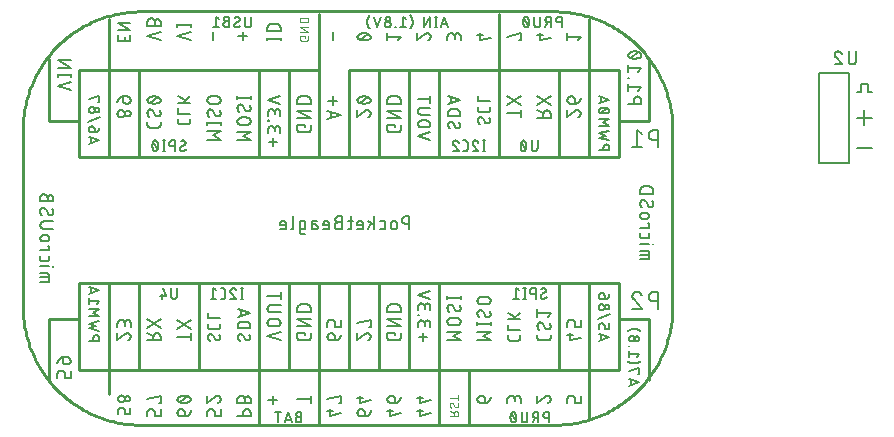
<source format=gbr>
G04 EAGLE Gerber RS-274X export*
G75*
%MOMM*%
%FSLAX34Y34*%
%LPD*%
%INSilkscreen Bottom*%
%IPPOS*%
%AMOC8*
5,1,8,0,0,1.08239X$1,22.5*%
G01*
%ADD10C,0.254000*%
%ADD11C,0.152400*%
%ADD12C,0.127000*%
%ADD13C,0.101600*%
%ADD14C,0.203200*%


D10*
X486830Y121170D02*
X136830Y121170D01*
X134414Y121199D01*
X131999Y121287D01*
X129587Y121433D01*
X127179Y121637D01*
X124776Y121899D01*
X122381Y122219D01*
X119994Y122597D01*
X117617Y123033D01*
X115252Y123526D01*
X112898Y124076D01*
X110559Y124682D01*
X108235Y125345D01*
X105928Y126064D01*
X103639Y126839D01*
X101370Y127668D01*
X99121Y128553D01*
X96894Y129491D01*
X94690Y130483D01*
X92511Y131527D01*
X90358Y132624D01*
X88232Y133773D01*
X86134Y134973D01*
X84066Y136223D01*
X82029Y137523D01*
X80024Y138872D01*
X78051Y140268D01*
X76114Y141712D01*
X74211Y143203D01*
X72346Y144738D01*
X70518Y146319D01*
X68728Y147943D01*
X66979Y149610D01*
X65270Y151319D01*
X63603Y153068D01*
X61979Y154858D01*
X60398Y156686D01*
X58863Y158551D01*
X57372Y160454D01*
X55928Y162391D01*
X54532Y164364D01*
X53183Y166369D01*
X51883Y168406D01*
X50633Y170474D01*
X49433Y172572D01*
X48284Y174698D01*
X47187Y176851D01*
X46143Y179030D01*
X45151Y181234D01*
X44213Y183461D01*
X43328Y185710D01*
X42499Y187979D01*
X41724Y190268D01*
X41005Y192575D01*
X40342Y194899D01*
X39736Y197238D01*
X39186Y199592D01*
X38693Y201957D01*
X38257Y204334D01*
X37879Y206721D01*
X37559Y209116D01*
X37297Y211519D01*
X37093Y213927D01*
X36947Y216339D01*
X36859Y218754D01*
X36830Y221170D01*
X36830Y371170D01*
X36859Y373586D01*
X36947Y376001D01*
X37093Y378413D01*
X37297Y380821D01*
X37559Y383224D01*
X37879Y385619D01*
X38257Y388006D01*
X38693Y390383D01*
X39186Y392748D01*
X39736Y395102D01*
X40342Y397441D01*
X41005Y399765D01*
X41724Y402072D01*
X42499Y404361D01*
X43328Y406630D01*
X44213Y408879D01*
X45151Y411106D01*
X46143Y413310D01*
X47187Y415489D01*
X48284Y417642D01*
X49433Y419768D01*
X50633Y421866D01*
X51883Y423934D01*
X53183Y425971D01*
X54532Y427976D01*
X55928Y429949D01*
X57372Y431886D01*
X58863Y433789D01*
X60398Y435654D01*
X61979Y437482D01*
X63603Y439272D01*
X65270Y441021D01*
X66979Y442730D01*
X68728Y444397D01*
X70518Y446021D01*
X72346Y447602D01*
X74211Y449137D01*
X76114Y450628D01*
X78051Y452072D01*
X80024Y453468D01*
X82029Y454817D01*
X84066Y456117D01*
X86134Y457367D01*
X88232Y458567D01*
X90358Y459716D01*
X92511Y460813D01*
X94690Y461857D01*
X96894Y462849D01*
X99121Y463787D01*
X101370Y464672D01*
X103639Y465501D01*
X105928Y466276D01*
X108235Y466995D01*
X110559Y467658D01*
X112898Y468264D01*
X115252Y468814D01*
X117617Y469307D01*
X119994Y469743D01*
X122381Y470121D01*
X124776Y470441D01*
X127179Y470703D01*
X129587Y470907D01*
X131999Y471053D01*
X134414Y471141D01*
X136830Y471170D01*
X486830Y471170D01*
X489246Y471141D01*
X491661Y471053D01*
X494073Y470907D01*
X496481Y470703D01*
X498884Y470441D01*
X501279Y470121D01*
X503666Y469743D01*
X506043Y469307D01*
X508408Y468814D01*
X510762Y468264D01*
X513101Y467658D01*
X515425Y466995D01*
X517732Y466276D01*
X520021Y465501D01*
X522290Y464672D01*
X524539Y463787D01*
X526766Y462849D01*
X528970Y461857D01*
X531149Y460813D01*
X533302Y459716D01*
X535428Y458567D01*
X537526Y457367D01*
X539594Y456117D01*
X541631Y454817D01*
X543636Y453468D01*
X545609Y452072D01*
X547546Y450628D01*
X549449Y449137D01*
X551314Y447602D01*
X553142Y446021D01*
X554932Y444397D01*
X556681Y442730D01*
X558390Y441021D01*
X560057Y439272D01*
X561681Y437482D01*
X563262Y435654D01*
X564797Y433789D01*
X566288Y431886D01*
X567732Y429949D01*
X569128Y427976D01*
X570477Y425971D01*
X571777Y423934D01*
X573027Y421866D01*
X574227Y419768D01*
X575376Y417642D01*
X576473Y415489D01*
X577517Y413310D01*
X578509Y411106D01*
X579447Y408879D01*
X580332Y406630D01*
X581161Y404361D01*
X581936Y402072D01*
X582655Y399765D01*
X583318Y397441D01*
X583924Y395102D01*
X584474Y392748D01*
X584967Y390383D01*
X585403Y388006D01*
X585781Y385619D01*
X586101Y383224D01*
X586363Y380821D01*
X586567Y378413D01*
X586713Y376001D01*
X586801Y373586D01*
X586830Y371170D01*
X586830Y221170D01*
X586801Y218754D01*
X586713Y216339D01*
X586567Y213927D01*
X586363Y211519D01*
X586101Y209116D01*
X585781Y206721D01*
X585403Y204334D01*
X584967Y201957D01*
X584474Y199592D01*
X583924Y197238D01*
X583318Y194899D01*
X582655Y192575D01*
X581936Y190268D01*
X581161Y187979D01*
X580332Y185710D01*
X579447Y183461D01*
X578509Y181234D01*
X577517Y179030D01*
X576473Y176851D01*
X575376Y174698D01*
X574227Y172572D01*
X573027Y170474D01*
X571777Y168406D01*
X570477Y166369D01*
X569128Y164364D01*
X567732Y162391D01*
X566288Y160454D01*
X564797Y158551D01*
X563262Y156686D01*
X561681Y154858D01*
X560057Y153068D01*
X558390Y151319D01*
X556681Y149610D01*
X554932Y147943D01*
X553142Y146319D01*
X551314Y144738D01*
X549449Y143203D01*
X547546Y141712D01*
X545609Y140268D01*
X543636Y138872D01*
X541631Y137523D01*
X539594Y136223D01*
X537526Y134973D01*
X535428Y133773D01*
X533302Y132624D01*
X531149Y131527D01*
X528970Y130483D01*
X526766Y129491D01*
X524539Y128553D01*
X522290Y127668D01*
X520021Y126839D01*
X517732Y126064D01*
X515425Y125345D01*
X513101Y124682D01*
X510762Y124076D01*
X508408Y123526D01*
X506043Y123033D01*
X503666Y122597D01*
X501279Y122219D01*
X498884Y121899D01*
X496481Y121637D01*
X494073Y121433D01*
X491661Y121287D01*
X489246Y121199D01*
X486830Y121170D01*
D11*
X364151Y286512D02*
X364151Y297688D01*
X361047Y297688D01*
X360936Y297686D01*
X360826Y297680D01*
X360715Y297670D01*
X360605Y297656D01*
X360496Y297639D01*
X360387Y297617D01*
X360279Y297592D01*
X360173Y297562D01*
X360067Y297529D01*
X359962Y297492D01*
X359859Y297452D01*
X359758Y297407D01*
X359658Y297360D01*
X359559Y297308D01*
X359463Y297253D01*
X359369Y297195D01*
X359277Y297134D01*
X359187Y297069D01*
X359099Y297001D01*
X359014Y296930D01*
X358932Y296856D01*
X358852Y296779D01*
X358775Y296699D01*
X358701Y296617D01*
X358630Y296532D01*
X358562Y296444D01*
X358497Y296354D01*
X358436Y296262D01*
X358378Y296168D01*
X358323Y296072D01*
X358271Y295973D01*
X358224Y295873D01*
X358179Y295772D01*
X358139Y295669D01*
X358102Y295564D01*
X358069Y295458D01*
X358039Y295352D01*
X358014Y295244D01*
X357992Y295135D01*
X357975Y295026D01*
X357961Y294916D01*
X357951Y294805D01*
X357945Y294695D01*
X357943Y294584D01*
X357945Y294473D01*
X357951Y294363D01*
X357961Y294252D01*
X357975Y294142D01*
X357992Y294033D01*
X358014Y293924D01*
X358039Y293816D01*
X358069Y293710D01*
X358102Y293604D01*
X358139Y293499D01*
X358179Y293396D01*
X358224Y293295D01*
X358271Y293195D01*
X358323Y293096D01*
X358378Y293000D01*
X358436Y292906D01*
X358497Y292814D01*
X358562Y292724D01*
X358630Y292636D01*
X358701Y292551D01*
X358775Y292469D01*
X358852Y292389D01*
X358932Y292312D01*
X359014Y292238D01*
X359099Y292167D01*
X359187Y292099D01*
X359277Y292034D01*
X359369Y291973D01*
X359463Y291915D01*
X359559Y291860D01*
X359658Y291808D01*
X359758Y291761D01*
X359859Y291716D01*
X359962Y291676D01*
X360067Y291639D01*
X360173Y291606D01*
X360279Y291576D01*
X360387Y291551D01*
X360496Y291529D01*
X360605Y291512D01*
X360715Y291498D01*
X360826Y291488D01*
X360936Y291482D01*
X361047Y291480D01*
X361047Y291479D02*
X364151Y291479D01*
X353455Y291479D02*
X353455Y288996D01*
X353455Y291479D02*
X353453Y291578D01*
X353447Y291676D01*
X353437Y291775D01*
X353424Y291872D01*
X353406Y291970D01*
X353385Y292066D01*
X353359Y292162D01*
X353330Y292256D01*
X353298Y292349D01*
X353261Y292441D01*
X353221Y292531D01*
X353177Y292620D01*
X353130Y292707D01*
X353080Y292792D01*
X353026Y292874D01*
X352969Y292955D01*
X352909Y293033D01*
X352845Y293109D01*
X352779Y293182D01*
X352710Y293253D01*
X352638Y293321D01*
X352563Y293385D01*
X352486Y293447D01*
X352407Y293506D01*
X352325Y293561D01*
X352241Y293614D01*
X352156Y293662D01*
X352068Y293708D01*
X351978Y293750D01*
X351887Y293788D01*
X351795Y293822D01*
X351701Y293853D01*
X351606Y293880D01*
X351510Y293904D01*
X351413Y293923D01*
X351316Y293939D01*
X351218Y293951D01*
X351119Y293959D01*
X351020Y293963D01*
X350922Y293963D01*
X350823Y293959D01*
X350724Y293951D01*
X350626Y293939D01*
X350529Y293923D01*
X350432Y293904D01*
X350336Y293880D01*
X350241Y293853D01*
X350147Y293822D01*
X350055Y293788D01*
X349964Y293750D01*
X349874Y293708D01*
X349786Y293662D01*
X349701Y293614D01*
X349617Y293561D01*
X349535Y293506D01*
X349456Y293447D01*
X349379Y293385D01*
X349304Y293321D01*
X349232Y293253D01*
X349163Y293182D01*
X349097Y293109D01*
X349033Y293033D01*
X348973Y292955D01*
X348916Y292874D01*
X348862Y292792D01*
X348812Y292707D01*
X348765Y292620D01*
X348721Y292531D01*
X348681Y292441D01*
X348644Y292349D01*
X348612Y292256D01*
X348583Y292162D01*
X348557Y292066D01*
X348536Y291970D01*
X348518Y291872D01*
X348505Y291775D01*
X348495Y291676D01*
X348489Y291578D01*
X348487Y291479D01*
X348488Y291479D02*
X348488Y288996D01*
X348487Y288996D02*
X348489Y288897D01*
X348495Y288799D01*
X348505Y288700D01*
X348518Y288603D01*
X348536Y288505D01*
X348557Y288409D01*
X348583Y288313D01*
X348612Y288219D01*
X348644Y288126D01*
X348681Y288034D01*
X348721Y287944D01*
X348765Y287855D01*
X348812Y287768D01*
X348862Y287683D01*
X348916Y287601D01*
X348973Y287520D01*
X349033Y287442D01*
X349097Y287366D01*
X349163Y287293D01*
X349232Y287222D01*
X349304Y287154D01*
X349379Y287090D01*
X349456Y287028D01*
X349535Y286969D01*
X349617Y286914D01*
X349701Y286861D01*
X349786Y286813D01*
X349874Y286767D01*
X349964Y286725D01*
X350055Y286687D01*
X350147Y286653D01*
X350241Y286622D01*
X350336Y286595D01*
X350432Y286571D01*
X350529Y286552D01*
X350626Y286536D01*
X350724Y286524D01*
X350823Y286516D01*
X350922Y286512D01*
X351020Y286512D01*
X351119Y286516D01*
X351218Y286524D01*
X351316Y286536D01*
X351413Y286552D01*
X351510Y286571D01*
X351606Y286595D01*
X351701Y286622D01*
X351795Y286653D01*
X351887Y286687D01*
X351978Y286725D01*
X352068Y286767D01*
X352156Y286813D01*
X352241Y286861D01*
X352325Y286914D01*
X352407Y286969D01*
X352486Y287028D01*
X352563Y287090D01*
X352638Y287154D01*
X352710Y287222D01*
X352779Y287293D01*
X352845Y287366D01*
X352909Y287442D01*
X352969Y287520D01*
X353026Y287601D01*
X353080Y287683D01*
X353130Y287768D01*
X353177Y287855D01*
X353221Y287944D01*
X353261Y288034D01*
X353298Y288126D01*
X353330Y288219D01*
X353359Y288313D01*
X353385Y288409D01*
X353406Y288505D01*
X353424Y288603D01*
X353437Y288700D01*
X353447Y288799D01*
X353453Y288897D01*
X353455Y288996D01*
X341670Y286512D02*
X339186Y286512D01*
X341670Y286512D02*
X341754Y286514D01*
X341837Y286520D01*
X341920Y286529D01*
X342003Y286542D01*
X342085Y286559D01*
X342166Y286579D01*
X342246Y286603D01*
X342325Y286631D01*
X342402Y286662D01*
X342478Y286696D01*
X342553Y286734D01*
X342626Y286776D01*
X342696Y286820D01*
X342765Y286868D01*
X342832Y286918D01*
X342896Y286972D01*
X342957Y287028D01*
X343017Y287088D01*
X343073Y287149D01*
X343127Y287213D01*
X343177Y287280D01*
X343225Y287349D01*
X343269Y287419D01*
X343311Y287492D01*
X343349Y287567D01*
X343383Y287643D01*
X343414Y287720D01*
X343442Y287799D01*
X343466Y287879D01*
X343486Y287960D01*
X343503Y288042D01*
X343516Y288125D01*
X343526Y288208D01*
X343531Y288291D01*
X343533Y288375D01*
X343532Y288375D02*
X343532Y292100D01*
X343533Y292100D02*
X343531Y292184D01*
X343526Y292267D01*
X343516Y292350D01*
X343503Y292433D01*
X343486Y292515D01*
X343466Y292596D01*
X343442Y292676D01*
X343414Y292755D01*
X343383Y292832D01*
X343349Y292908D01*
X343311Y292983D01*
X343269Y293056D01*
X343225Y293126D01*
X343177Y293195D01*
X343127Y293262D01*
X343073Y293326D01*
X343017Y293387D01*
X342957Y293447D01*
X342896Y293503D01*
X342832Y293557D01*
X342765Y293607D01*
X342696Y293655D01*
X342626Y293699D01*
X342553Y293741D01*
X342478Y293779D01*
X342402Y293813D01*
X342325Y293844D01*
X342246Y293872D01*
X342166Y293896D01*
X342085Y293916D01*
X342003Y293933D01*
X341920Y293946D01*
X341837Y293956D01*
X341754Y293961D01*
X341670Y293963D01*
X339186Y293963D01*
X334236Y297688D02*
X334236Y286512D01*
X334236Y290237D02*
X329268Y293963D01*
X332062Y291790D02*
X329268Y286512D01*
X323017Y286512D02*
X319913Y286512D01*
X323017Y286512D02*
X323101Y286514D01*
X323184Y286520D01*
X323267Y286529D01*
X323350Y286542D01*
X323432Y286559D01*
X323513Y286579D01*
X323593Y286603D01*
X323672Y286631D01*
X323749Y286662D01*
X323825Y286696D01*
X323900Y286734D01*
X323973Y286776D01*
X324043Y286820D01*
X324112Y286868D01*
X324179Y286918D01*
X324243Y286972D01*
X324304Y287028D01*
X324364Y287088D01*
X324420Y287149D01*
X324474Y287213D01*
X324524Y287280D01*
X324572Y287349D01*
X324616Y287419D01*
X324658Y287492D01*
X324696Y287567D01*
X324730Y287643D01*
X324761Y287720D01*
X324789Y287799D01*
X324813Y287879D01*
X324833Y287960D01*
X324850Y288042D01*
X324863Y288125D01*
X324873Y288208D01*
X324878Y288291D01*
X324880Y288375D01*
X324880Y291479D01*
X324878Y291578D01*
X324872Y291676D01*
X324862Y291775D01*
X324849Y291872D01*
X324831Y291970D01*
X324810Y292066D01*
X324784Y292162D01*
X324755Y292256D01*
X324723Y292349D01*
X324686Y292441D01*
X324646Y292531D01*
X324602Y292620D01*
X324555Y292707D01*
X324505Y292792D01*
X324451Y292874D01*
X324394Y292955D01*
X324334Y293033D01*
X324270Y293109D01*
X324204Y293182D01*
X324135Y293253D01*
X324063Y293321D01*
X323988Y293385D01*
X323911Y293447D01*
X323832Y293506D01*
X323750Y293561D01*
X323666Y293614D01*
X323581Y293662D01*
X323493Y293708D01*
X323403Y293750D01*
X323312Y293788D01*
X323220Y293822D01*
X323126Y293853D01*
X323031Y293880D01*
X322935Y293904D01*
X322838Y293923D01*
X322741Y293939D01*
X322643Y293951D01*
X322544Y293959D01*
X322445Y293963D01*
X322347Y293963D01*
X322248Y293959D01*
X322149Y293951D01*
X322051Y293939D01*
X321954Y293923D01*
X321857Y293904D01*
X321761Y293880D01*
X321666Y293853D01*
X321572Y293822D01*
X321480Y293788D01*
X321389Y293750D01*
X321299Y293708D01*
X321211Y293662D01*
X321126Y293614D01*
X321042Y293561D01*
X320960Y293506D01*
X320881Y293447D01*
X320804Y293385D01*
X320729Y293321D01*
X320657Y293253D01*
X320588Y293182D01*
X320522Y293109D01*
X320458Y293033D01*
X320398Y292955D01*
X320341Y292874D01*
X320287Y292792D01*
X320237Y292707D01*
X320190Y292620D01*
X320146Y292531D01*
X320106Y292441D01*
X320069Y292349D01*
X320037Y292256D01*
X320008Y292162D01*
X319982Y292066D01*
X319961Y291970D01*
X319943Y291872D01*
X319930Y291775D01*
X319920Y291676D01*
X319914Y291578D01*
X319912Y291479D01*
X319913Y291479D02*
X319913Y290237D01*
X324880Y290237D01*
X315992Y293963D02*
X312267Y293963D01*
X314751Y297688D02*
X314751Y288375D01*
X314749Y288291D01*
X314743Y288208D01*
X314734Y288125D01*
X314721Y288042D01*
X314704Y287960D01*
X314684Y287879D01*
X314660Y287799D01*
X314632Y287720D01*
X314601Y287643D01*
X314567Y287567D01*
X314529Y287492D01*
X314487Y287419D01*
X314443Y287349D01*
X314395Y287280D01*
X314345Y287213D01*
X314291Y287149D01*
X314235Y287088D01*
X314175Y287028D01*
X314114Y286972D01*
X314050Y286918D01*
X313983Y286868D01*
X313914Y286820D01*
X313844Y286776D01*
X313771Y286734D01*
X313696Y286696D01*
X313620Y286662D01*
X313543Y286631D01*
X313464Y286603D01*
X313384Y286579D01*
X313303Y286559D01*
X313221Y286542D01*
X313138Y286529D01*
X313055Y286519D01*
X312972Y286514D01*
X312888Y286512D01*
X312267Y286512D01*
X307001Y292721D02*
X303897Y292721D01*
X303897Y292720D02*
X303786Y292718D01*
X303676Y292712D01*
X303565Y292702D01*
X303455Y292688D01*
X303346Y292671D01*
X303237Y292649D01*
X303129Y292624D01*
X303023Y292594D01*
X302917Y292561D01*
X302812Y292524D01*
X302709Y292484D01*
X302608Y292439D01*
X302508Y292392D01*
X302409Y292340D01*
X302313Y292285D01*
X302219Y292227D01*
X302127Y292166D01*
X302037Y292101D01*
X301949Y292033D01*
X301864Y291962D01*
X301782Y291888D01*
X301702Y291811D01*
X301625Y291731D01*
X301551Y291649D01*
X301480Y291564D01*
X301412Y291476D01*
X301347Y291386D01*
X301286Y291294D01*
X301228Y291200D01*
X301173Y291104D01*
X301121Y291005D01*
X301074Y290905D01*
X301029Y290804D01*
X300989Y290701D01*
X300952Y290596D01*
X300919Y290490D01*
X300889Y290384D01*
X300864Y290276D01*
X300842Y290167D01*
X300825Y290058D01*
X300811Y289948D01*
X300801Y289837D01*
X300795Y289727D01*
X300793Y289616D01*
X300795Y289505D01*
X300801Y289395D01*
X300811Y289284D01*
X300825Y289174D01*
X300842Y289065D01*
X300864Y288956D01*
X300889Y288848D01*
X300919Y288742D01*
X300952Y288636D01*
X300989Y288531D01*
X301029Y288428D01*
X301074Y288327D01*
X301121Y288227D01*
X301173Y288128D01*
X301228Y288032D01*
X301286Y287938D01*
X301347Y287846D01*
X301412Y287756D01*
X301480Y287668D01*
X301551Y287583D01*
X301625Y287501D01*
X301702Y287421D01*
X301782Y287344D01*
X301864Y287270D01*
X301949Y287199D01*
X302037Y287131D01*
X302127Y287066D01*
X302219Y287005D01*
X302313Y286947D01*
X302409Y286892D01*
X302508Y286840D01*
X302608Y286793D01*
X302709Y286748D01*
X302812Y286708D01*
X302917Y286671D01*
X303023Y286638D01*
X303129Y286608D01*
X303237Y286583D01*
X303346Y286561D01*
X303455Y286544D01*
X303565Y286530D01*
X303676Y286520D01*
X303786Y286514D01*
X303897Y286512D01*
X307001Y286512D01*
X307001Y297688D01*
X303897Y297688D01*
X303798Y297686D01*
X303700Y297680D01*
X303601Y297670D01*
X303504Y297657D01*
X303406Y297639D01*
X303310Y297618D01*
X303214Y297592D01*
X303120Y297563D01*
X303027Y297531D01*
X302935Y297494D01*
X302845Y297454D01*
X302756Y297410D01*
X302669Y297363D01*
X302584Y297313D01*
X302502Y297259D01*
X302421Y297202D01*
X302343Y297142D01*
X302267Y297078D01*
X302194Y297012D01*
X302123Y296943D01*
X302055Y296871D01*
X301991Y296796D01*
X301929Y296719D01*
X301870Y296640D01*
X301815Y296558D01*
X301762Y296474D01*
X301714Y296389D01*
X301668Y296301D01*
X301626Y296211D01*
X301588Y296120D01*
X301554Y296028D01*
X301523Y295934D01*
X301496Y295839D01*
X301472Y295743D01*
X301453Y295646D01*
X301437Y295549D01*
X301425Y295451D01*
X301417Y295352D01*
X301413Y295253D01*
X301413Y295155D01*
X301417Y295056D01*
X301425Y294957D01*
X301437Y294859D01*
X301453Y294762D01*
X301472Y294665D01*
X301496Y294569D01*
X301523Y294474D01*
X301554Y294380D01*
X301588Y294288D01*
X301626Y294197D01*
X301668Y294107D01*
X301714Y294019D01*
X301762Y293934D01*
X301815Y293850D01*
X301870Y293768D01*
X301929Y293689D01*
X301991Y293612D01*
X302055Y293537D01*
X302123Y293465D01*
X302194Y293396D01*
X302267Y293330D01*
X302343Y293266D01*
X302421Y293206D01*
X302502Y293149D01*
X302584Y293095D01*
X302669Y293045D01*
X302756Y292998D01*
X302845Y292954D01*
X302935Y292914D01*
X303027Y292877D01*
X303120Y292845D01*
X303214Y292816D01*
X303310Y292790D01*
X303406Y292769D01*
X303504Y292751D01*
X303601Y292738D01*
X303700Y292728D01*
X303798Y292722D01*
X303897Y292720D01*
X294442Y286512D02*
X291338Y286512D01*
X294442Y286512D02*
X294526Y286514D01*
X294609Y286520D01*
X294692Y286529D01*
X294775Y286542D01*
X294857Y286559D01*
X294938Y286579D01*
X295018Y286603D01*
X295097Y286631D01*
X295174Y286662D01*
X295250Y286696D01*
X295325Y286734D01*
X295398Y286776D01*
X295468Y286820D01*
X295537Y286868D01*
X295604Y286918D01*
X295668Y286972D01*
X295729Y287028D01*
X295789Y287088D01*
X295845Y287149D01*
X295899Y287213D01*
X295949Y287280D01*
X295997Y287349D01*
X296041Y287419D01*
X296083Y287492D01*
X296121Y287567D01*
X296155Y287643D01*
X296186Y287720D01*
X296214Y287799D01*
X296238Y287879D01*
X296258Y287960D01*
X296275Y288042D01*
X296288Y288125D01*
X296298Y288208D01*
X296303Y288291D01*
X296305Y288375D01*
X296305Y291479D01*
X296303Y291578D01*
X296297Y291676D01*
X296287Y291775D01*
X296274Y291872D01*
X296256Y291970D01*
X296235Y292066D01*
X296209Y292162D01*
X296180Y292256D01*
X296148Y292349D01*
X296111Y292441D01*
X296071Y292531D01*
X296027Y292620D01*
X295980Y292707D01*
X295930Y292792D01*
X295876Y292874D01*
X295819Y292955D01*
X295759Y293033D01*
X295695Y293109D01*
X295629Y293182D01*
X295560Y293253D01*
X295488Y293321D01*
X295413Y293385D01*
X295336Y293447D01*
X295257Y293506D01*
X295175Y293561D01*
X295091Y293614D01*
X295006Y293662D01*
X294918Y293708D01*
X294828Y293750D01*
X294737Y293788D01*
X294645Y293822D01*
X294551Y293853D01*
X294456Y293880D01*
X294360Y293904D01*
X294263Y293923D01*
X294166Y293939D01*
X294068Y293951D01*
X293969Y293959D01*
X293870Y293963D01*
X293772Y293963D01*
X293673Y293959D01*
X293574Y293951D01*
X293476Y293939D01*
X293379Y293923D01*
X293282Y293904D01*
X293186Y293880D01*
X293091Y293853D01*
X292997Y293822D01*
X292905Y293788D01*
X292814Y293750D01*
X292724Y293708D01*
X292636Y293662D01*
X292551Y293614D01*
X292467Y293561D01*
X292385Y293506D01*
X292306Y293447D01*
X292229Y293385D01*
X292154Y293321D01*
X292082Y293253D01*
X292013Y293182D01*
X291947Y293109D01*
X291883Y293033D01*
X291823Y292955D01*
X291766Y292874D01*
X291712Y292792D01*
X291662Y292707D01*
X291615Y292620D01*
X291571Y292531D01*
X291531Y292441D01*
X291494Y292349D01*
X291462Y292256D01*
X291433Y292162D01*
X291407Y292066D01*
X291386Y291970D01*
X291368Y291872D01*
X291355Y291775D01*
X291345Y291676D01*
X291339Y291578D01*
X291337Y291479D01*
X291338Y291479D02*
X291338Y290237D01*
X296305Y290237D01*
X284300Y290858D02*
X281506Y290858D01*
X284300Y290858D02*
X284392Y290856D01*
X284484Y290850D01*
X284576Y290840D01*
X284667Y290827D01*
X284758Y290809D01*
X284848Y290788D01*
X284936Y290763D01*
X285024Y290734D01*
X285110Y290701D01*
X285195Y290665D01*
X285278Y290625D01*
X285360Y290582D01*
X285439Y290535D01*
X285517Y290485D01*
X285592Y290432D01*
X285665Y290376D01*
X285736Y290316D01*
X285804Y290254D01*
X285869Y290189D01*
X285931Y290121D01*
X285991Y290050D01*
X286047Y289977D01*
X286100Y289902D01*
X286150Y289824D01*
X286197Y289745D01*
X286240Y289663D01*
X286280Y289580D01*
X286316Y289495D01*
X286349Y289409D01*
X286378Y289321D01*
X286403Y289233D01*
X286424Y289143D01*
X286442Y289052D01*
X286455Y288961D01*
X286465Y288869D01*
X286471Y288777D01*
X286473Y288685D01*
X286471Y288593D01*
X286465Y288501D01*
X286455Y288409D01*
X286442Y288318D01*
X286424Y288227D01*
X286403Y288137D01*
X286378Y288049D01*
X286349Y287961D01*
X286316Y287875D01*
X286280Y287790D01*
X286240Y287707D01*
X286197Y287625D01*
X286150Y287546D01*
X286100Y287468D01*
X286047Y287393D01*
X285991Y287320D01*
X285931Y287249D01*
X285869Y287181D01*
X285804Y287116D01*
X285736Y287054D01*
X285665Y286994D01*
X285592Y286938D01*
X285517Y286885D01*
X285439Y286835D01*
X285360Y286788D01*
X285278Y286745D01*
X285195Y286705D01*
X285110Y286669D01*
X285024Y286636D01*
X284936Y286607D01*
X284848Y286582D01*
X284758Y286561D01*
X284667Y286543D01*
X284576Y286530D01*
X284484Y286520D01*
X284392Y286514D01*
X284300Y286512D01*
X281506Y286512D01*
X281506Y292100D01*
X281505Y292100D02*
X281507Y292184D01*
X281513Y292267D01*
X281522Y292350D01*
X281535Y292433D01*
X281552Y292515D01*
X281572Y292596D01*
X281596Y292676D01*
X281624Y292755D01*
X281655Y292832D01*
X281689Y292908D01*
X281727Y292983D01*
X281769Y293056D01*
X281813Y293126D01*
X281861Y293195D01*
X281911Y293262D01*
X281965Y293326D01*
X282021Y293387D01*
X282081Y293447D01*
X282142Y293503D01*
X282206Y293557D01*
X282273Y293607D01*
X282342Y293655D01*
X282412Y293699D01*
X282485Y293741D01*
X282560Y293779D01*
X282636Y293813D01*
X282713Y293844D01*
X282792Y293872D01*
X282872Y293896D01*
X282953Y293916D01*
X283035Y293933D01*
X283118Y293946D01*
X283201Y293956D01*
X283284Y293961D01*
X283368Y293963D01*
X285852Y293963D01*
X274323Y286512D02*
X271219Y286512D01*
X274323Y286512D02*
X274407Y286514D01*
X274490Y286520D01*
X274573Y286529D01*
X274656Y286542D01*
X274738Y286559D01*
X274819Y286579D01*
X274899Y286603D01*
X274978Y286631D01*
X275055Y286662D01*
X275131Y286696D01*
X275206Y286734D01*
X275279Y286776D01*
X275349Y286820D01*
X275418Y286868D01*
X275485Y286918D01*
X275549Y286972D01*
X275610Y287028D01*
X275670Y287088D01*
X275726Y287149D01*
X275780Y287213D01*
X275830Y287280D01*
X275878Y287349D01*
X275922Y287419D01*
X275964Y287492D01*
X276002Y287567D01*
X276036Y287643D01*
X276067Y287720D01*
X276095Y287799D01*
X276119Y287879D01*
X276139Y287960D01*
X276156Y288042D01*
X276169Y288125D01*
X276179Y288208D01*
X276184Y288291D01*
X276186Y288375D01*
X276186Y292100D01*
X276184Y292184D01*
X276179Y292267D01*
X276169Y292350D01*
X276156Y292433D01*
X276139Y292515D01*
X276119Y292596D01*
X276095Y292676D01*
X276067Y292755D01*
X276036Y292832D01*
X276002Y292908D01*
X275964Y292983D01*
X275922Y293056D01*
X275878Y293126D01*
X275830Y293195D01*
X275780Y293262D01*
X275726Y293326D01*
X275670Y293387D01*
X275610Y293447D01*
X275549Y293503D01*
X275485Y293557D01*
X275418Y293607D01*
X275349Y293655D01*
X275279Y293699D01*
X275206Y293741D01*
X275131Y293779D01*
X275055Y293813D01*
X274978Y293844D01*
X274899Y293872D01*
X274819Y293896D01*
X274738Y293916D01*
X274656Y293933D01*
X274573Y293946D01*
X274490Y293956D01*
X274407Y293961D01*
X274323Y293963D01*
X271219Y293963D01*
X271219Y284649D01*
X271218Y284649D02*
X271220Y284565D01*
X271225Y284482D01*
X271235Y284399D01*
X271248Y284316D01*
X271265Y284234D01*
X271285Y284153D01*
X271309Y284073D01*
X271337Y283994D01*
X271368Y283917D01*
X271402Y283841D01*
X271440Y283766D01*
X271482Y283693D01*
X271526Y283623D01*
X271574Y283554D01*
X271624Y283487D01*
X271678Y283423D01*
X271734Y283362D01*
X271794Y283302D01*
X271855Y283246D01*
X271919Y283192D01*
X271986Y283142D01*
X272055Y283094D01*
X272125Y283050D01*
X272198Y283008D01*
X272273Y282970D01*
X272349Y282936D01*
X272426Y282905D01*
X272505Y282877D01*
X272585Y282853D01*
X272666Y282833D01*
X272748Y282816D01*
X272831Y282803D01*
X272914Y282793D01*
X272997Y282788D01*
X273081Y282786D01*
X273081Y282787D02*
X275565Y282787D01*
X265733Y288375D02*
X265733Y297688D01*
X265734Y288375D02*
X265732Y288289D01*
X265726Y288203D01*
X265716Y288118D01*
X265702Y288033D01*
X265685Y287948D01*
X265663Y287865D01*
X265637Y287783D01*
X265608Y287702D01*
X265575Y287623D01*
X265539Y287545D01*
X265499Y287468D01*
X265455Y287394D01*
X265408Y287322D01*
X265358Y287252D01*
X265304Y287185D01*
X265248Y287120D01*
X265188Y287058D01*
X265126Y286998D01*
X265061Y286942D01*
X264994Y286888D01*
X264924Y286838D01*
X264852Y286791D01*
X264778Y286747D01*
X264701Y286707D01*
X264624Y286671D01*
X264544Y286638D01*
X264463Y286609D01*
X264381Y286583D01*
X264298Y286561D01*
X264213Y286544D01*
X264128Y286530D01*
X264043Y286520D01*
X263957Y286514D01*
X263871Y286512D01*
X257866Y286512D02*
X254762Y286512D01*
X257866Y286512D02*
X257950Y286514D01*
X258033Y286520D01*
X258116Y286529D01*
X258199Y286542D01*
X258281Y286559D01*
X258362Y286579D01*
X258442Y286603D01*
X258521Y286631D01*
X258598Y286662D01*
X258674Y286696D01*
X258749Y286734D01*
X258822Y286776D01*
X258892Y286820D01*
X258961Y286868D01*
X259028Y286918D01*
X259092Y286972D01*
X259153Y287028D01*
X259213Y287088D01*
X259269Y287149D01*
X259323Y287213D01*
X259373Y287280D01*
X259421Y287349D01*
X259465Y287419D01*
X259507Y287492D01*
X259545Y287567D01*
X259579Y287643D01*
X259610Y287720D01*
X259638Y287799D01*
X259662Y287879D01*
X259682Y287960D01*
X259699Y288042D01*
X259712Y288125D01*
X259722Y288208D01*
X259727Y288291D01*
X259729Y288375D01*
X259729Y291479D01*
X259730Y291479D02*
X259728Y291578D01*
X259722Y291676D01*
X259712Y291775D01*
X259699Y291872D01*
X259681Y291970D01*
X259660Y292066D01*
X259634Y292162D01*
X259605Y292256D01*
X259573Y292349D01*
X259536Y292441D01*
X259496Y292531D01*
X259452Y292620D01*
X259405Y292707D01*
X259355Y292792D01*
X259301Y292874D01*
X259244Y292955D01*
X259184Y293033D01*
X259120Y293109D01*
X259054Y293182D01*
X258985Y293253D01*
X258913Y293321D01*
X258838Y293385D01*
X258761Y293447D01*
X258682Y293506D01*
X258600Y293561D01*
X258516Y293614D01*
X258431Y293662D01*
X258343Y293708D01*
X258253Y293750D01*
X258162Y293788D01*
X258070Y293822D01*
X257976Y293853D01*
X257881Y293880D01*
X257785Y293904D01*
X257688Y293923D01*
X257591Y293939D01*
X257493Y293951D01*
X257394Y293959D01*
X257295Y293963D01*
X257197Y293963D01*
X257098Y293959D01*
X256999Y293951D01*
X256901Y293939D01*
X256804Y293923D01*
X256707Y293904D01*
X256611Y293880D01*
X256516Y293853D01*
X256422Y293822D01*
X256330Y293788D01*
X256239Y293750D01*
X256149Y293708D01*
X256061Y293662D01*
X255976Y293614D01*
X255892Y293561D01*
X255810Y293506D01*
X255731Y293447D01*
X255654Y293385D01*
X255579Y293321D01*
X255507Y293253D01*
X255438Y293182D01*
X255372Y293109D01*
X255308Y293033D01*
X255248Y292955D01*
X255191Y292874D01*
X255137Y292792D01*
X255087Y292707D01*
X255040Y292620D01*
X254996Y292531D01*
X254956Y292441D01*
X254919Y292349D01*
X254887Y292256D01*
X254858Y292162D01*
X254832Y292066D01*
X254811Y291970D01*
X254793Y291872D01*
X254780Y291775D01*
X254770Y291676D01*
X254764Y291578D01*
X254762Y291479D01*
X254762Y290237D01*
X259729Y290237D01*
X59013Y242351D02*
X51562Y242351D01*
X59013Y242351D02*
X59013Y247939D01*
X59011Y248023D01*
X59006Y248106D01*
X58996Y248189D01*
X58983Y248272D01*
X58966Y248354D01*
X58946Y248435D01*
X58922Y248515D01*
X58894Y248594D01*
X58863Y248671D01*
X58829Y248747D01*
X58791Y248822D01*
X58749Y248895D01*
X58705Y248965D01*
X58657Y249034D01*
X58607Y249101D01*
X58553Y249165D01*
X58497Y249226D01*
X58437Y249286D01*
X58376Y249342D01*
X58312Y249396D01*
X58245Y249446D01*
X58176Y249494D01*
X58106Y249538D01*
X58033Y249580D01*
X57958Y249618D01*
X57882Y249652D01*
X57805Y249683D01*
X57726Y249711D01*
X57646Y249735D01*
X57565Y249755D01*
X57483Y249772D01*
X57400Y249785D01*
X57317Y249795D01*
X57234Y249800D01*
X57150Y249802D01*
X51562Y249802D01*
X51562Y246077D02*
X59013Y246077D01*
X59013Y255221D02*
X51562Y255221D01*
X62117Y254910D02*
X62738Y254910D01*
X62738Y255531D01*
X62117Y255531D01*
X62117Y254910D01*
X51562Y261855D02*
X51562Y264339D01*
X51562Y261855D02*
X51564Y261771D01*
X51569Y261688D01*
X51579Y261605D01*
X51592Y261522D01*
X51609Y261440D01*
X51629Y261359D01*
X51653Y261279D01*
X51681Y261200D01*
X51712Y261123D01*
X51746Y261047D01*
X51784Y260972D01*
X51826Y260899D01*
X51870Y260829D01*
X51918Y260760D01*
X51968Y260693D01*
X52022Y260629D01*
X52078Y260568D01*
X52138Y260508D01*
X52199Y260452D01*
X52263Y260398D01*
X52330Y260348D01*
X52399Y260300D01*
X52469Y260256D01*
X52542Y260214D01*
X52617Y260176D01*
X52693Y260142D01*
X52770Y260111D01*
X52849Y260083D01*
X52929Y260059D01*
X53010Y260039D01*
X53092Y260022D01*
X53175Y260009D01*
X53258Y259999D01*
X53341Y259994D01*
X53425Y259992D01*
X53425Y259993D02*
X57150Y259993D01*
X57150Y259992D02*
X57234Y259994D01*
X57317Y260000D01*
X57400Y260009D01*
X57483Y260022D01*
X57565Y260039D01*
X57646Y260059D01*
X57726Y260083D01*
X57805Y260111D01*
X57882Y260142D01*
X57958Y260176D01*
X58033Y260214D01*
X58106Y260256D01*
X58176Y260300D01*
X58245Y260348D01*
X58312Y260398D01*
X58376Y260452D01*
X58437Y260508D01*
X58497Y260568D01*
X58553Y260629D01*
X58607Y260693D01*
X58657Y260760D01*
X58705Y260829D01*
X58749Y260899D01*
X58791Y260972D01*
X58829Y261047D01*
X58863Y261123D01*
X58894Y261200D01*
X58922Y261279D01*
X58946Y261359D01*
X58966Y261440D01*
X58983Y261522D01*
X58996Y261605D01*
X59006Y261688D01*
X59011Y261771D01*
X59013Y261855D01*
X59013Y264339D01*
X59013Y269203D02*
X51562Y269203D01*
X59013Y269203D02*
X59013Y272928D01*
X57771Y272928D01*
X56529Y276740D02*
X54046Y276740D01*
X56529Y276740D02*
X56628Y276742D01*
X56726Y276748D01*
X56825Y276758D01*
X56922Y276771D01*
X57020Y276789D01*
X57116Y276810D01*
X57212Y276836D01*
X57306Y276865D01*
X57399Y276897D01*
X57491Y276934D01*
X57581Y276974D01*
X57670Y277018D01*
X57757Y277065D01*
X57842Y277115D01*
X57924Y277169D01*
X58005Y277226D01*
X58083Y277286D01*
X58159Y277350D01*
X58232Y277416D01*
X58303Y277485D01*
X58371Y277557D01*
X58435Y277632D01*
X58497Y277709D01*
X58556Y277788D01*
X58611Y277870D01*
X58664Y277954D01*
X58712Y278039D01*
X58758Y278127D01*
X58800Y278217D01*
X58838Y278308D01*
X58872Y278400D01*
X58903Y278494D01*
X58930Y278589D01*
X58954Y278685D01*
X58973Y278782D01*
X58989Y278879D01*
X59001Y278977D01*
X59009Y279076D01*
X59013Y279175D01*
X59013Y279273D01*
X59009Y279372D01*
X59001Y279471D01*
X58989Y279569D01*
X58973Y279666D01*
X58954Y279763D01*
X58930Y279859D01*
X58903Y279954D01*
X58872Y280048D01*
X58838Y280140D01*
X58800Y280231D01*
X58758Y280321D01*
X58712Y280409D01*
X58664Y280494D01*
X58611Y280578D01*
X58556Y280660D01*
X58497Y280739D01*
X58435Y280816D01*
X58371Y280891D01*
X58303Y280963D01*
X58232Y281032D01*
X58159Y281098D01*
X58083Y281162D01*
X58005Y281222D01*
X57924Y281279D01*
X57842Y281333D01*
X57757Y281383D01*
X57670Y281430D01*
X57581Y281474D01*
X57491Y281514D01*
X57399Y281551D01*
X57306Y281583D01*
X57212Y281612D01*
X57116Y281638D01*
X57020Y281659D01*
X56922Y281677D01*
X56825Y281690D01*
X56726Y281700D01*
X56628Y281706D01*
X56529Y281708D01*
X56529Y281707D02*
X54046Y281707D01*
X54046Y281708D02*
X53947Y281706D01*
X53849Y281700D01*
X53750Y281690D01*
X53653Y281677D01*
X53555Y281659D01*
X53459Y281638D01*
X53363Y281612D01*
X53269Y281583D01*
X53176Y281551D01*
X53084Y281514D01*
X52994Y281474D01*
X52905Y281430D01*
X52818Y281383D01*
X52733Y281333D01*
X52651Y281279D01*
X52570Y281222D01*
X52492Y281162D01*
X52416Y281098D01*
X52343Y281032D01*
X52272Y280963D01*
X52204Y280891D01*
X52140Y280816D01*
X52078Y280739D01*
X52019Y280660D01*
X51964Y280578D01*
X51911Y280494D01*
X51863Y280409D01*
X51817Y280321D01*
X51775Y280231D01*
X51737Y280140D01*
X51703Y280048D01*
X51672Y279954D01*
X51645Y279859D01*
X51621Y279763D01*
X51602Y279666D01*
X51586Y279569D01*
X51574Y279471D01*
X51566Y279372D01*
X51562Y279273D01*
X51562Y279175D01*
X51566Y279076D01*
X51574Y278977D01*
X51586Y278879D01*
X51602Y278782D01*
X51621Y278685D01*
X51645Y278589D01*
X51672Y278494D01*
X51703Y278400D01*
X51737Y278308D01*
X51775Y278217D01*
X51817Y278127D01*
X51863Y278039D01*
X51911Y277954D01*
X51964Y277870D01*
X52019Y277788D01*
X52078Y277709D01*
X52140Y277632D01*
X52204Y277557D01*
X52272Y277485D01*
X52343Y277416D01*
X52416Y277350D01*
X52492Y277286D01*
X52570Y277226D01*
X52651Y277169D01*
X52733Y277115D01*
X52818Y277065D01*
X52905Y277018D01*
X52994Y276974D01*
X53084Y276934D01*
X53176Y276897D01*
X53269Y276865D01*
X53363Y276836D01*
X53459Y276810D01*
X53555Y276789D01*
X53653Y276771D01*
X53750Y276758D01*
X53849Y276748D01*
X53947Y276742D01*
X54046Y276740D01*
X54666Y287168D02*
X62738Y287168D01*
X54666Y287169D02*
X54555Y287171D01*
X54445Y287177D01*
X54334Y287187D01*
X54224Y287201D01*
X54115Y287218D01*
X54006Y287240D01*
X53898Y287265D01*
X53792Y287295D01*
X53686Y287328D01*
X53581Y287365D01*
X53478Y287405D01*
X53377Y287450D01*
X53277Y287497D01*
X53178Y287549D01*
X53082Y287604D01*
X52988Y287662D01*
X52896Y287723D01*
X52806Y287788D01*
X52718Y287856D01*
X52633Y287927D01*
X52551Y288001D01*
X52471Y288078D01*
X52394Y288158D01*
X52320Y288240D01*
X52249Y288325D01*
X52181Y288413D01*
X52116Y288503D01*
X52055Y288595D01*
X51997Y288689D01*
X51942Y288785D01*
X51890Y288884D01*
X51843Y288984D01*
X51798Y289085D01*
X51758Y289188D01*
X51721Y289293D01*
X51688Y289399D01*
X51658Y289505D01*
X51633Y289613D01*
X51611Y289722D01*
X51594Y289831D01*
X51580Y289941D01*
X51570Y290052D01*
X51564Y290162D01*
X51562Y290273D01*
X51564Y290384D01*
X51570Y290494D01*
X51580Y290605D01*
X51594Y290715D01*
X51611Y290824D01*
X51633Y290933D01*
X51658Y291041D01*
X51688Y291147D01*
X51721Y291253D01*
X51758Y291358D01*
X51798Y291461D01*
X51843Y291562D01*
X51890Y291662D01*
X51942Y291761D01*
X51997Y291857D01*
X52055Y291951D01*
X52116Y292043D01*
X52181Y292133D01*
X52249Y292221D01*
X52320Y292306D01*
X52394Y292388D01*
X52471Y292468D01*
X52551Y292545D01*
X52633Y292619D01*
X52718Y292690D01*
X52806Y292758D01*
X52896Y292823D01*
X52988Y292884D01*
X53082Y292942D01*
X53178Y292997D01*
X53277Y293049D01*
X53377Y293096D01*
X53478Y293141D01*
X53581Y293181D01*
X53686Y293218D01*
X53792Y293251D01*
X53898Y293281D01*
X54006Y293306D01*
X54115Y293328D01*
X54224Y293345D01*
X54334Y293359D01*
X54445Y293369D01*
X54555Y293375D01*
X54666Y293377D01*
X62738Y293377D01*
X51562Y302323D02*
X51564Y302421D01*
X51570Y302518D01*
X51579Y302615D01*
X51593Y302712D01*
X51610Y302808D01*
X51631Y302903D01*
X51655Y302997D01*
X51684Y303091D01*
X51716Y303183D01*
X51751Y303274D01*
X51790Y303363D01*
X51833Y303451D01*
X51879Y303537D01*
X51928Y303621D01*
X51981Y303703D01*
X52036Y303783D01*
X52095Y303861D01*
X52157Y303936D01*
X52222Y304009D01*
X52290Y304079D01*
X52360Y304147D01*
X52433Y304212D01*
X52508Y304274D01*
X52586Y304333D01*
X52666Y304388D01*
X52748Y304441D01*
X52832Y304490D01*
X52918Y304536D01*
X53006Y304579D01*
X53095Y304618D01*
X53186Y304653D01*
X53278Y304685D01*
X53372Y304714D01*
X53466Y304738D01*
X53561Y304759D01*
X53657Y304776D01*
X53754Y304790D01*
X53851Y304799D01*
X53948Y304805D01*
X54046Y304807D01*
X51562Y302323D02*
X51564Y302180D01*
X51570Y302037D01*
X51579Y301895D01*
X51593Y301753D01*
X51611Y301611D01*
X51632Y301470D01*
X51657Y301329D01*
X51686Y301189D01*
X51719Y301050D01*
X51755Y300912D01*
X51796Y300775D01*
X51840Y300639D01*
X51887Y300505D01*
X51939Y300371D01*
X51993Y300240D01*
X52052Y300109D01*
X52114Y299981D01*
X52179Y299854D01*
X52248Y299729D01*
X52321Y299605D01*
X52396Y299484D01*
X52475Y299365D01*
X52557Y299248D01*
X52643Y299134D01*
X52731Y299022D01*
X52822Y298912D01*
X52917Y298805D01*
X53014Y298700D01*
X53114Y298598D01*
X60254Y298908D02*
X60352Y298910D01*
X60449Y298916D01*
X60546Y298925D01*
X60643Y298939D01*
X60739Y298956D01*
X60834Y298977D01*
X60928Y299001D01*
X61022Y299030D01*
X61114Y299062D01*
X61205Y299097D01*
X61294Y299136D01*
X61382Y299179D01*
X61468Y299225D01*
X61552Y299274D01*
X61634Y299327D01*
X61714Y299382D01*
X61792Y299441D01*
X61867Y299503D01*
X61940Y299568D01*
X62010Y299636D01*
X62078Y299706D01*
X62143Y299779D01*
X62205Y299854D01*
X62264Y299932D01*
X62319Y300012D01*
X62372Y300094D01*
X62421Y300178D01*
X62467Y300264D01*
X62510Y300352D01*
X62549Y300441D01*
X62584Y300532D01*
X62616Y300624D01*
X62645Y300718D01*
X62669Y300812D01*
X62690Y300907D01*
X62707Y301003D01*
X62721Y301100D01*
X62730Y301197D01*
X62736Y301294D01*
X62738Y301392D01*
X62736Y301522D01*
X62731Y301652D01*
X62722Y301782D01*
X62709Y301912D01*
X62693Y302041D01*
X62673Y302170D01*
X62649Y302298D01*
X62622Y302426D01*
X62591Y302552D01*
X62557Y302678D01*
X62519Y302803D01*
X62478Y302926D01*
X62433Y303049D01*
X62385Y303170D01*
X62334Y303290D01*
X62279Y303408D01*
X62221Y303524D01*
X62160Y303639D01*
X62095Y303753D01*
X62028Y303864D01*
X61957Y303973D01*
X61883Y304081D01*
X61807Y304186D01*
X58081Y300151D02*
X58132Y300068D01*
X58186Y299987D01*
X58243Y299909D01*
X58303Y299833D01*
X58366Y299759D01*
X58432Y299688D01*
X58500Y299619D01*
X58571Y299553D01*
X58644Y299489D01*
X58720Y299429D01*
X58798Y299372D01*
X58879Y299317D01*
X58961Y299266D01*
X59045Y299218D01*
X59131Y299173D01*
X59219Y299131D01*
X59308Y299093D01*
X59398Y299059D01*
X59490Y299027D01*
X59583Y299000D01*
X59677Y298976D01*
X59772Y298955D01*
X59868Y298939D01*
X59964Y298926D01*
X60060Y298916D01*
X60157Y298911D01*
X60254Y298909D01*
X56219Y303565D02*
X56168Y303648D01*
X56114Y303729D01*
X56057Y303807D01*
X55997Y303883D01*
X55934Y303957D01*
X55868Y304028D01*
X55800Y304097D01*
X55729Y304163D01*
X55656Y304227D01*
X55580Y304287D01*
X55502Y304344D01*
X55421Y304399D01*
X55339Y304450D01*
X55255Y304498D01*
X55169Y304543D01*
X55081Y304585D01*
X54992Y304623D01*
X54902Y304657D01*
X54810Y304689D01*
X54717Y304716D01*
X54623Y304740D01*
X54528Y304761D01*
X54432Y304777D01*
X54336Y304790D01*
X54240Y304800D01*
X54143Y304805D01*
X54046Y304807D01*
X56219Y303565D02*
X58081Y300150D01*
X57771Y310240D02*
X57771Y313344D01*
X57770Y313344D02*
X57768Y313455D01*
X57762Y313565D01*
X57752Y313676D01*
X57738Y313786D01*
X57721Y313895D01*
X57699Y314004D01*
X57674Y314112D01*
X57644Y314218D01*
X57611Y314324D01*
X57574Y314429D01*
X57534Y314532D01*
X57489Y314633D01*
X57442Y314733D01*
X57390Y314832D01*
X57335Y314928D01*
X57277Y315022D01*
X57216Y315114D01*
X57151Y315204D01*
X57083Y315292D01*
X57012Y315377D01*
X56938Y315459D01*
X56861Y315539D01*
X56781Y315616D01*
X56699Y315690D01*
X56614Y315761D01*
X56526Y315829D01*
X56436Y315894D01*
X56344Y315955D01*
X56250Y316013D01*
X56154Y316068D01*
X56055Y316120D01*
X55955Y316167D01*
X55854Y316212D01*
X55751Y316252D01*
X55646Y316289D01*
X55540Y316322D01*
X55434Y316352D01*
X55326Y316377D01*
X55217Y316399D01*
X55108Y316416D01*
X54998Y316430D01*
X54887Y316440D01*
X54777Y316446D01*
X54666Y316448D01*
X54555Y316446D01*
X54445Y316440D01*
X54334Y316430D01*
X54224Y316416D01*
X54115Y316399D01*
X54006Y316377D01*
X53898Y316352D01*
X53792Y316322D01*
X53686Y316289D01*
X53581Y316252D01*
X53478Y316212D01*
X53377Y316167D01*
X53277Y316120D01*
X53178Y316068D01*
X53082Y316013D01*
X52988Y315955D01*
X52896Y315894D01*
X52806Y315829D01*
X52718Y315761D01*
X52633Y315690D01*
X52551Y315616D01*
X52471Y315539D01*
X52394Y315459D01*
X52320Y315377D01*
X52249Y315292D01*
X52181Y315204D01*
X52116Y315114D01*
X52055Y315022D01*
X51997Y314928D01*
X51942Y314832D01*
X51890Y314733D01*
X51843Y314633D01*
X51798Y314532D01*
X51758Y314429D01*
X51721Y314324D01*
X51688Y314218D01*
X51658Y314112D01*
X51633Y314004D01*
X51611Y313895D01*
X51594Y313786D01*
X51580Y313676D01*
X51570Y313565D01*
X51564Y313455D01*
X51562Y313344D01*
X51562Y310240D01*
X62738Y310240D01*
X62738Y313344D01*
X62736Y313443D01*
X62730Y313541D01*
X62720Y313640D01*
X62707Y313737D01*
X62689Y313835D01*
X62668Y313931D01*
X62642Y314027D01*
X62613Y314121D01*
X62581Y314214D01*
X62544Y314306D01*
X62504Y314396D01*
X62460Y314485D01*
X62413Y314572D01*
X62363Y314657D01*
X62309Y314739D01*
X62252Y314820D01*
X62192Y314898D01*
X62128Y314974D01*
X62062Y315047D01*
X61993Y315118D01*
X61921Y315186D01*
X61846Y315250D01*
X61769Y315312D01*
X61690Y315371D01*
X61608Y315426D01*
X61524Y315479D01*
X61439Y315527D01*
X61351Y315573D01*
X61261Y315615D01*
X61170Y315653D01*
X61078Y315687D01*
X60984Y315718D01*
X60889Y315745D01*
X60793Y315769D01*
X60696Y315788D01*
X60599Y315804D01*
X60501Y315816D01*
X60402Y315824D01*
X60303Y315828D01*
X60205Y315828D01*
X60106Y315824D01*
X60007Y315816D01*
X59909Y315804D01*
X59812Y315788D01*
X59715Y315769D01*
X59619Y315745D01*
X59524Y315718D01*
X59430Y315687D01*
X59338Y315653D01*
X59247Y315615D01*
X59157Y315573D01*
X59069Y315527D01*
X58984Y315479D01*
X58900Y315426D01*
X58818Y315371D01*
X58739Y315312D01*
X58662Y315250D01*
X58587Y315186D01*
X58515Y315118D01*
X58446Y315047D01*
X58380Y314974D01*
X58316Y314898D01*
X58256Y314820D01*
X58199Y314739D01*
X58145Y314657D01*
X58095Y314572D01*
X58048Y314485D01*
X58004Y314396D01*
X57964Y314306D01*
X57927Y314214D01*
X57895Y314121D01*
X57866Y314027D01*
X57840Y313931D01*
X57819Y313835D01*
X57801Y313737D01*
X57788Y313640D01*
X57778Y313541D01*
X57772Y313443D01*
X57770Y313344D01*
X559562Y261253D02*
X567013Y261253D01*
X567013Y266841D01*
X567011Y266925D01*
X567006Y267008D01*
X566996Y267091D01*
X566983Y267174D01*
X566966Y267256D01*
X566946Y267337D01*
X566922Y267417D01*
X566894Y267496D01*
X566863Y267573D01*
X566829Y267649D01*
X566791Y267724D01*
X566749Y267797D01*
X566705Y267867D01*
X566657Y267936D01*
X566607Y268003D01*
X566553Y268067D01*
X566497Y268128D01*
X566437Y268188D01*
X566376Y268244D01*
X566312Y268298D01*
X566245Y268348D01*
X566176Y268396D01*
X566106Y268440D01*
X566033Y268482D01*
X565958Y268520D01*
X565882Y268554D01*
X565805Y268585D01*
X565726Y268613D01*
X565646Y268637D01*
X565565Y268657D01*
X565483Y268674D01*
X565400Y268687D01*
X565317Y268697D01*
X565234Y268702D01*
X565150Y268704D01*
X559562Y268704D01*
X559562Y264978D02*
X567013Y264978D01*
X567013Y274122D02*
X559562Y274122D01*
X570117Y273812D02*
X570738Y273812D01*
X570738Y274433D01*
X570117Y274433D01*
X570117Y273812D01*
X559562Y280757D02*
X559562Y283241D01*
X559562Y280757D02*
X559564Y280673D01*
X559569Y280590D01*
X559579Y280507D01*
X559592Y280424D01*
X559609Y280342D01*
X559629Y280261D01*
X559653Y280181D01*
X559681Y280102D01*
X559712Y280025D01*
X559746Y279949D01*
X559784Y279874D01*
X559826Y279801D01*
X559870Y279731D01*
X559918Y279662D01*
X559968Y279595D01*
X560022Y279531D01*
X560078Y279470D01*
X560138Y279410D01*
X560199Y279354D01*
X560263Y279300D01*
X560330Y279250D01*
X560399Y279202D01*
X560469Y279158D01*
X560542Y279116D01*
X560617Y279078D01*
X560693Y279044D01*
X560770Y279013D01*
X560849Y278985D01*
X560929Y278961D01*
X561010Y278941D01*
X561092Y278924D01*
X561175Y278911D01*
X561258Y278901D01*
X561341Y278896D01*
X561425Y278894D01*
X561425Y278895D02*
X565150Y278895D01*
X565150Y278894D02*
X565234Y278896D01*
X565317Y278902D01*
X565400Y278911D01*
X565483Y278924D01*
X565565Y278941D01*
X565646Y278961D01*
X565726Y278985D01*
X565805Y279013D01*
X565882Y279044D01*
X565958Y279078D01*
X566033Y279116D01*
X566106Y279158D01*
X566176Y279202D01*
X566245Y279250D01*
X566312Y279300D01*
X566376Y279354D01*
X566437Y279410D01*
X566497Y279470D01*
X566553Y279531D01*
X566607Y279595D01*
X566657Y279662D01*
X566705Y279731D01*
X566749Y279801D01*
X566791Y279874D01*
X566829Y279949D01*
X566863Y280025D01*
X566894Y280102D01*
X566922Y280181D01*
X566946Y280261D01*
X566966Y280342D01*
X566983Y280424D01*
X566996Y280507D01*
X567006Y280590D01*
X567011Y280673D01*
X567013Y280757D01*
X567013Y283241D01*
X567013Y288105D02*
X559562Y288105D01*
X567013Y288105D02*
X567013Y291830D01*
X565771Y291830D01*
X564529Y295642D02*
X562046Y295642D01*
X564529Y295641D02*
X564628Y295643D01*
X564726Y295649D01*
X564825Y295659D01*
X564922Y295672D01*
X565020Y295690D01*
X565116Y295711D01*
X565212Y295737D01*
X565306Y295766D01*
X565399Y295798D01*
X565491Y295835D01*
X565581Y295875D01*
X565670Y295919D01*
X565757Y295966D01*
X565842Y296016D01*
X565924Y296070D01*
X566005Y296127D01*
X566083Y296187D01*
X566159Y296251D01*
X566232Y296317D01*
X566303Y296386D01*
X566371Y296458D01*
X566435Y296533D01*
X566497Y296610D01*
X566556Y296689D01*
X566611Y296771D01*
X566664Y296855D01*
X566712Y296940D01*
X566758Y297028D01*
X566800Y297118D01*
X566838Y297209D01*
X566872Y297301D01*
X566903Y297395D01*
X566930Y297490D01*
X566954Y297586D01*
X566973Y297683D01*
X566989Y297780D01*
X567001Y297878D01*
X567009Y297977D01*
X567013Y298076D01*
X567013Y298174D01*
X567009Y298273D01*
X567001Y298372D01*
X566989Y298470D01*
X566973Y298567D01*
X566954Y298664D01*
X566930Y298760D01*
X566903Y298855D01*
X566872Y298949D01*
X566838Y299041D01*
X566800Y299132D01*
X566758Y299222D01*
X566712Y299310D01*
X566664Y299395D01*
X566611Y299479D01*
X566556Y299561D01*
X566497Y299640D01*
X566435Y299717D01*
X566371Y299792D01*
X566303Y299864D01*
X566232Y299933D01*
X566159Y299999D01*
X566083Y300063D01*
X566005Y300123D01*
X565924Y300180D01*
X565842Y300234D01*
X565757Y300284D01*
X565670Y300331D01*
X565581Y300375D01*
X565491Y300415D01*
X565399Y300452D01*
X565306Y300484D01*
X565212Y300513D01*
X565116Y300539D01*
X565020Y300560D01*
X564922Y300578D01*
X564825Y300591D01*
X564726Y300601D01*
X564628Y300607D01*
X564529Y300609D01*
X562046Y300609D01*
X561947Y300607D01*
X561849Y300601D01*
X561750Y300591D01*
X561653Y300578D01*
X561555Y300560D01*
X561459Y300539D01*
X561363Y300513D01*
X561269Y300484D01*
X561176Y300452D01*
X561084Y300415D01*
X560994Y300375D01*
X560905Y300331D01*
X560818Y300284D01*
X560733Y300234D01*
X560651Y300180D01*
X560570Y300123D01*
X560492Y300063D01*
X560416Y299999D01*
X560343Y299933D01*
X560272Y299864D01*
X560204Y299792D01*
X560140Y299717D01*
X560078Y299640D01*
X560019Y299561D01*
X559964Y299479D01*
X559911Y299395D01*
X559863Y299310D01*
X559817Y299222D01*
X559775Y299132D01*
X559737Y299041D01*
X559703Y298949D01*
X559672Y298855D01*
X559645Y298760D01*
X559621Y298664D01*
X559602Y298567D01*
X559586Y298470D01*
X559574Y298372D01*
X559566Y298273D01*
X559562Y298174D01*
X559562Y298076D01*
X559566Y297977D01*
X559574Y297878D01*
X559586Y297780D01*
X559602Y297683D01*
X559621Y297586D01*
X559645Y297490D01*
X559672Y297395D01*
X559703Y297301D01*
X559737Y297209D01*
X559775Y297118D01*
X559817Y297028D01*
X559863Y296940D01*
X559911Y296855D01*
X559964Y296771D01*
X560019Y296689D01*
X560078Y296610D01*
X560140Y296533D01*
X560204Y296458D01*
X560272Y296386D01*
X560343Y296317D01*
X560416Y296251D01*
X560492Y296187D01*
X560570Y296127D01*
X560651Y296070D01*
X560733Y296016D01*
X560818Y295966D01*
X560905Y295919D01*
X560994Y295875D01*
X561084Y295835D01*
X561176Y295798D01*
X561269Y295766D01*
X561363Y295737D01*
X561459Y295711D01*
X561555Y295690D01*
X561653Y295672D01*
X561750Y295659D01*
X561849Y295649D01*
X561947Y295643D01*
X562046Y295641D01*
X559562Y309033D02*
X559564Y309131D01*
X559570Y309228D01*
X559579Y309325D01*
X559593Y309422D01*
X559610Y309518D01*
X559631Y309613D01*
X559655Y309707D01*
X559684Y309801D01*
X559716Y309893D01*
X559751Y309984D01*
X559790Y310073D01*
X559833Y310161D01*
X559879Y310247D01*
X559928Y310331D01*
X559981Y310413D01*
X560036Y310493D01*
X560095Y310571D01*
X560157Y310646D01*
X560222Y310719D01*
X560290Y310789D01*
X560360Y310857D01*
X560433Y310922D01*
X560508Y310984D01*
X560586Y311043D01*
X560666Y311098D01*
X560748Y311151D01*
X560832Y311200D01*
X560918Y311246D01*
X561006Y311289D01*
X561095Y311328D01*
X561186Y311363D01*
X561278Y311395D01*
X561372Y311424D01*
X561466Y311448D01*
X561561Y311469D01*
X561657Y311486D01*
X561754Y311500D01*
X561851Y311509D01*
X561948Y311515D01*
X562046Y311517D01*
X559562Y309033D02*
X559564Y308890D01*
X559570Y308747D01*
X559579Y308605D01*
X559593Y308463D01*
X559611Y308321D01*
X559632Y308180D01*
X559657Y308039D01*
X559686Y307899D01*
X559719Y307760D01*
X559755Y307622D01*
X559796Y307485D01*
X559840Y307349D01*
X559887Y307215D01*
X559939Y307081D01*
X559993Y306950D01*
X560052Y306819D01*
X560114Y306691D01*
X560179Y306564D01*
X560248Y306439D01*
X560321Y306315D01*
X560396Y306194D01*
X560475Y306075D01*
X560557Y305958D01*
X560643Y305844D01*
X560731Y305732D01*
X560822Y305622D01*
X560917Y305515D01*
X561014Y305410D01*
X561114Y305308D01*
X568254Y305618D02*
X568352Y305620D01*
X568449Y305626D01*
X568546Y305635D01*
X568643Y305649D01*
X568739Y305666D01*
X568834Y305687D01*
X568928Y305711D01*
X569022Y305740D01*
X569114Y305772D01*
X569205Y305807D01*
X569294Y305846D01*
X569382Y305889D01*
X569468Y305935D01*
X569552Y305984D01*
X569634Y306037D01*
X569714Y306092D01*
X569792Y306151D01*
X569867Y306213D01*
X569940Y306278D01*
X570010Y306346D01*
X570078Y306416D01*
X570143Y306489D01*
X570205Y306564D01*
X570264Y306642D01*
X570319Y306722D01*
X570372Y306804D01*
X570421Y306888D01*
X570467Y306974D01*
X570510Y307062D01*
X570549Y307151D01*
X570584Y307242D01*
X570616Y307334D01*
X570645Y307428D01*
X570669Y307522D01*
X570690Y307617D01*
X570707Y307713D01*
X570721Y307810D01*
X570730Y307907D01*
X570736Y308004D01*
X570738Y308102D01*
X570736Y308232D01*
X570731Y308362D01*
X570722Y308492D01*
X570709Y308622D01*
X570693Y308751D01*
X570673Y308880D01*
X570649Y309008D01*
X570622Y309136D01*
X570591Y309262D01*
X570557Y309388D01*
X570519Y309513D01*
X570478Y309636D01*
X570433Y309759D01*
X570385Y309880D01*
X570334Y310000D01*
X570279Y310118D01*
X570221Y310234D01*
X570160Y310349D01*
X570095Y310463D01*
X570028Y310574D01*
X569957Y310683D01*
X569883Y310791D01*
X569807Y310896D01*
X566081Y306861D02*
X566132Y306778D01*
X566186Y306697D01*
X566243Y306619D01*
X566303Y306543D01*
X566366Y306469D01*
X566432Y306398D01*
X566500Y306329D01*
X566571Y306263D01*
X566644Y306199D01*
X566720Y306139D01*
X566798Y306082D01*
X566879Y306027D01*
X566961Y305976D01*
X567045Y305928D01*
X567131Y305883D01*
X567219Y305841D01*
X567308Y305803D01*
X567398Y305769D01*
X567490Y305737D01*
X567583Y305710D01*
X567677Y305686D01*
X567772Y305665D01*
X567868Y305649D01*
X567964Y305636D01*
X568060Y305626D01*
X568157Y305621D01*
X568254Y305619D01*
X564219Y310274D02*
X564168Y310357D01*
X564114Y310438D01*
X564057Y310516D01*
X563997Y310592D01*
X563934Y310666D01*
X563868Y310737D01*
X563800Y310806D01*
X563729Y310872D01*
X563656Y310936D01*
X563580Y310996D01*
X563502Y311053D01*
X563421Y311108D01*
X563339Y311159D01*
X563255Y311207D01*
X563169Y311252D01*
X563081Y311294D01*
X562992Y311332D01*
X562902Y311366D01*
X562810Y311398D01*
X562717Y311425D01*
X562623Y311449D01*
X562528Y311470D01*
X562432Y311486D01*
X562336Y311499D01*
X562240Y311509D01*
X562143Y311514D01*
X562046Y311516D01*
X564219Y310275D02*
X566081Y306860D01*
X570738Y316738D02*
X559562Y316738D01*
X570738Y316738D02*
X570738Y319842D01*
X570736Y319953D01*
X570730Y320063D01*
X570720Y320174D01*
X570706Y320284D01*
X570689Y320393D01*
X570667Y320502D01*
X570642Y320610D01*
X570612Y320716D01*
X570579Y320822D01*
X570542Y320927D01*
X570502Y321030D01*
X570457Y321131D01*
X570410Y321231D01*
X570358Y321330D01*
X570303Y321426D01*
X570245Y321520D01*
X570184Y321612D01*
X570119Y321702D01*
X570051Y321790D01*
X569980Y321875D01*
X569906Y321957D01*
X569829Y322037D01*
X569749Y322114D01*
X569667Y322188D01*
X569582Y322259D01*
X569494Y322327D01*
X569404Y322392D01*
X569312Y322453D01*
X569218Y322511D01*
X569122Y322566D01*
X569023Y322618D01*
X568923Y322665D01*
X568822Y322710D01*
X568719Y322750D01*
X568614Y322787D01*
X568508Y322820D01*
X568402Y322850D01*
X568294Y322875D01*
X568185Y322897D01*
X568076Y322914D01*
X567966Y322928D01*
X567855Y322938D01*
X567745Y322944D01*
X567634Y322946D01*
X567634Y322947D02*
X562666Y322947D01*
X562666Y322946D02*
X562555Y322944D01*
X562445Y322938D01*
X562334Y322928D01*
X562224Y322914D01*
X562115Y322897D01*
X562006Y322875D01*
X561898Y322850D01*
X561792Y322820D01*
X561686Y322787D01*
X561581Y322750D01*
X561478Y322710D01*
X561377Y322665D01*
X561277Y322618D01*
X561178Y322566D01*
X561082Y322511D01*
X560988Y322453D01*
X560896Y322392D01*
X560806Y322327D01*
X560718Y322259D01*
X560633Y322188D01*
X560551Y322114D01*
X560471Y322037D01*
X560394Y321957D01*
X560320Y321875D01*
X560249Y321790D01*
X560181Y321702D01*
X560116Y321612D01*
X560055Y321520D01*
X559997Y321426D01*
X559942Y321330D01*
X559890Y321231D01*
X559843Y321131D01*
X559798Y321030D01*
X559758Y320927D01*
X559721Y320822D01*
X559688Y320716D01*
X559658Y320610D01*
X559633Y320502D01*
X559611Y320393D01*
X559594Y320284D01*
X559580Y320174D01*
X559570Y320063D01*
X559564Y319953D01*
X559562Y319842D01*
X559562Y316738D01*
D10*
X287782Y421894D02*
X262382Y421894D01*
X236982Y421894D01*
X135382Y421894D01*
X109982Y421894D01*
X313182Y421894D02*
X313182Y348234D01*
X313182Y421894D02*
X338582Y421894D01*
X363982Y421894D01*
X389382Y421894D01*
X440182Y421894D01*
X490982Y421894D01*
X516382Y421894D01*
X287782Y167894D02*
X262382Y167894D01*
X236982Y167894D01*
X186182Y167894D01*
X135382Y167894D01*
X287782Y167894D02*
X313182Y167894D01*
X338582Y167894D01*
X363982Y167894D01*
X389382Y167894D01*
X414782Y167894D01*
X490982Y167894D01*
X516382Y167894D01*
X109982Y421894D02*
X109982Y464820D01*
X287782Y468630D02*
X287782Y421894D01*
X440182Y421894D02*
X440182Y468630D01*
X516382Y464820D02*
X516382Y421894D01*
X490982Y421894D02*
X490982Y348234D01*
X440182Y348234D02*
X440182Y421894D01*
X389382Y421894D02*
X389382Y348234D01*
X287782Y348234D02*
X287782Y421894D01*
X135382Y421894D02*
X135382Y348234D01*
X135382Y241554D02*
X135382Y167894D01*
X186182Y167894D02*
X186182Y241554D01*
X236982Y241554D02*
X236982Y167894D01*
X287782Y167894D02*
X287782Y241554D01*
X236982Y167894D02*
X236982Y120904D01*
X287782Y120904D02*
X287782Y167894D01*
X516382Y167894D02*
X516382Y125984D01*
X414782Y120904D02*
X414782Y167894D01*
X389382Y167894D02*
X389382Y241554D01*
X490982Y241554D02*
X490982Y167894D01*
X338582Y348234D02*
X338582Y421894D01*
X338582Y241554D02*
X338582Y167894D01*
D12*
X396702Y457835D02*
X393738Y466725D01*
X390775Y457835D01*
X391516Y460058D02*
X395961Y460058D01*
X386423Y457835D02*
X386423Y466725D01*
X387411Y457835D02*
X385435Y457835D01*
X385435Y466725D02*
X387411Y466725D01*
X381273Y466725D02*
X381273Y457835D01*
X376334Y457835D02*
X381273Y466725D01*
X376334Y466725D02*
X376334Y457835D01*
X366959Y462280D02*
X366957Y462483D01*
X366949Y462687D01*
X366937Y462890D01*
X366920Y463093D01*
X366898Y463295D01*
X366871Y463496D01*
X366839Y463697D01*
X366803Y463897D01*
X366762Y464097D01*
X366716Y464295D01*
X366665Y464492D01*
X366609Y464688D01*
X366549Y464882D01*
X366484Y465075D01*
X366414Y465266D01*
X366340Y465455D01*
X366262Y465643D01*
X366179Y465829D01*
X366091Y466012D01*
X365999Y466194D01*
X365903Y466373D01*
X365802Y466550D01*
X365697Y466724D01*
X365588Y466896D01*
X365475Y467065D01*
X365358Y467231D01*
X365237Y467395D01*
X365112Y467555D01*
X364983Y467713D01*
X366959Y462280D02*
X366957Y462077D01*
X366949Y461873D01*
X366937Y461670D01*
X366920Y461467D01*
X366898Y461265D01*
X366871Y461064D01*
X366839Y460863D01*
X366803Y460663D01*
X366762Y460463D01*
X366716Y460265D01*
X366665Y460068D01*
X366609Y459872D01*
X366549Y459678D01*
X366484Y459485D01*
X366414Y459294D01*
X366340Y459105D01*
X366262Y458917D01*
X366179Y458731D01*
X366091Y458548D01*
X365999Y458366D01*
X365903Y458187D01*
X365802Y458010D01*
X365697Y457836D01*
X365588Y457664D01*
X365475Y457495D01*
X365358Y457329D01*
X365237Y457165D01*
X365112Y457005D01*
X364983Y456847D01*
X361156Y464749D02*
X358687Y466725D01*
X358687Y457835D01*
X361156Y457835D02*
X356217Y457835D01*
X352533Y457835D02*
X352533Y458329D01*
X352039Y458329D01*
X352039Y457835D01*
X352533Y457835D01*
X348354Y460304D02*
X348352Y460402D01*
X348346Y460500D01*
X348336Y460598D01*
X348323Y460695D01*
X348305Y460792D01*
X348284Y460888D01*
X348259Y460982D01*
X348230Y461076D01*
X348198Y461169D01*
X348161Y461260D01*
X348122Y461350D01*
X348078Y461438D01*
X348031Y461524D01*
X347981Y461609D01*
X347928Y461691D01*
X347871Y461771D01*
X347811Y461849D01*
X347748Y461924D01*
X347682Y461997D01*
X347613Y462067D01*
X347542Y462134D01*
X347468Y462199D01*
X347391Y462260D01*
X347312Y462319D01*
X347231Y462374D01*
X347148Y462426D01*
X347062Y462474D01*
X346975Y462519D01*
X346886Y462561D01*
X346796Y462599D01*
X346704Y462633D01*
X346611Y462664D01*
X346516Y462691D01*
X346421Y462714D01*
X346324Y462734D01*
X346228Y462749D01*
X346130Y462761D01*
X346032Y462769D01*
X345934Y462773D01*
X345836Y462773D01*
X345738Y462769D01*
X345640Y462761D01*
X345542Y462749D01*
X345446Y462734D01*
X345349Y462714D01*
X345254Y462691D01*
X345159Y462664D01*
X345066Y462633D01*
X344974Y462599D01*
X344884Y462561D01*
X344795Y462519D01*
X344708Y462474D01*
X344622Y462426D01*
X344539Y462374D01*
X344458Y462319D01*
X344379Y462260D01*
X344302Y462199D01*
X344228Y462134D01*
X344157Y462067D01*
X344088Y461997D01*
X344022Y461924D01*
X343959Y461849D01*
X343899Y461771D01*
X343842Y461691D01*
X343789Y461609D01*
X343739Y461524D01*
X343692Y461438D01*
X343648Y461350D01*
X343609Y461260D01*
X343572Y461169D01*
X343540Y461076D01*
X343511Y460982D01*
X343486Y460888D01*
X343465Y460792D01*
X343447Y460695D01*
X343434Y460598D01*
X343424Y460500D01*
X343418Y460402D01*
X343416Y460304D01*
X343418Y460206D01*
X343424Y460108D01*
X343434Y460010D01*
X343447Y459913D01*
X343465Y459816D01*
X343486Y459720D01*
X343511Y459626D01*
X343540Y459532D01*
X343572Y459439D01*
X343609Y459348D01*
X343648Y459258D01*
X343692Y459170D01*
X343739Y459084D01*
X343789Y458999D01*
X343842Y458917D01*
X343899Y458837D01*
X343959Y458759D01*
X344022Y458684D01*
X344088Y458611D01*
X344157Y458541D01*
X344228Y458474D01*
X344302Y458409D01*
X344379Y458348D01*
X344458Y458289D01*
X344539Y458234D01*
X344622Y458182D01*
X344708Y458134D01*
X344795Y458089D01*
X344884Y458047D01*
X344974Y458009D01*
X345066Y457975D01*
X345159Y457944D01*
X345254Y457917D01*
X345349Y457894D01*
X345446Y457874D01*
X345542Y457859D01*
X345640Y457847D01*
X345738Y457839D01*
X345836Y457835D01*
X345934Y457835D01*
X346032Y457839D01*
X346130Y457847D01*
X346228Y457859D01*
X346324Y457874D01*
X346421Y457894D01*
X346516Y457917D01*
X346611Y457944D01*
X346704Y457975D01*
X346796Y458009D01*
X346886Y458047D01*
X346975Y458089D01*
X347062Y458134D01*
X347148Y458182D01*
X347231Y458234D01*
X347312Y458289D01*
X347391Y458348D01*
X347468Y458409D01*
X347542Y458474D01*
X347613Y458541D01*
X347682Y458611D01*
X347748Y458684D01*
X347811Y458759D01*
X347871Y458837D01*
X347928Y458917D01*
X347981Y458999D01*
X348031Y459084D01*
X348078Y459170D01*
X348122Y459258D01*
X348161Y459348D01*
X348198Y459439D01*
X348230Y459532D01*
X348259Y459626D01*
X348284Y459720D01*
X348305Y459816D01*
X348323Y459913D01*
X348336Y460010D01*
X348346Y460108D01*
X348352Y460206D01*
X348354Y460304D01*
X347861Y464749D02*
X347859Y464836D01*
X347853Y464924D01*
X347844Y465011D01*
X347830Y465097D01*
X347813Y465183D01*
X347792Y465267D01*
X347767Y465351D01*
X347738Y465434D01*
X347706Y465515D01*
X347671Y465595D01*
X347632Y465673D01*
X347589Y465750D01*
X347543Y465824D01*
X347494Y465896D01*
X347442Y465966D01*
X347386Y466034D01*
X347328Y466099D01*
X347267Y466162D01*
X347203Y466221D01*
X347136Y466278D01*
X347068Y466332D01*
X346996Y466383D01*
X346923Y466430D01*
X346848Y466475D01*
X346770Y466516D01*
X346691Y466553D01*
X346611Y466587D01*
X346529Y466617D01*
X346446Y466644D01*
X346361Y466667D01*
X346276Y466686D01*
X346190Y466701D01*
X346103Y466713D01*
X346016Y466721D01*
X345929Y466725D01*
X345841Y466725D01*
X345754Y466721D01*
X345667Y466713D01*
X345580Y466701D01*
X345494Y466686D01*
X345409Y466667D01*
X345324Y466644D01*
X345241Y466617D01*
X345159Y466587D01*
X345079Y466553D01*
X345000Y466516D01*
X344922Y466475D01*
X344847Y466430D01*
X344774Y466383D01*
X344702Y466332D01*
X344634Y466278D01*
X344567Y466221D01*
X344503Y466162D01*
X344442Y466099D01*
X344384Y466034D01*
X344328Y465966D01*
X344276Y465896D01*
X344227Y465824D01*
X344181Y465750D01*
X344138Y465673D01*
X344099Y465595D01*
X344064Y465515D01*
X344032Y465434D01*
X344003Y465351D01*
X343978Y465267D01*
X343957Y465183D01*
X343940Y465097D01*
X343926Y465011D01*
X343917Y464924D01*
X343911Y464836D01*
X343909Y464749D01*
X343911Y464662D01*
X343917Y464574D01*
X343926Y464487D01*
X343940Y464401D01*
X343957Y464315D01*
X343978Y464231D01*
X344003Y464147D01*
X344032Y464064D01*
X344064Y463983D01*
X344099Y463903D01*
X344138Y463825D01*
X344181Y463748D01*
X344227Y463674D01*
X344276Y463602D01*
X344328Y463532D01*
X344384Y463464D01*
X344442Y463399D01*
X344503Y463336D01*
X344567Y463277D01*
X344634Y463220D01*
X344702Y463166D01*
X344774Y463115D01*
X344847Y463068D01*
X344922Y463023D01*
X345000Y462982D01*
X345079Y462945D01*
X345159Y462911D01*
X345241Y462881D01*
X345324Y462854D01*
X345409Y462831D01*
X345494Y462812D01*
X345580Y462797D01*
X345667Y462785D01*
X345754Y462777D01*
X345841Y462773D01*
X345929Y462773D01*
X346016Y462777D01*
X346103Y462785D01*
X346190Y462797D01*
X346276Y462812D01*
X346361Y462831D01*
X346446Y462854D01*
X346529Y462881D01*
X346611Y462911D01*
X346691Y462945D01*
X346770Y462982D01*
X346848Y463023D01*
X346923Y463068D01*
X346996Y463115D01*
X347068Y463166D01*
X347136Y463220D01*
X347203Y463277D01*
X347267Y463336D01*
X347328Y463399D01*
X347386Y463464D01*
X347442Y463532D01*
X347494Y463602D01*
X347543Y463674D01*
X347589Y463748D01*
X347632Y463825D01*
X347671Y463903D01*
X347706Y463983D01*
X347738Y464064D01*
X347767Y464147D01*
X347792Y464231D01*
X347813Y464315D01*
X347830Y464401D01*
X347844Y464487D01*
X347853Y464574D01*
X347859Y464662D01*
X347861Y464749D01*
X339704Y466725D02*
X336741Y457835D01*
X333778Y466725D01*
X328468Y462280D02*
X328470Y462077D01*
X328478Y461873D01*
X328490Y461670D01*
X328507Y461467D01*
X328529Y461265D01*
X328556Y461064D01*
X328588Y460863D01*
X328624Y460663D01*
X328665Y460463D01*
X328711Y460265D01*
X328762Y460068D01*
X328818Y459872D01*
X328878Y459678D01*
X328943Y459485D01*
X329013Y459294D01*
X329087Y459105D01*
X329165Y458917D01*
X329248Y458731D01*
X329336Y458548D01*
X329428Y458366D01*
X329524Y458187D01*
X329625Y458010D01*
X329730Y457836D01*
X329839Y457664D01*
X329952Y457495D01*
X330069Y457329D01*
X330190Y457165D01*
X330315Y457005D01*
X330444Y456847D01*
X328468Y462280D02*
X328470Y462483D01*
X328478Y462687D01*
X328490Y462890D01*
X328507Y463093D01*
X328529Y463295D01*
X328556Y463496D01*
X328588Y463697D01*
X328624Y463897D01*
X328665Y464097D01*
X328711Y464295D01*
X328762Y464492D01*
X328818Y464688D01*
X328878Y464882D01*
X328943Y465075D01*
X329013Y465266D01*
X329087Y465455D01*
X329165Y465643D01*
X329248Y465829D01*
X329336Y466012D01*
X329428Y466194D01*
X329524Y466373D01*
X329625Y466550D01*
X329730Y466724D01*
X329839Y466896D01*
X329952Y467065D01*
X330069Y467231D01*
X330190Y467395D01*
X330315Y467555D01*
X330444Y467713D01*
D13*
X398399Y128631D02*
X405511Y128631D01*
X405511Y130607D01*
X405509Y130694D01*
X405503Y130782D01*
X405494Y130869D01*
X405480Y130955D01*
X405463Y131041D01*
X405442Y131125D01*
X405417Y131209D01*
X405388Y131292D01*
X405356Y131373D01*
X405321Y131453D01*
X405282Y131531D01*
X405239Y131608D01*
X405193Y131682D01*
X405144Y131754D01*
X405092Y131824D01*
X405036Y131892D01*
X404978Y131957D01*
X404917Y132020D01*
X404853Y132079D01*
X404786Y132136D01*
X404718Y132190D01*
X404646Y132241D01*
X404573Y132288D01*
X404498Y132333D01*
X404420Y132374D01*
X404341Y132411D01*
X404261Y132445D01*
X404179Y132475D01*
X404096Y132502D01*
X404011Y132525D01*
X403926Y132544D01*
X403840Y132559D01*
X403753Y132571D01*
X403666Y132579D01*
X403579Y132583D01*
X403491Y132583D01*
X403404Y132579D01*
X403317Y132571D01*
X403230Y132559D01*
X403144Y132544D01*
X403059Y132525D01*
X402974Y132502D01*
X402891Y132475D01*
X402809Y132445D01*
X402729Y132411D01*
X402650Y132374D01*
X402572Y132333D01*
X402497Y132288D01*
X402424Y132241D01*
X402352Y132190D01*
X402284Y132136D01*
X402217Y132079D01*
X402153Y132020D01*
X402092Y131957D01*
X402034Y131892D01*
X401978Y131824D01*
X401926Y131754D01*
X401877Y131682D01*
X401831Y131608D01*
X401788Y131531D01*
X401749Y131453D01*
X401714Y131373D01*
X401682Y131292D01*
X401653Y131209D01*
X401628Y131125D01*
X401607Y131041D01*
X401590Y130955D01*
X401576Y130869D01*
X401567Y130782D01*
X401561Y130694D01*
X401559Y130607D01*
X401560Y130607D02*
X401560Y128631D01*
X401560Y131002D02*
X398399Y132582D01*
X398399Y138013D02*
X398401Y138091D01*
X398407Y138168D01*
X398416Y138245D01*
X398429Y138321D01*
X398446Y138397D01*
X398467Y138472D01*
X398491Y138545D01*
X398519Y138618D01*
X398551Y138689D01*
X398586Y138758D01*
X398624Y138825D01*
X398665Y138891D01*
X398710Y138954D01*
X398758Y139015D01*
X398808Y139074D01*
X398862Y139130D01*
X398918Y139184D01*
X398977Y139234D01*
X399038Y139282D01*
X399101Y139327D01*
X399167Y139368D01*
X399234Y139406D01*
X399303Y139441D01*
X399374Y139473D01*
X399447Y139501D01*
X399520Y139525D01*
X399595Y139546D01*
X399671Y139563D01*
X399747Y139576D01*
X399824Y139585D01*
X399901Y139591D01*
X399979Y139593D01*
X398399Y138013D02*
X398401Y137898D01*
X398407Y137784D01*
X398417Y137670D01*
X398430Y137556D01*
X398448Y137443D01*
X398470Y137330D01*
X398495Y137218D01*
X398524Y137108D01*
X398557Y136998D01*
X398594Y136889D01*
X398634Y136782D01*
X398678Y136676D01*
X398726Y136572D01*
X398777Y136469D01*
X398832Y136369D01*
X398890Y136270D01*
X398952Y136173D01*
X399016Y136079D01*
X399084Y135986D01*
X399156Y135896D01*
X399230Y135809D01*
X399307Y135724D01*
X399387Y135642D01*
X403931Y135840D02*
X404009Y135842D01*
X404086Y135848D01*
X404163Y135857D01*
X404239Y135870D01*
X404315Y135887D01*
X404390Y135908D01*
X404463Y135932D01*
X404536Y135960D01*
X404607Y135992D01*
X404676Y136027D01*
X404743Y136065D01*
X404809Y136106D01*
X404872Y136151D01*
X404933Y136199D01*
X404992Y136249D01*
X405048Y136303D01*
X405102Y136359D01*
X405152Y136418D01*
X405200Y136479D01*
X405245Y136542D01*
X405286Y136608D01*
X405324Y136675D01*
X405359Y136744D01*
X405391Y136815D01*
X405419Y136888D01*
X405443Y136961D01*
X405464Y137036D01*
X405481Y137112D01*
X405494Y137188D01*
X405503Y137265D01*
X405509Y137343D01*
X405511Y137420D01*
X405509Y137526D01*
X405503Y137632D01*
X405494Y137737D01*
X405481Y137842D01*
X405464Y137947D01*
X405443Y138051D01*
X405419Y138154D01*
X405391Y138256D01*
X405359Y138357D01*
X405324Y138457D01*
X405285Y138555D01*
X405242Y138653D01*
X405197Y138748D01*
X405148Y138842D01*
X405095Y138934D01*
X405039Y139024D01*
X404980Y139112D01*
X404918Y139198D01*
X402548Y136630D02*
X402590Y136563D01*
X402635Y136498D01*
X402684Y136435D01*
X402735Y136374D01*
X402790Y136317D01*
X402847Y136262D01*
X402907Y136209D01*
X402969Y136160D01*
X403034Y136114D01*
X403100Y136072D01*
X403169Y136032D01*
X403240Y135996D01*
X403313Y135964D01*
X403387Y135935D01*
X403462Y135910D01*
X403538Y135889D01*
X403616Y135871D01*
X403694Y135858D01*
X403773Y135848D01*
X403852Y135842D01*
X403931Y135840D01*
X401362Y138803D02*
X401320Y138870D01*
X401275Y138935D01*
X401226Y138998D01*
X401175Y139059D01*
X401120Y139116D01*
X401063Y139171D01*
X401003Y139224D01*
X400941Y139273D01*
X400876Y139319D01*
X400810Y139361D01*
X400741Y139401D01*
X400670Y139437D01*
X400597Y139469D01*
X400523Y139498D01*
X400448Y139523D01*
X400372Y139544D01*
X400294Y139562D01*
X400216Y139575D01*
X400137Y139585D01*
X400058Y139591D01*
X399979Y139593D01*
X401362Y138803D02*
X402548Y136630D01*
X405511Y144201D02*
X398399Y144201D01*
X405511Y142226D02*
X405511Y146177D01*
D11*
X305943Y383371D02*
X294767Y379645D01*
X294767Y387096D02*
X305943Y383371D01*
X297561Y386165D02*
X297561Y380577D01*
X299113Y391837D02*
X299113Y399288D01*
X295388Y395563D02*
X302839Y395563D01*
X328549Y387858D02*
X328653Y387856D01*
X328758Y387850D01*
X328862Y387840D01*
X328965Y387827D01*
X329068Y387809D01*
X329171Y387788D01*
X329272Y387763D01*
X329373Y387734D01*
X329472Y387701D01*
X329570Y387665D01*
X329666Y387625D01*
X329761Y387581D01*
X329855Y387534D01*
X329946Y387484D01*
X330035Y387430D01*
X330123Y387373D01*
X330208Y387312D01*
X330291Y387248D01*
X330371Y387182D01*
X330449Y387112D01*
X330525Y387040D01*
X330597Y386964D01*
X330667Y386886D01*
X330733Y386806D01*
X330797Y386723D01*
X330858Y386638D01*
X330915Y386550D01*
X330969Y386461D01*
X331019Y386370D01*
X331066Y386276D01*
X331110Y386181D01*
X331150Y386085D01*
X331186Y385987D01*
X331219Y385888D01*
X331248Y385787D01*
X331273Y385686D01*
X331294Y385583D01*
X331312Y385480D01*
X331325Y385377D01*
X331335Y385273D01*
X331341Y385168D01*
X331343Y385064D01*
X331344Y385064D02*
X331342Y384945D01*
X331336Y384827D01*
X331326Y384708D01*
X331313Y384590D01*
X331295Y384473D01*
X331273Y384356D01*
X331248Y384240D01*
X331219Y384125D01*
X331186Y384010D01*
X331149Y383897D01*
X331109Y383786D01*
X331065Y383675D01*
X331017Y383567D01*
X330966Y383460D01*
X330911Y383354D01*
X330852Y383251D01*
X330791Y383149D01*
X330726Y383050D01*
X330657Y382952D01*
X330586Y382858D01*
X330511Y382765D01*
X330434Y382675D01*
X330353Y382588D01*
X330270Y382503D01*
X330184Y382421D01*
X330095Y382342D01*
X330004Y382266D01*
X329910Y382193D01*
X329814Y382124D01*
X329715Y382057D01*
X329615Y381994D01*
X329512Y381934D01*
X329408Y381877D01*
X329301Y381825D01*
X329193Y381775D01*
X329084Y381729D01*
X328972Y381687D01*
X328860Y381649D01*
X326376Y386927D02*
X326450Y387002D01*
X326527Y387074D01*
X326606Y387144D01*
X326688Y387211D01*
X326772Y387275D01*
X326858Y387336D01*
X326946Y387394D01*
X327037Y387449D01*
X327129Y387501D01*
X327223Y387549D01*
X327318Y387594D01*
X327416Y387636D01*
X327514Y387674D01*
X327614Y387709D01*
X327715Y387740D01*
X327817Y387767D01*
X327920Y387791D01*
X328023Y387812D01*
X328128Y387828D01*
X328233Y387841D01*
X328338Y387851D01*
X328443Y387856D01*
X328549Y387858D01*
X326376Y386927D02*
X320167Y381649D01*
X320167Y387858D01*
X325755Y393079D02*
X325975Y393082D01*
X326195Y393089D01*
X326414Y393103D01*
X326633Y393121D01*
X326852Y393145D01*
X327070Y393173D01*
X327287Y393207D01*
X327503Y393246D01*
X327719Y393291D01*
X327933Y393340D01*
X328146Y393395D01*
X328358Y393454D01*
X328568Y393519D01*
X328776Y393589D01*
X328983Y393663D01*
X329188Y393743D01*
X329391Y393827D01*
X329592Y393916D01*
X329791Y394010D01*
X329791Y394011D02*
X329880Y394044D01*
X329968Y394080D01*
X330054Y394120D01*
X330139Y394163D01*
X330221Y394210D01*
X330302Y394261D01*
X330380Y394314D01*
X330456Y394371D01*
X330530Y394431D01*
X330601Y394494D01*
X330670Y394559D01*
X330736Y394628D01*
X330798Y394699D01*
X330858Y394773D01*
X330915Y394849D01*
X330969Y394927D01*
X331019Y395008D01*
X331066Y395090D01*
X331109Y395175D01*
X331149Y395261D01*
X331186Y395349D01*
X331218Y395438D01*
X331247Y395528D01*
X331273Y395620D01*
X331294Y395712D01*
X331312Y395806D01*
X331325Y395900D01*
X331335Y395994D01*
X331341Y396089D01*
X331343Y396184D01*
X331341Y396279D01*
X331335Y396374D01*
X331325Y396468D01*
X331312Y396562D01*
X331294Y396656D01*
X331273Y396748D01*
X331247Y396840D01*
X331218Y396930D01*
X331186Y397019D01*
X331149Y397107D01*
X331109Y397193D01*
X331066Y397278D01*
X331019Y397360D01*
X330969Y397441D01*
X330915Y397519D01*
X330858Y397595D01*
X330798Y397669D01*
X330736Y397740D01*
X330670Y397809D01*
X330601Y397874D01*
X330530Y397937D01*
X330456Y397997D01*
X330380Y398054D01*
X330302Y398107D01*
X330221Y398158D01*
X330138Y398205D01*
X330054Y398248D01*
X329968Y398288D01*
X329880Y398324D01*
X329791Y398357D01*
X329592Y398451D01*
X329391Y398540D01*
X329188Y398624D01*
X328983Y398704D01*
X328776Y398778D01*
X328568Y398848D01*
X328358Y398913D01*
X328146Y398972D01*
X327933Y399027D01*
X327719Y399076D01*
X327503Y399121D01*
X327287Y399160D01*
X327070Y399194D01*
X326852Y399222D01*
X326633Y399246D01*
X326414Y399264D01*
X326195Y399278D01*
X325975Y399285D01*
X325755Y399288D01*
X325755Y393079D02*
X325535Y393082D01*
X325315Y393089D01*
X325096Y393103D01*
X324877Y393121D01*
X324658Y393145D01*
X324440Y393173D01*
X324223Y393207D01*
X324007Y393246D01*
X323791Y393291D01*
X323577Y393340D01*
X323364Y393395D01*
X323153Y393454D01*
X322942Y393519D01*
X322734Y393589D01*
X322527Y393663D01*
X322322Y393743D01*
X322119Y393827D01*
X321918Y393916D01*
X321719Y394010D01*
X321719Y394011D02*
X321630Y394044D01*
X321542Y394080D01*
X321456Y394120D01*
X321371Y394163D01*
X321289Y394210D01*
X321208Y394261D01*
X321130Y394314D01*
X321054Y394371D01*
X320980Y394431D01*
X320909Y394494D01*
X320840Y394559D01*
X320774Y394628D01*
X320712Y394699D01*
X320652Y394773D01*
X320595Y394849D01*
X320541Y394927D01*
X320491Y395008D01*
X320444Y395090D01*
X320401Y395175D01*
X320361Y395261D01*
X320324Y395349D01*
X320292Y395438D01*
X320263Y395528D01*
X320237Y395620D01*
X320216Y395712D01*
X320198Y395806D01*
X320185Y395900D01*
X320175Y395994D01*
X320169Y396089D01*
X320167Y396184D01*
X321719Y398357D02*
X321918Y398451D01*
X322119Y398540D01*
X322322Y398624D01*
X322527Y398704D01*
X322734Y398778D01*
X322942Y398848D01*
X323152Y398913D01*
X323364Y398972D01*
X323577Y399027D01*
X323791Y399076D01*
X324007Y399121D01*
X324223Y399160D01*
X324440Y399194D01*
X324658Y399222D01*
X324877Y399246D01*
X325096Y399264D01*
X325315Y399278D01*
X325535Y399285D01*
X325755Y399288D01*
X321719Y398357D02*
X321630Y398324D01*
X321542Y398288D01*
X321456Y398248D01*
X321371Y398205D01*
X321289Y398158D01*
X321208Y398107D01*
X321130Y398054D01*
X321054Y397997D01*
X320980Y397937D01*
X320909Y397874D01*
X320840Y397809D01*
X320774Y397740D01*
X320712Y397669D01*
X320652Y397595D01*
X320595Y397519D01*
X320541Y397441D01*
X320491Y397360D01*
X320444Y397278D01*
X320401Y397193D01*
X320361Y397107D01*
X320324Y397019D01*
X320292Y396930D01*
X320263Y396840D01*
X320237Y396748D01*
X320216Y396656D01*
X320198Y396562D01*
X320185Y396468D01*
X320175Y396374D01*
X320169Y396279D01*
X320167Y396184D01*
X322651Y393700D02*
X328859Y398667D01*
X351776Y374904D02*
X351776Y373041D01*
X351776Y374904D02*
X345567Y374904D01*
X345567Y371179D01*
X345569Y371081D01*
X345575Y370984D01*
X345584Y370887D01*
X345598Y370790D01*
X345615Y370694D01*
X345636Y370599D01*
X345660Y370505D01*
X345689Y370411D01*
X345721Y370319D01*
X345756Y370228D01*
X345795Y370139D01*
X345838Y370051D01*
X345884Y369965D01*
X345933Y369881D01*
X345986Y369799D01*
X346041Y369719D01*
X346100Y369641D01*
X346162Y369566D01*
X346227Y369493D01*
X346295Y369423D01*
X346365Y369355D01*
X346438Y369290D01*
X346513Y369228D01*
X346591Y369169D01*
X346671Y369114D01*
X346753Y369061D01*
X346837Y369012D01*
X346923Y368966D01*
X347011Y368923D01*
X347100Y368884D01*
X347191Y368849D01*
X347283Y368817D01*
X347377Y368788D01*
X347471Y368764D01*
X347566Y368743D01*
X347662Y368726D01*
X347759Y368712D01*
X347856Y368703D01*
X347953Y368697D01*
X348051Y368695D01*
X354259Y368695D01*
X354357Y368697D01*
X354454Y368703D01*
X354551Y368712D01*
X354648Y368726D01*
X354744Y368743D01*
X354839Y368764D01*
X354933Y368788D01*
X355027Y368817D01*
X355119Y368849D01*
X355210Y368884D01*
X355299Y368923D01*
X355387Y368966D01*
X355473Y369012D01*
X355557Y369061D01*
X355639Y369114D01*
X355719Y369169D01*
X355797Y369228D01*
X355872Y369290D01*
X355945Y369355D01*
X356015Y369423D01*
X356083Y369493D01*
X356148Y369566D01*
X356210Y369641D01*
X356269Y369719D01*
X356324Y369799D01*
X356377Y369881D01*
X356426Y369965D01*
X356472Y370051D01*
X356515Y370139D01*
X356554Y370228D01*
X356589Y370319D01*
X356621Y370411D01*
X356650Y370505D01*
X356674Y370599D01*
X356695Y370694D01*
X356712Y370790D01*
X356726Y370887D01*
X356735Y370984D01*
X356741Y371081D01*
X356743Y371179D01*
X356743Y374904D01*
X356743Y380887D02*
X345567Y380887D01*
X345567Y387096D02*
X356743Y380887D01*
X356743Y387096D02*
X345567Y387096D01*
X345567Y393079D02*
X356743Y393079D01*
X356743Y396184D01*
X356741Y396295D01*
X356735Y396405D01*
X356725Y396516D01*
X356711Y396626D01*
X356694Y396735D01*
X356672Y396844D01*
X356647Y396952D01*
X356617Y397058D01*
X356584Y397164D01*
X356547Y397269D01*
X356507Y397372D01*
X356462Y397473D01*
X356415Y397573D01*
X356363Y397672D01*
X356308Y397768D01*
X356250Y397862D01*
X356189Y397954D01*
X356124Y398044D01*
X356056Y398132D01*
X355985Y398217D01*
X355911Y398299D01*
X355834Y398379D01*
X355754Y398456D01*
X355672Y398530D01*
X355587Y398601D01*
X355499Y398669D01*
X355409Y398734D01*
X355317Y398795D01*
X355223Y398853D01*
X355127Y398908D01*
X355028Y398960D01*
X354928Y399007D01*
X354827Y399052D01*
X354724Y399092D01*
X354619Y399129D01*
X354513Y399162D01*
X354407Y399192D01*
X354299Y399217D01*
X354190Y399239D01*
X354081Y399256D01*
X353971Y399270D01*
X353860Y399280D01*
X353750Y399286D01*
X353639Y399288D01*
X348671Y399288D01*
X348560Y399286D01*
X348450Y399280D01*
X348339Y399270D01*
X348229Y399256D01*
X348120Y399239D01*
X348011Y399217D01*
X347903Y399192D01*
X347797Y399162D01*
X347691Y399129D01*
X347586Y399092D01*
X347483Y399052D01*
X347382Y399007D01*
X347282Y398960D01*
X347183Y398908D01*
X347087Y398853D01*
X346993Y398795D01*
X346901Y398734D01*
X346811Y398669D01*
X346723Y398601D01*
X346638Y398530D01*
X346556Y398456D01*
X346476Y398379D01*
X346399Y398299D01*
X346325Y398217D01*
X346254Y398132D01*
X346186Y398044D01*
X346121Y397954D01*
X346060Y397862D01*
X346002Y397768D01*
X345947Y397672D01*
X345895Y397573D01*
X345848Y397473D01*
X345803Y397372D01*
X345763Y397269D01*
X345726Y397164D01*
X345693Y397058D01*
X345663Y396952D01*
X345638Y396844D01*
X345616Y396735D01*
X345599Y396626D01*
X345585Y396516D01*
X345575Y396405D01*
X345569Y396295D01*
X345567Y396184D01*
X345567Y393079D01*
D12*
X371475Y365732D02*
X381635Y362345D01*
X381635Y369119D02*
X371475Y365732D01*
X374297Y373197D02*
X378813Y373197D01*
X378919Y373199D01*
X379024Y373205D01*
X379129Y373215D01*
X379234Y373229D01*
X379338Y373246D01*
X379441Y373268D01*
X379543Y373293D01*
X379645Y373322D01*
X379745Y373355D01*
X379844Y373392D01*
X379941Y373432D01*
X380037Y373476D01*
X380132Y373524D01*
X380224Y373575D01*
X380314Y373630D01*
X380403Y373687D01*
X380489Y373748D01*
X380572Y373813D01*
X380654Y373880D01*
X380732Y373950D01*
X380808Y374024D01*
X380882Y374100D01*
X380952Y374178D01*
X381019Y374260D01*
X381084Y374343D01*
X381145Y374429D01*
X381202Y374518D01*
X381257Y374608D01*
X381308Y374700D01*
X381356Y374795D01*
X381400Y374891D01*
X381440Y374988D01*
X381477Y375087D01*
X381510Y375187D01*
X381539Y375289D01*
X381564Y375391D01*
X381586Y375494D01*
X381603Y375598D01*
X381617Y375703D01*
X381627Y375808D01*
X381633Y375913D01*
X381635Y376019D01*
X381633Y376125D01*
X381627Y376230D01*
X381617Y376335D01*
X381603Y376440D01*
X381586Y376544D01*
X381564Y376647D01*
X381539Y376749D01*
X381510Y376851D01*
X381477Y376951D01*
X381440Y377050D01*
X381400Y377147D01*
X381356Y377243D01*
X381308Y377338D01*
X381257Y377430D01*
X381202Y377520D01*
X381145Y377609D01*
X381084Y377695D01*
X381019Y377778D01*
X380952Y377860D01*
X380882Y377938D01*
X380808Y378014D01*
X380732Y378088D01*
X380654Y378158D01*
X380572Y378225D01*
X380489Y378290D01*
X380403Y378351D01*
X380314Y378408D01*
X380224Y378463D01*
X380132Y378514D01*
X380037Y378562D01*
X379941Y378606D01*
X379844Y378646D01*
X379745Y378683D01*
X379645Y378716D01*
X379543Y378745D01*
X379441Y378770D01*
X379338Y378792D01*
X379234Y378809D01*
X379129Y378823D01*
X379024Y378833D01*
X378919Y378839D01*
X378813Y378841D01*
X374297Y378841D01*
X374191Y378839D01*
X374086Y378833D01*
X373981Y378823D01*
X373876Y378809D01*
X373772Y378792D01*
X373669Y378770D01*
X373567Y378745D01*
X373465Y378716D01*
X373365Y378683D01*
X373266Y378646D01*
X373169Y378606D01*
X373073Y378562D01*
X372978Y378514D01*
X372886Y378463D01*
X372796Y378408D01*
X372707Y378351D01*
X372621Y378290D01*
X372538Y378225D01*
X372456Y378158D01*
X372378Y378088D01*
X372302Y378014D01*
X372228Y377938D01*
X372158Y377860D01*
X372091Y377778D01*
X372026Y377695D01*
X371965Y377609D01*
X371908Y377520D01*
X371853Y377430D01*
X371802Y377338D01*
X371754Y377243D01*
X371710Y377147D01*
X371670Y377050D01*
X371633Y376951D01*
X371600Y376851D01*
X371571Y376749D01*
X371546Y376647D01*
X371524Y376544D01*
X371507Y376440D01*
X371493Y376335D01*
X371483Y376230D01*
X371477Y376125D01*
X371475Y376019D01*
X371477Y375913D01*
X371483Y375808D01*
X371493Y375703D01*
X371507Y375598D01*
X371524Y375494D01*
X371546Y375391D01*
X371571Y375289D01*
X371600Y375187D01*
X371633Y375087D01*
X371670Y374988D01*
X371710Y374891D01*
X371754Y374795D01*
X371802Y374700D01*
X371853Y374608D01*
X371908Y374518D01*
X371965Y374429D01*
X372026Y374343D01*
X372091Y374260D01*
X372158Y374178D01*
X372228Y374100D01*
X372302Y374024D01*
X372378Y373950D01*
X372456Y373880D01*
X372538Y373813D01*
X372621Y373748D01*
X372707Y373687D01*
X372796Y373630D01*
X372886Y373575D01*
X372978Y373524D01*
X373073Y373476D01*
X373169Y373432D01*
X373266Y373392D01*
X373365Y373355D01*
X373465Y373322D01*
X373567Y373293D01*
X373669Y373268D01*
X373772Y373246D01*
X373876Y373229D01*
X373981Y373215D01*
X374086Y373205D01*
X374191Y373199D01*
X374297Y373197D01*
X374297Y383827D02*
X381635Y383827D01*
X374297Y383827D02*
X374191Y383829D01*
X374086Y383835D01*
X373981Y383845D01*
X373876Y383859D01*
X373772Y383876D01*
X373669Y383898D01*
X373567Y383923D01*
X373465Y383952D01*
X373365Y383985D01*
X373266Y384022D01*
X373169Y384062D01*
X373073Y384106D01*
X372978Y384154D01*
X372886Y384205D01*
X372796Y384260D01*
X372707Y384317D01*
X372621Y384378D01*
X372538Y384443D01*
X372456Y384510D01*
X372378Y384580D01*
X372302Y384654D01*
X372228Y384730D01*
X372158Y384808D01*
X372091Y384890D01*
X372026Y384973D01*
X371965Y385059D01*
X371908Y385148D01*
X371853Y385238D01*
X371802Y385330D01*
X371754Y385425D01*
X371710Y385521D01*
X371670Y385618D01*
X371633Y385717D01*
X371600Y385817D01*
X371571Y385919D01*
X371546Y386021D01*
X371524Y386124D01*
X371507Y386228D01*
X371493Y386333D01*
X371483Y386438D01*
X371477Y386543D01*
X371475Y386649D01*
X371477Y386755D01*
X371483Y386860D01*
X371493Y386965D01*
X371507Y387070D01*
X371524Y387174D01*
X371546Y387277D01*
X371571Y387379D01*
X371600Y387481D01*
X371633Y387581D01*
X371670Y387680D01*
X371710Y387777D01*
X371754Y387873D01*
X371802Y387968D01*
X371853Y388060D01*
X371908Y388150D01*
X371965Y388239D01*
X372026Y388325D01*
X372091Y388408D01*
X372158Y388490D01*
X372228Y388568D01*
X372302Y388644D01*
X372378Y388718D01*
X372456Y388788D01*
X372538Y388855D01*
X372621Y388920D01*
X372707Y388981D01*
X372796Y389038D01*
X372886Y389093D01*
X372978Y389144D01*
X373073Y389192D01*
X373169Y389236D01*
X373266Y389276D01*
X373365Y389313D01*
X373465Y389346D01*
X373567Y389375D01*
X373669Y389400D01*
X373772Y389422D01*
X373876Y389439D01*
X373981Y389453D01*
X374086Y389463D01*
X374191Y389469D01*
X374297Y389471D01*
X381635Y389471D01*
X381635Y396593D02*
X371475Y396593D01*
X381635Y393771D02*
X381635Y399415D01*
X399133Y377934D02*
X399040Y377932D01*
X398947Y377926D01*
X398854Y377917D01*
X398761Y377903D01*
X398670Y377886D01*
X398579Y377865D01*
X398489Y377840D01*
X398400Y377812D01*
X398312Y377780D01*
X398226Y377744D01*
X398141Y377705D01*
X398058Y377662D01*
X397977Y377616D01*
X397898Y377566D01*
X397821Y377514D01*
X397746Y377458D01*
X397674Y377399D01*
X397604Y377337D01*
X397536Y377273D01*
X397472Y377205D01*
X397410Y377135D01*
X397351Y377063D01*
X397295Y376988D01*
X397243Y376911D01*
X397193Y376832D01*
X397147Y376751D01*
X397104Y376668D01*
X397065Y376583D01*
X397029Y376497D01*
X396997Y376409D01*
X396969Y376320D01*
X396944Y376230D01*
X396923Y376139D01*
X396906Y376048D01*
X396892Y375955D01*
X396883Y375862D01*
X396877Y375769D01*
X396875Y375676D01*
X396877Y375542D01*
X396883Y375407D01*
X396892Y375273D01*
X396905Y375139D01*
X396922Y375006D01*
X396943Y374873D01*
X396968Y374741D01*
X396996Y374609D01*
X397028Y374478D01*
X397063Y374349D01*
X397103Y374220D01*
X397146Y374093D01*
X397192Y373966D01*
X397242Y373841D01*
X397295Y373718D01*
X397352Y373596D01*
X397413Y373476D01*
X397476Y373357D01*
X397543Y373241D01*
X397614Y373126D01*
X397687Y373014D01*
X397764Y372903D01*
X397844Y372795D01*
X397926Y372689D01*
X398012Y372585D01*
X398101Y372484D01*
X398192Y372385D01*
X398286Y372289D01*
X404777Y372571D02*
X404870Y372573D01*
X404963Y372579D01*
X405056Y372588D01*
X405149Y372602D01*
X405240Y372619D01*
X405331Y372640D01*
X405421Y372665D01*
X405510Y372693D01*
X405598Y372725D01*
X405684Y372761D01*
X405769Y372800D01*
X405852Y372843D01*
X405933Y372889D01*
X406012Y372939D01*
X406089Y372991D01*
X406164Y373047D01*
X406236Y373106D01*
X406306Y373168D01*
X406374Y373232D01*
X406438Y373300D01*
X406500Y373370D01*
X406559Y373442D01*
X406615Y373517D01*
X406667Y373594D01*
X406717Y373673D01*
X406763Y373754D01*
X406806Y373837D01*
X406845Y373922D01*
X406881Y374008D01*
X406913Y374096D01*
X406941Y374185D01*
X406966Y374275D01*
X406987Y374366D01*
X407004Y374457D01*
X407018Y374550D01*
X407027Y374643D01*
X407033Y374736D01*
X407035Y374829D01*
X407033Y374959D01*
X407027Y375088D01*
X407017Y375218D01*
X407003Y375347D01*
X406985Y375475D01*
X406964Y375603D01*
X406938Y375730D01*
X406908Y375856D01*
X406875Y375982D01*
X406838Y376106D01*
X406797Y376229D01*
X406752Y376351D01*
X406704Y376471D01*
X406651Y376590D01*
X406596Y376707D01*
X406536Y376822D01*
X406474Y376936D01*
X406407Y377047D01*
X406338Y377157D01*
X406265Y377264D01*
X406188Y377369D01*
X402802Y373701D02*
X402852Y373620D01*
X402905Y373541D01*
X402961Y373464D01*
X403021Y373390D01*
X403084Y373319D01*
X403150Y373250D01*
X403218Y373183D01*
X403289Y373120D01*
X403363Y373060D01*
X403439Y373003D01*
X403518Y372949D01*
X403598Y372898D01*
X403681Y372851D01*
X403766Y372807D01*
X403852Y372767D01*
X403940Y372730D01*
X404029Y372697D01*
X404120Y372668D01*
X404212Y372643D01*
X404304Y372621D01*
X404398Y372604D01*
X404492Y372590D01*
X404587Y372580D01*
X404682Y372574D01*
X404777Y372572D01*
X401109Y376805D02*
X401058Y376886D01*
X401005Y376965D01*
X400949Y377042D01*
X400889Y377116D01*
X400826Y377187D01*
X400760Y377256D01*
X400692Y377323D01*
X400621Y377386D01*
X400547Y377446D01*
X400471Y377503D01*
X400392Y377557D01*
X400312Y377608D01*
X400229Y377655D01*
X400144Y377699D01*
X400058Y377739D01*
X399970Y377776D01*
X399881Y377809D01*
X399790Y377838D01*
X399699Y377863D01*
X399606Y377885D01*
X399512Y377902D01*
X399418Y377916D01*
X399323Y377926D01*
X399228Y377932D01*
X399133Y377934D01*
X401108Y376805D02*
X402802Y373700D01*
X407035Y382576D02*
X396875Y382576D01*
X407035Y382576D02*
X407035Y385399D01*
X407033Y385505D01*
X407027Y385610D01*
X407017Y385715D01*
X407003Y385820D01*
X406986Y385924D01*
X406964Y386027D01*
X406939Y386129D01*
X406910Y386231D01*
X406877Y386331D01*
X406840Y386430D01*
X406800Y386528D01*
X406756Y386623D01*
X406708Y386718D01*
X406657Y386810D01*
X406602Y386900D01*
X406545Y386989D01*
X406484Y387075D01*
X406419Y387158D01*
X406352Y387240D01*
X406282Y387318D01*
X406208Y387394D01*
X406132Y387468D01*
X406054Y387538D01*
X405972Y387605D01*
X405889Y387670D01*
X405803Y387731D01*
X405714Y387788D01*
X405624Y387843D01*
X405532Y387894D01*
X405437Y387942D01*
X405341Y387986D01*
X405244Y388026D01*
X405145Y388063D01*
X405045Y388096D01*
X404943Y388125D01*
X404841Y388150D01*
X404738Y388172D01*
X404634Y388189D01*
X404529Y388203D01*
X404424Y388213D01*
X404318Y388219D01*
X404213Y388221D01*
X399697Y388221D01*
X399697Y388220D02*
X399591Y388218D01*
X399486Y388212D01*
X399381Y388202D01*
X399276Y388188D01*
X399172Y388171D01*
X399069Y388149D01*
X398967Y388124D01*
X398865Y388095D01*
X398765Y388062D01*
X398666Y388025D01*
X398569Y387985D01*
X398473Y387941D01*
X398378Y387893D01*
X398286Y387842D01*
X398196Y387787D01*
X398107Y387730D01*
X398021Y387669D01*
X397938Y387604D01*
X397856Y387537D01*
X397778Y387467D01*
X397702Y387393D01*
X397628Y387317D01*
X397558Y387239D01*
X397491Y387158D01*
X397426Y387074D01*
X397365Y386988D01*
X397308Y386899D01*
X397253Y386809D01*
X397202Y386717D01*
X397154Y386622D01*
X397110Y386527D01*
X397070Y386429D01*
X397033Y386330D01*
X397000Y386230D01*
X396971Y386128D01*
X396946Y386026D01*
X396924Y385923D01*
X396907Y385819D01*
X396893Y385714D01*
X396883Y385609D01*
X396877Y385504D01*
X396875Y385398D01*
X396875Y385399D02*
X396875Y382576D01*
X396875Y392642D02*
X407035Y396028D01*
X396875Y399415D01*
X399415Y398568D02*
X399415Y393488D01*
X422275Y379402D02*
X422277Y379495D01*
X422283Y379588D01*
X422292Y379681D01*
X422306Y379774D01*
X422323Y379865D01*
X422344Y379956D01*
X422369Y380046D01*
X422397Y380135D01*
X422429Y380223D01*
X422465Y380309D01*
X422504Y380394D01*
X422547Y380477D01*
X422593Y380558D01*
X422643Y380637D01*
X422695Y380714D01*
X422751Y380789D01*
X422810Y380861D01*
X422872Y380931D01*
X422936Y380999D01*
X423004Y381063D01*
X423074Y381125D01*
X423146Y381184D01*
X423221Y381240D01*
X423298Y381292D01*
X423377Y381342D01*
X423458Y381388D01*
X423541Y381431D01*
X423626Y381470D01*
X423712Y381506D01*
X423800Y381538D01*
X423889Y381566D01*
X423979Y381591D01*
X424070Y381612D01*
X424161Y381629D01*
X424254Y381643D01*
X424347Y381652D01*
X424440Y381658D01*
X424533Y381660D01*
X422275Y379402D02*
X422277Y379268D01*
X422283Y379133D01*
X422292Y378999D01*
X422305Y378865D01*
X422322Y378732D01*
X422343Y378599D01*
X422368Y378467D01*
X422396Y378335D01*
X422428Y378204D01*
X422463Y378075D01*
X422503Y377946D01*
X422546Y377819D01*
X422592Y377692D01*
X422642Y377567D01*
X422695Y377444D01*
X422752Y377322D01*
X422813Y377202D01*
X422876Y377083D01*
X422943Y376967D01*
X423014Y376852D01*
X423087Y376740D01*
X423164Y376629D01*
X423244Y376521D01*
X423326Y376415D01*
X423412Y376311D01*
X423501Y376210D01*
X423592Y376111D01*
X423686Y376015D01*
X430177Y376298D02*
X430270Y376300D01*
X430363Y376306D01*
X430456Y376315D01*
X430549Y376329D01*
X430640Y376346D01*
X430731Y376367D01*
X430821Y376392D01*
X430910Y376420D01*
X430998Y376452D01*
X431084Y376488D01*
X431169Y376527D01*
X431252Y376570D01*
X431333Y376616D01*
X431412Y376666D01*
X431489Y376718D01*
X431564Y376774D01*
X431636Y376833D01*
X431706Y376895D01*
X431774Y376959D01*
X431838Y377027D01*
X431900Y377097D01*
X431959Y377169D01*
X432015Y377244D01*
X432067Y377321D01*
X432117Y377400D01*
X432163Y377481D01*
X432206Y377564D01*
X432245Y377649D01*
X432281Y377735D01*
X432313Y377823D01*
X432341Y377912D01*
X432366Y378002D01*
X432387Y378093D01*
X432404Y378184D01*
X432418Y378277D01*
X432427Y378370D01*
X432433Y378463D01*
X432435Y378556D01*
X432433Y378686D01*
X432427Y378815D01*
X432417Y378945D01*
X432403Y379074D01*
X432385Y379202D01*
X432364Y379330D01*
X432338Y379457D01*
X432308Y379583D01*
X432275Y379709D01*
X432238Y379833D01*
X432197Y379956D01*
X432152Y380078D01*
X432104Y380198D01*
X432051Y380317D01*
X431996Y380434D01*
X431936Y380549D01*
X431874Y380663D01*
X431807Y380774D01*
X431738Y380884D01*
X431665Y380991D01*
X431588Y381096D01*
X428202Y377427D02*
X428252Y377346D01*
X428305Y377267D01*
X428361Y377190D01*
X428421Y377116D01*
X428484Y377045D01*
X428550Y376976D01*
X428618Y376909D01*
X428689Y376846D01*
X428763Y376786D01*
X428839Y376729D01*
X428918Y376675D01*
X428998Y376624D01*
X429081Y376577D01*
X429166Y376533D01*
X429252Y376493D01*
X429340Y376456D01*
X429429Y376423D01*
X429520Y376394D01*
X429612Y376369D01*
X429704Y376347D01*
X429798Y376330D01*
X429892Y376316D01*
X429987Y376306D01*
X430082Y376300D01*
X430177Y376298D01*
X426509Y380531D02*
X426458Y380612D01*
X426405Y380691D01*
X426349Y380768D01*
X426289Y380842D01*
X426226Y380913D01*
X426160Y380982D01*
X426092Y381049D01*
X426021Y381112D01*
X425947Y381172D01*
X425871Y381229D01*
X425792Y381283D01*
X425712Y381334D01*
X425629Y381381D01*
X425544Y381425D01*
X425458Y381465D01*
X425370Y381502D01*
X425281Y381535D01*
X425190Y381564D01*
X425099Y381589D01*
X425006Y381611D01*
X424912Y381628D01*
X424818Y381642D01*
X424723Y381652D01*
X424628Y381658D01*
X424533Y381660D01*
X426508Y380531D02*
X428202Y377427D01*
X422275Y388182D02*
X422275Y390440D01*
X422275Y388182D02*
X422277Y388089D01*
X422283Y387996D01*
X422292Y387903D01*
X422306Y387810D01*
X422323Y387719D01*
X422344Y387628D01*
X422369Y387538D01*
X422397Y387449D01*
X422429Y387361D01*
X422465Y387275D01*
X422504Y387190D01*
X422547Y387107D01*
X422593Y387026D01*
X422643Y386947D01*
X422695Y386870D01*
X422751Y386795D01*
X422810Y386723D01*
X422872Y386653D01*
X422936Y386585D01*
X423004Y386521D01*
X423074Y386459D01*
X423146Y386400D01*
X423221Y386344D01*
X423298Y386292D01*
X423377Y386242D01*
X423458Y386196D01*
X423541Y386153D01*
X423626Y386114D01*
X423712Y386078D01*
X423800Y386046D01*
X423889Y386018D01*
X423979Y385993D01*
X424070Y385972D01*
X424161Y385955D01*
X424254Y385941D01*
X424347Y385932D01*
X424440Y385926D01*
X424533Y385924D01*
X430177Y385924D01*
X430270Y385926D01*
X430363Y385932D01*
X430456Y385941D01*
X430549Y385955D01*
X430640Y385972D01*
X430731Y385993D01*
X430821Y386018D01*
X430910Y386046D01*
X430998Y386078D01*
X431084Y386114D01*
X431169Y386153D01*
X431252Y386196D01*
X431333Y386242D01*
X431412Y386292D01*
X431489Y386344D01*
X431564Y386400D01*
X431636Y386459D01*
X431706Y386521D01*
X431774Y386585D01*
X431838Y386653D01*
X431900Y386723D01*
X431959Y386795D01*
X432015Y386870D01*
X432067Y386947D01*
X432117Y387026D01*
X432163Y387107D01*
X432206Y387190D01*
X432245Y387275D01*
X432281Y387361D01*
X432313Y387449D01*
X432341Y387538D01*
X432366Y387628D01*
X432387Y387719D01*
X432404Y387810D01*
X432418Y387903D01*
X432427Y387996D01*
X432433Y388089D01*
X432435Y388182D01*
X432435Y390440D01*
X432435Y394899D02*
X422275Y394899D01*
X422275Y399415D01*
D11*
X447167Y384895D02*
X458343Y384895D01*
X458343Y387999D02*
X458343Y381790D01*
X447167Y391837D02*
X458343Y399288D01*
X458343Y391837D02*
X447167Y399288D01*
X472567Y381120D02*
X483743Y381120D01*
X483743Y384225D01*
X483741Y384336D01*
X483735Y384446D01*
X483725Y384557D01*
X483711Y384667D01*
X483694Y384776D01*
X483672Y384885D01*
X483647Y384993D01*
X483617Y385099D01*
X483584Y385205D01*
X483547Y385310D01*
X483507Y385413D01*
X483462Y385514D01*
X483415Y385614D01*
X483363Y385713D01*
X483308Y385809D01*
X483250Y385903D01*
X483189Y385995D01*
X483124Y386085D01*
X483056Y386173D01*
X482985Y386258D01*
X482911Y386340D01*
X482834Y386420D01*
X482754Y386497D01*
X482672Y386571D01*
X482587Y386642D01*
X482499Y386710D01*
X482409Y386775D01*
X482317Y386836D01*
X482223Y386894D01*
X482127Y386949D01*
X482028Y387001D01*
X481928Y387048D01*
X481827Y387093D01*
X481724Y387133D01*
X481619Y387170D01*
X481513Y387203D01*
X481407Y387233D01*
X481299Y387258D01*
X481190Y387280D01*
X481081Y387297D01*
X480971Y387311D01*
X480860Y387321D01*
X480750Y387327D01*
X480639Y387329D01*
X480528Y387327D01*
X480418Y387321D01*
X480307Y387311D01*
X480197Y387297D01*
X480088Y387280D01*
X479979Y387258D01*
X479871Y387233D01*
X479765Y387203D01*
X479659Y387170D01*
X479554Y387133D01*
X479451Y387093D01*
X479350Y387048D01*
X479250Y387001D01*
X479151Y386949D01*
X479055Y386894D01*
X478961Y386836D01*
X478869Y386775D01*
X478779Y386710D01*
X478691Y386642D01*
X478606Y386571D01*
X478524Y386497D01*
X478444Y386420D01*
X478367Y386340D01*
X478293Y386258D01*
X478222Y386173D01*
X478154Y386085D01*
X478089Y385995D01*
X478028Y385903D01*
X477970Y385809D01*
X477915Y385713D01*
X477863Y385614D01*
X477816Y385514D01*
X477771Y385413D01*
X477731Y385310D01*
X477694Y385205D01*
X477661Y385099D01*
X477631Y384993D01*
X477606Y384885D01*
X477584Y384776D01*
X477567Y384667D01*
X477553Y384557D01*
X477543Y384446D01*
X477537Y384336D01*
X477535Y384225D01*
X477534Y384225D02*
X477534Y381120D01*
X477534Y384846D02*
X472567Y387329D01*
X472567Y391837D02*
X483743Y399288D01*
X483743Y391837D02*
X472567Y399288D01*
X506349Y387858D02*
X506453Y387856D01*
X506558Y387850D01*
X506662Y387840D01*
X506765Y387827D01*
X506868Y387809D01*
X506971Y387788D01*
X507072Y387763D01*
X507173Y387734D01*
X507272Y387701D01*
X507370Y387665D01*
X507466Y387625D01*
X507561Y387581D01*
X507655Y387534D01*
X507746Y387484D01*
X507835Y387430D01*
X507923Y387373D01*
X508008Y387312D01*
X508091Y387248D01*
X508171Y387182D01*
X508249Y387112D01*
X508325Y387040D01*
X508397Y386964D01*
X508467Y386886D01*
X508533Y386806D01*
X508597Y386723D01*
X508658Y386638D01*
X508715Y386550D01*
X508769Y386461D01*
X508819Y386370D01*
X508866Y386276D01*
X508910Y386181D01*
X508950Y386085D01*
X508986Y385987D01*
X509019Y385888D01*
X509048Y385787D01*
X509073Y385686D01*
X509094Y385583D01*
X509112Y385480D01*
X509125Y385377D01*
X509135Y385273D01*
X509141Y385168D01*
X509143Y385064D01*
X509144Y385064D02*
X509142Y384945D01*
X509136Y384827D01*
X509126Y384708D01*
X509113Y384590D01*
X509095Y384473D01*
X509073Y384356D01*
X509048Y384240D01*
X509019Y384125D01*
X508986Y384010D01*
X508949Y383897D01*
X508909Y383786D01*
X508865Y383675D01*
X508817Y383567D01*
X508766Y383460D01*
X508711Y383354D01*
X508652Y383251D01*
X508591Y383149D01*
X508526Y383050D01*
X508457Y382952D01*
X508386Y382858D01*
X508311Y382765D01*
X508234Y382675D01*
X508153Y382588D01*
X508070Y382503D01*
X507984Y382421D01*
X507895Y382342D01*
X507804Y382266D01*
X507710Y382193D01*
X507614Y382124D01*
X507515Y382057D01*
X507415Y381994D01*
X507312Y381934D01*
X507208Y381877D01*
X507101Y381825D01*
X506993Y381775D01*
X506884Y381729D01*
X506772Y381687D01*
X506660Y381649D01*
X504176Y386927D02*
X504250Y387002D01*
X504327Y387074D01*
X504406Y387144D01*
X504488Y387211D01*
X504572Y387275D01*
X504658Y387336D01*
X504746Y387394D01*
X504837Y387449D01*
X504929Y387501D01*
X505023Y387549D01*
X505118Y387594D01*
X505216Y387636D01*
X505314Y387674D01*
X505414Y387709D01*
X505515Y387740D01*
X505617Y387767D01*
X505720Y387791D01*
X505823Y387812D01*
X505928Y387828D01*
X506033Y387841D01*
X506138Y387851D01*
X506243Y387856D01*
X506349Y387858D01*
X504176Y386927D02*
X497967Y381649D01*
X497967Y387858D01*
X504176Y393079D02*
X504176Y396804D01*
X504174Y396902D01*
X504168Y396999D01*
X504159Y397096D01*
X504145Y397193D01*
X504128Y397289D01*
X504107Y397384D01*
X504083Y397478D01*
X504054Y397572D01*
X504022Y397664D01*
X503987Y397755D01*
X503948Y397844D01*
X503905Y397932D01*
X503859Y398018D01*
X503810Y398102D01*
X503757Y398184D01*
X503702Y398264D01*
X503643Y398342D01*
X503581Y398417D01*
X503516Y398490D01*
X503448Y398560D01*
X503378Y398628D01*
X503305Y398693D01*
X503230Y398755D01*
X503152Y398814D01*
X503072Y398869D01*
X502990Y398922D01*
X502906Y398971D01*
X502820Y399017D01*
X502732Y399060D01*
X502643Y399099D01*
X502552Y399134D01*
X502460Y399166D01*
X502366Y399195D01*
X502272Y399219D01*
X502177Y399240D01*
X502081Y399257D01*
X501984Y399271D01*
X501887Y399280D01*
X501790Y399286D01*
X501692Y399288D01*
X501071Y399288D01*
X500960Y399286D01*
X500850Y399280D01*
X500739Y399270D01*
X500629Y399256D01*
X500520Y399239D01*
X500411Y399217D01*
X500303Y399192D01*
X500197Y399162D01*
X500091Y399129D01*
X499986Y399092D01*
X499883Y399052D01*
X499782Y399007D01*
X499682Y398960D01*
X499583Y398908D01*
X499487Y398853D01*
X499393Y398795D01*
X499301Y398734D01*
X499211Y398669D01*
X499123Y398601D01*
X499038Y398530D01*
X498956Y398456D01*
X498876Y398379D01*
X498799Y398299D01*
X498725Y398217D01*
X498654Y398132D01*
X498586Y398044D01*
X498521Y397954D01*
X498460Y397862D01*
X498402Y397768D01*
X498347Y397672D01*
X498295Y397573D01*
X498248Y397473D01*
X498203Y397372D01*
X498163Y397269D01*
X498126Y397164D01*
X498093Y397058D01*
X498063Y396952D01*
X498038Y396844D01*
X498016Y396735D01*
X497999Y396626D01*
X497985Y396516D01*
X497975Y396405D01*
X497969Y396295D01*
X497967Y396184D01*
X497969Y396073D01*
X497975Y395963D01*
X497985Y395852D01*
X497999Y395742D01*
X498016Y395633D01*
X498038Y395524D01*
X498063Y395416D01*
X498093Y395310D01*
X498126Y395204D01*
X498163Y395099D01*
X498203Y394996D01*
X498248Y394895D01*
X498295Y394795D01*
X498347Y394696D01*
X498402Y394600D01*
X498460Y394506D01*
X498521Y394414D01*
X498586Y394324D01*
X498654Y394236D01*
X498725Y394151D01*
X498799Y394069D01*
X498876Y393989D01*
X498956Y393912D01*
X499038Y393838D01*
X499123Y393767D01*
X499211Y393699D01*
X499301Y393634D01*
X499393Y393573D01*
X499487Y393515D01*
X499583Y393460D01*
X499682Y393408D01*
X499782Y393361D01*
X499883Y393316D01*
X499986Y393276D01*
X500091Y393239D01*
X500197Y393206D01*
X500303Y393176D01*
X500411Y393151D01*
X500520Y393129D01*
X500629Y393112D01*
X500739Y393098D01*
X500850Y393088D01*
X500960Y393082D01*
X501071Y393080D01*
X501071Y393079D02*
X504176Y393079D01*
X504315Y393081D01*
X504455Y393087D01*
X504593Y393097D01*
X504732Y393110D01*
X504870Y393128D01*
X505008Y393149D01*
X505145Y393174D01*
X505281Y393204D01*
X505417Y393236D01*
X505551Y393273D01*
X505684Y393314D01*
X505816Y393358D01*
X505947Y393406D01*
X506077Y393457D01*
X506205Y393512D01*
X506331Y393571D01*
X506456Y393633D01*
X506579Y393699D01*
X506700Y393768D01*
X506819Y393840D01*
X506936Y393916D01*
X507050Y393995D01*
X507163Y394077D01*
X507273Y394163D01*
X507381Y394251D01*
X507486Y394342D01*
X507588Y394437D01*
X507688Y394534D01*
X507785Y394634D01*
X507880Y394736D01*
X507971Y394841D01*
X508059Y394949D01*
X508145Y395059D01*
X508227Y395172D01*
X508306Y395286D01*
X508382Y395403D01*
X508454Y395522D01*
X508523Y395643D01*
X508589Y395766D01*
X508651Y395891D01*
X508710Y396017D01*
X508765Y396145D01*
X508816Y396275D01*
X508864Y396405D01*
X508908Y396538D01*
X508949Y396671D01*
X508986Y396805D01*
X509018Y396941D01*
X509048Y397077D01*
X509073Y397214D01*
X509094Y397352D01*
X509112Y397490D01*
X509125Y397628D01*
X509135Y397767D01*
X509141Y397907D01*
X509143Y398046D01*
X275576Y374904D02*
X275576Y373041D01*
X275576Y374904D02*
X269367Y374904D01*
X269367Y371179D01*
X269369Y371081D01*
X269375Y370984D01*
X269384Y370887D01*
X269398Y370790D01*
X269415Y370694D01*
X269436Y370599D01*
X269460Y370505D01*
X269489Y370411D01*
X269521Y370319D01*
X269556Y370228D01*
X269595Y370139D01*
X269638Y370051D01*
X269684Y369965D01*
X269733Y369881D01*
X269786Y369799D01*
X269841Y369719D01*
X269900Y369641D01*
X269962Y369566D01*
X270027Y369493D01*
X270095Y369423D01*
X270165Y369355D01*
X270238Y369290D01*
X270313Y369228D01*
X270391Y369169D01*
X270471Y369114D01*
X270553Y369061D01*
X270637Y369012D01*
X270723Y368966D01*
X270811Y368923D01*
X270900Y368884D01*
X270991Y368849D01*
X271083Y368817D01*
X271177Y368788D01*
X271271Y368764D01*
X271366Y368743D01*
X271462Y368726D01*
X271559Y368712D01*
X271656Y368703D01*
X271753Y368697D01*
X271851Y368695D01*
X278059Y368695D01*
X278157Y368697D01*
X278254Y368703D01*
X278351Y368712D01*
X278448Y368726D01*
X278544Y368743D01*
X278639Y368764D01*
X278733Y368788D01*
X278827Y368817D01*
X278919Y368849D01*
X279010Y368884D01*
X279099Y368923D01*
X279187Y368966D01*
X279273Y369012D01*
X279357Y369061D01*
X279439Y369114D01*
X279519Y369169D01*
X279597Y369228D01*
X279672Y369290D01*
X279745Y369355D01*
X279815Y369423D01*
X279883Y369493D01*
X279948Y369566D01*
X280010Y369641D01*
X280069Y369719D01*
X280124Y369799D01*
X280177Y369881D01*
X280226Y369965D01*
X280272Y370051D01*
X280315Y370139D01*
X280354Y370228D01*
X280389Y370319D01*
X280421Y370411D01*
X280450Y370505D01*
X280474Y370599D01*
X280495Y370694D01*
X280512Y370790D01*
X280526Y370887D01*
X280535Y370984D01*
X280541Y371081D01*
X280543Y371179D01*
X280543Y374904D01*
X280543Y380887D02*
X269367Y380887D01*
X269367Y387096D02*
X280543Y380887D01*
X280543Y387096D02*
X269367Y387096D01*
X269367Y393079D02*
X280543Y393079D01*
X280543Y396184D01*
X280541Y396295D01*
X280535Y396405D01*
X280525Y396516D01*
X280511Y396626D01*
X280494Y396735D01*
X280472Y396844D01*
X280447Y396952D01*
X280417Y397058D01*
X280384Y397164D01*
X280347Y397269D01*
X280307Y397372D01*
X280262Y397473D01*
X280215Y397573D01*
X280163Y397672D01*
X280108Y397768D01*
X280050Y397862D01*
X279989Y397954D01*
X279924Y398044D01*
X279856Y398132D01*
X279785Y398217D01*
X279711Y398299D01*
X279634Y398379D01*
X279554Y398456D01*
X279472Y398530D01*
X279387Y398601D01*
X279299Y398669D01*
X279209Y398734D01*
X279117Y398795D01*
X279023Y398853D01*
X278927Y398908D01*
X278828Y398960D01*
X278728Y399007D01*
X278627Y399052D01*
X278524Y399092D01*
X278419Y399129D01*
X278313Y399162D01*
X278207Y399192D01*
X278099Y399217D01*
X277990Y399239D01*
X277881Y399256D01*
X277771Y399270D01*
X277660Y399280D01*
X277550Y399286D01*
X277439Y399288D01*
X272471Y399288D01*
X272360Y399286D01*
X272250Y399280D01*
X272139Y399270D01*
X272029Y399256D01*
X271920Y399239D01*
X271811Y399217D01*
X271703Y399192D01*
X271597Y399162D01*
X271491Y399129D01*
X271386Y399092D01*
X271283Y399052D01*
X271182Y399007D01*
X271082Y398960D01*
X270983Y398908D01*
X270887Y398853D01*
X270793Y398795D01*
X270701Y398734D01*
X270611Y398669D01*
X270523Y398601D01*
X270438Y398530D01*
X270356Y398456D01*
X270276Y398379D01*
X270199Y398299D01*
X270125Y398217D01*
X270054Y398132D01*
X269986Y398044D01*
X269921Y397954D01*
X269860Y397862D01*
X269802Y397768D01*
X269747Y397672D01*
X269695Y397573D01*
X269648Y397473D01*
X269603Y397372D01*
X269563Y397269D01*
X269526Y397164D01*
X269493Y397058D01*
X269463Y396952D01*
X269438Y396844D01*
X269416Y396735D01*
X269399Y396626D01*
X269385Y396516D01*
X269375Y396405D01*
X269369Y396295D01*
X269367Y396184D01*
X269367Y393079D01*
D12*
X248426Y363754D02*
X248426Y356980D01*
X245039Y360367D02*
X251813Y360367D01*
X244475Y368517D02*
X244475Y371340D01*
X244477Y371446D01*
X244483Y371551D01*
X244493Y371656D01*
X244507Y371761D01*
X244524Y371865D01*
X244546Y371968D01*
X244571Y372070D01*
X244600Y372172D01*
X244633Y372272D01*
X244670Y372371D01*
X244710Y372468D01*
X244754Y372564D01*
X244802Y372659D01*
X244853Y372751D01*
X244908Y372841D01*
X244965Y372930D01*
X245026Y373016D01*
X245091Y373099D01*
X245158Y373181D01*
X245228Y373259D01*
X245302Y373335D01*
X245378Y373409D01*
X245456Y373479D01*
X245538Y373546D01*
X245621Y373611D01*
X245707Y373672D01*
X245796Y373729D01*
X245886Y373784D01*
X245978Y373835D01*
X246073Y373883D01*
X246169Y373927D01*
X246266Y373967D01*
X246365Y374004D01*
X246465Y374037D01*
X246567Y374066D01*
X246669Y374091D01*
X246772Y374113D01*
X246876Y374130D01*
X246981Y374144D01*
X247086Y374154D01*
X247191Y374160D01*
X247297Y374162D01*
X247403Y374160D01*
X247508Y374154D01*
X247613Y374144D01*
X247718Y374130D01*
X247822Y374113D01*
X247925Y374091D01*
X248027Y374066D01*
X248129Y374037D01*
X248229Y374004D01*
X248328Y373967D01*
X248425Y373927D01*
X248521Y373883D01*
X248616Y373835D01*
X248708Y373784D01*
X248798Y373729D01*
X248887Y373672D01*
X248973Y373611D01*
X249056Y373546D01*
X249138Y373479D01*
X249216Y373409D01*
X249292Y373335D01*
X249366Y373259D01*
X249436Y373181D01*
X249503Y373099D01*
X249568Y373016D01*
X249629Y372930D01*
X249686Y372841D01*
X249741Y372751D01*
X249792Y372659D01*
X249840Y372564D01*
X249884Y372468D01*
X249924Y372371D01*
X249961Y372272D01*
X249994Y372172D01*
X250023Y372070D01*
X250048Y371968D01*
X250070Y371865D01*
X250087Y371761D01*
X250101Y371656D01*
X250111Y371551D01*
X250117Y371446D01*
X250119Y371340D01*
X254635Y371904D02*
X254635Y368517D01*
X254635Y371904D02*
X254633Y371997D01*
X254627Y372090D01*
X254618Y372183D01*
X254604Y372276D01*
X254587Y372367D01*
X254566Y372458D01*
X254541Y372548D01*
X254513Y372637D01*
X254481Y372725D01*
X254445Y372811D01*
X254406Y372896D01*
X254363Y372979D01*
X254317Y373060D01*
X254267Y373139D01*
X254215Y373216D01*
X254159Y373291D01*
X254100Y373363D01*
X254038Y373433D01*
X253974Y373501D01*
X253906Y373565D01*
X253836Y373627D01*
X253764Y373686D01*
X253689Y373742D01*
X253612Y373794D01*
X253533Y373844D01*
X253452Y373890D01*
X253369Y373933D01*
X253284Y373972D01*
X253198Y374008D01*
X253110Y374040D01*
X253021Y374068D01*
X252931Y374093D01*
X252840Y374114D01*
X252749Y374131D01*
X252656Y374145D01*
X252563Y374154D01*
X252470Y374160D01*
X252377Y374162D01*
X252284Y374160D01*
X252191Y374154D01*
X252098Y374145D01*
X252005Y374131D01*
X251914Y374114D01*
X251823Y374093D01*
X251733Y374068D01*
X251644Y374040D01*
X251556Y374008D01*
X251470Y373972D01*
X251385Y373933D01*
X251302Y373890D01*
X251221Y373844D01*
X251142Y373794D01*
X251065Y373742D01*
X250990Y373686D01*
X250918Y373627D01*
X250848Y373565D01*
X250780Y373501D01*
X250716Y373433D01*
X250654Y373363D01*
X250595Y373291D01*
X250539Y373216D01*
X250487Y373139D01*
X250437Y373060D01*
X250391Y372979D01*
X250348Y372896D01*
X250309Y372811D01*
X250273Y372725D01*
X250241Y372637D01*
X250213Y372548D01*
X250188Y372458D01*
X250167Y372367D01*
X250150Y372276D01*
X250136Y372183D01*
X250127Y372090D01*
X250121Y371997D01*
X250119Y371904D01*
X250119Y369646D01*
X245039Y378258D02*
X244475Y378258D01*
X245039Y378258D02*
X245039Y378823D01*
X244475Y378823D01*
X244475Y378258D01*
X244475Y382919D02*
X244475Y385741D01*
X244477Y385847D01*
X244483Y385952D01*
X244493Y386057D01*
X244507Y386162D01*
X244524Y386266D01*
X244546Y386369D01*
X244571Y386471D01*
X244600Y386573D01*
X244633Y386673D01*
X244670Y386772D01*
X244710Y386869D01*
X244754Y386965D01*
X244802Y387060D01*
X244853Y387152D01*
X244908Y387242D01*
X244965Y387331D01*
X245026Y387417D01*
X245091Y387500D01*
X245158Y387582D01*
X245228Y387660D01*
X245302Y387736D01*
X245378Y387810D01*
X245456Y387880D01*
X245538Y387947D01*
X245621Y388012D01*
X245707Y388073D01*
X245796Y388130D01*
X245886Y388185D01*
X245978Y388236D01*
X246073Y388284D01*
X246169Y388328D01*
X246266Y388368D01*
X246365Y388405D01*
X246465Y388438D01*
X246567Y388467D01*
X246669Y388492D01*
X246772Y388514D01*
X246876Y388531D01*
X246981Y388545D01*
X247086Y388555D01*
X247191Y388561D01*
X247297Y388563D01*
X247403Y388561D01*
X247508Y388555D01*
X247613Y388545D01*
X247718Y388531D01*
X247822Y388514D01*
X247925Y388492D01*
X248027Y388467D01*
X248129Y388438D01*
X248229Y388405D01*
X248328Y388368D01*
X248425Y388328D01*
X248521Y388284D01*
X248616Y388236D01*
X248708Y388185D01*
X248798Y388130D01*
X248887Y388073D01*
X248973Y388012D01*
X249056Y387947D01*
X249138Y387880D01*
X249216Y387810D01*
X249292Y387736D01*
X249366Y387660D01*
X249436Y387582D01*
X249503Y387500D01*
X249568Y387417D01*
X249629Y387331D01*
X249686Y387242D01*
X249741Y387152D01*
X249792Y387060D01*
X249840Y386965D01*
X249884Y386869D01*
X249924Y386772D01*
X249961Y386673D01*
X249994Y386573D01*
X250023Y386471D01*
X250048Y386369D01*
X250070Y386266D01*
X250087Y386162D01*
X250101Y386057D01*
X250111Y385952D01*
X250117Y385847D01*
X250119Y385741D01*
X254635Y386306D02*
X254635Y382919D01*
X254635Y386306D02*
X254633Y386399D01*
X254627Y386492D01*
X254618Y386585D01*
X254604Y386678D01*
X254587Y386769D01*
X254566Y386860D01*
X254541Y386950D01*
X254513Y387039D01*
X254481Y387127D01*
X254445Y387213D01*
X254406Y387298D01*
X254363Y387381D01*
X254317Y387462D01*
X254267Y387541D01*
X254215Y387618D01*
X254159Y387693D01*
X254100Y387765D01*
X254038Y387835D01*
X253974Y387903D01*
X253906Y387967D01*
X253836Y388029D01*
X253764Y388088D01*
X253689Y388144D01*
X253612Y388196D01*
X253533Y388246D01*
X253452Y388292D01*
X253369Y388335D01*
X253284Y388374D01*
X253198Y388410D01*
X253110Y388442D01*
X253021Y388470D01*
X252931Y388495D01*
X252840Y388516D01*
X252749Y388533D01*
X252656Y388547D01*
X252563Y388556D01*
X252470Y388562D01*
X252377Y388564D01*
X252284Y388562D01*
X252191Y388556D01*
X252098Y388547D01*
X252005Y388533D01*
X251914Y388516D01*
X251823Y388495D01*
X251733Y388470D01*
X251644Y388442D01*
X251556Y388410D01*
X251470Y388374D01*
X251385Y388335D01*
X251302Y388292D01*
X251221Y388246D01*
X251142Y388196D01*
X251065Y388144D01*
X250990Y388088D01*
X250918Y388029D01*
X250848Y387967D01*
X250780Y387903D01*
X250716Y387835D01*
X250654Y387765D01*
X250595Y387693D01*
X250539Y387618D01*
X250487Y387541D01*
X250437Y387462D01*
X250391Y387381D01*
X250348Y387298D01*
X250309Y387213D01*
X250273Y387127D01*
X250241Y387039D01*
X250213Y386950D01*
X250188Y386860D01*
X250167Y386769D01*
X250150Y386678D01*
X250136Y386585D01*
X250127Y386492D01*
X250121Y386399D01*
X250119Y386306D01*
X250119Y384048D01*
X254635Y392642D02*
X244475Y396028D01*
X254635Y399415D01*
D11*
X229743Y361936D02*
X218567Y361936D01*
X223534Y365661D02*
X229743Y361936D01*
X223534Y365661D02*
X229743Y369387D01*
X218567Y369387D01*
X221671Y375130D02*
X226639Y375130D01*
X226750Y375132D01*
X226860Y375138D01*
X226971Y375148D01*
X227081Y375162D01*
X227190Y375179D01*
X227299Y375201D01*
X227407Y375226D01*
X227513Y375256D01*
X227619Y375289D01*
X227724Y375326D01*
X227827Y375366D01*
X227928Y375411D01*
X228028Y375458D01*
X228127Y375510D01*
X228223Y375565D01*
X228317Y375623D01*
X228409Y375684D01*
X228499Y375749D01*
X228587Y375817D01*
X228672Y375888D01*
X228754Y375962D01*
X228834Y376039D01*
X228911Y376119D01*
X228985Y376201D01*
X229056Y376286D01*
X229124Y376374D01*
X229189Y376464D01*
X229250Y376556D01*
X229308Y376650D01*
X229363Y376746D01*
X229415Y376845D01*
X229462Y376945D01*
X229507Y377046D01*
X229547Y377149D01*
X229584Y377254D01*
X229617Y377360D01*
X229647Y377466D01*
X229672Y377574D01*
X229694Y377683D01*
X229711Y377792D01*
X229725Y377902D01*
X229735Y378013D01*
X229741Y378123D01*
X229743Y378234D01*
X229741Y378345D01*
X229735Y378455D01*
X229725Y378566D01*
X229711Y378676D01*
X229694Y378785D01*
X229672Y378894D01*
X229647Y379002D01*
X229617Y379108D01*
X229584Y379214D01*
X229547Y379319D01*
X229507Y379422D01*
X229462Y379523D01*
X229415Y379623D01*
X229363Y379722D01*
X229308Y379818D01*
X229250Y379912D01*
X229189Y380004D01*
X229124Y380094D01*
X229056Y380182D01*
X228985Y380267D01*
X228911Y380349D01*
X228834Y380429D01*
X228754Y380506D01*
X228672Y380580D01*
X228587Y380651D01*
X228499Y380719D01*
X228409Y380784D01*
X228317Y380845D01*
X228223Y380903D01*
X228127Y380958D01*
X228028Y381010D01*
X227928Y381057D01*
X227827Y381102D01*
X227724Y381142D01*
X227619Y381179D01*
X227513Y381212D01*
X227407Y381242D01*
X227299Y381267D01*
X227190Y381289D01*
X227081Y381306D01*
X226971Y381320D01*
X226860Y381330D01*
X226750Y381336D01*
X226639Y381338D01*
X226639Y381339D02*
X221671Y381339D01*
X221671Y381338D02*
X221560Y381336D01*
X221450Y381330D01*
X221339Y381320D01*
X221229Y381306D01*
X221120Y381289D01*
X221011Y381267D01*
X220903Y381242D01*
X220797Y381212D01*
X220691Y381179D01*
X220586Y381142D01*
X220483Y381102D01*
X220382Y381057D01*
X220282Y381010D01*
X220183Y380958D01*
X220087Y380903D01*
X219993Y380845D01*
X219901Y380784D01*
X219811Y380719D01*
X219723Y380651D01*
X219638Y380580D01*
X219556Y380506D01*
X219476Y380429D01*
X219399Y380349D01*
X219325Y380267D01*
X219254Y380182D01*
X219186Y380094D01*
X219121Y380004D01*
X219060Y379912D01*
X219002Y379818D01*
X218947Y379722D01*
X218895Y379623D01*
X218848Y379523D01*
X218803Y379422D01*
X218763Y379319D01*
X218726Y379214D01*
X218693Y379108D01*
X218663Y379002D01*
X218638Y378894D01*
X218616Y378785D01*
X218599Y378676D01*
X218585Y378566D01*
X218575Y378455D01*
X218569Y378345D01*
X218567Y378234D01*
X218569Y378123D01*
X218575Y378013D01*
X218585Y377902D01*
X218599Y377792D01*
X218616Y377683D01*
X218638Y377574D01*
X218663Y377466D01*
X218693Y377360D01*
X218726Y377254D01*
X218763Y377149D01*
X218803Y377046D01*
X218848Y376945D01*
X218895Y376845D01*
X218947Y376746D01*
X219002Y376650D01*
X219060Y376556D01*
X219121Y376464D01*
X219186Y376374D01*
X219254Y376286D01*
X219325Y376201D01*
X219399Y376119D01*
X219476Y376039D01*
X219556Y375962D01*
X219638Y375888D01*
X219723Y375817D01*
X219811Y375749D01*
X219901Y375684D01*
X219993Y375623D01*
X220087Y375565D01*
X220183Y375510D01*
X220282Y375458D01*
X220382Y375411D01*
X220483Y375366D01*
X220586Y375326D01*
X220691Y375289D01*
X220797Y375256D01*
X220903Y375226D01*
X221011Y375201D01*
X221120Y375179D01*
X221229Y375162D01*
X221339Y375148D01*
X221450Y375138D01*
X221560Y375132D01*
X221671Y375130D01*
X218567Y389904D02*
X218569Y390002D01*
X218575Y390099D01*
X218584Y390196D01*
X218598Y390293D01*
X218615Y390389D01*
X218636Y390484D01*
X218660Y390578D01*
X218689Y390672D01*
X218721Y390764D01*
X218756Y390855D01*
X218795Y390944D01*
X218838Y391032D01*
X218884Y391118D01*
X218933Y391202D01*
X218986Y391284D01*
X219041Y391364D01*
X219100Y391442D01*
X219162Y391517D01*
X219227Y391590D01*
X219295Y391660D01*
X219365Y391728D01*
X219438Y391793D01*
X219513Y391855D01*
X219591Y391914D01*
X219671Y391969D01*
X219753Y392022D01*
X219837Y392071D01*
X219923Y392117D01*
X220011Y392160D01*
X220100Y392199D01*
X220191Y392234D01*
X220283Y392266D01*
X220377Y392295D01*
X220471Y392319D01*
X220566Y392340D01*
X220662Y392357D01*
X220759Y392371D01*
X220856Y392380D01*
X220953Y392386D01*
X221051Y392388D01*
X218567Y389904D02*
X218569Y389761D01*
X218575Y389618D01*
X218584Y389476D01*
X218598Y389334D01*
X218616Y389192D01*
X218637Y389051D01*
X218662Y388910D01*
X218691Y388770D01*
X218724Y388631D01*
X218760Y388493D01*
X218801Y388356D01*
X218845Y388220D01*
X218892Y388086D01*
X218944Y387952D01*
X218998Y387821D01*
X219057Y387690D01*
X219119Y387562D01*
X219184Y387435D01*
X219253Y387310D01*
X219326Y387186D01*
X219401Y387065D01*
X219480Y386946D01*
X219562Y386829D01*
X219648Y386715D01*
X219736Y386603D01*
X219827Y386493D01*
X219922Y386386D01*
X220019Y386281D01*
X220119Y386179D01*
X227259Y386489D02*
X227357Y386491D01*
X227454Y386497D01*
X227551Y386506D01*
X227648Y386520D01*
X227744Y386537D01*
X227839Y386558D01*
X227933Y386582D01*
X228027Y386611D01*
X228119Y386643D01*
X228210Y386678D01*
X228299Y386717D01*
X228387Y386760D01*
X228473Y386806D01*
X228557Y386855D01*
X228639Y386908D01*
X228719Y386963D01*
X228797Y387022D01*
X228872Y387084D01*
X228945Y387149D01*
X229015Y387217D01*
X229083Y387287D01*
X229148Y387360D01*
X229210Y387435D01*
X229269Y387513D01*
X229324Y387593D01*
X229377Y387675D01*
X229426Y387759D01*
X229472Y387845D01*
X229515Y387933D01*
X229554Y388022D01*
X229589Y388113D01*
X229621Y388205D01*
X229650Y388299D01*
X229674Y388393D01*
X229695Y388488D01*
X229712Y388584D01*
X229726Y388681D01*
X229735Y388778D01*
X229741Y388875D01*
X229743Y388973D01*
X229741Y389103D01*
X229736Y389233D01*
X229727Y389363D01*
X229714Y389493D01*
X229698Y389622D01*
X229678Y389751D01*
X229654Y389879D01*
X229627Y390007D01*
X229596Y390133D01*
X229562Y390259D01*
X229524Y390384D01*
X229483Y390507D01*
X229438Y390630D01*
X229390Y390751D01*
X229339Y390871D01*
X229284Y390989D01*
X229226Y391105D01*
X229165Y391220D01*
X229100Y391334D01*
X229033Y391445D01*
X228962Y391554D01*
X228888Y391662D01*
X228812Y391767D01*
X225086Y387732D02*
X225137Y387649D01*
X225191Y387568D01*
X225248Y387490D01*
X225308Y387414D01*
X225371Y387340D01*
X225437Y387269D01*
X225505Y387200D01*
X225576Y387134D01*
X225649Y387070D01*
X225725Y387010D01*
X225803Y386953D01*
X225884Y386898D01*
X225966Y386847D01*
X226050Y386799D01*
X226136Y386754D01*
X226224Y386712D01*
X226313Y386674D01*
X226403Y386640D01*
X226495Y386608D01*
X226588Y386581D01*
X226682Y386557D01*
X226777Y386536D01*
X226873Y386520D01*
X226969Y386507D01*
X227065Y386497D01*
X227162Y386492D01*
X227259Y386490D01*
X223224Y391145D02*
X223173Y391228D01*
X223119Y391309D01*
X223062Y391387D01*
X223002Y391463D01*
X222939Y391537D01*
X222873Y391608D01*
X222805Y391677D01*
X222734Y391743D01*
X222661Y391807D01*
X222585Y391867D01*
X222507Y391924D01*
X222426Y391979D01*
X222344Y392030D01*
X222260Y392078D01*
X222174Y392123D01*
X222086Y392165D01*
X221997Y392203D01*
X221907Y392237D01*
X221815Y392269D01*
X221722Y392296D01*
X221628Y392320D01*
X221533Y392341D01*
X221437Y392357D01*
X221341Y392370D01*
X221245Y392380D01*
X221148Y392385D01*
X221051Y392387D01*
X223224Y391146D02*
X225086Y387731D01*
X229743Y398046D02*
X218567Y398046D01*
X218567Y396804D02*
X218567Y399288D01*
X229743Y399288D02*
X229743Y396804D01*
X204343Y362359D02*
X193167Y362359D01*
X198134Y366085D02*
X204343Y362359D01*
X198134Y366085D02*
X204343Y369810D01*
X193167Y369810D01*
X193167Y376372D02*
X204343Y376372D01*
X193167Y375130D02*
X193167Y377613D01*
X204343Y377613D02*
X204343Y375130D01*
X193167Y385755D02*
X193169Y385853D01*
X193175Y385950D01*
X193184Y386047D01*
X193198Y386144D01*
X193215Y386240D01*
X193236Y386335D01*
X193260Y386429D01*
X193289Y386523D01*
X193321Y386615D01*
X193356Y386706D01*
X193395Y386795D01*
X193438Y386883D01*
X193484Y386969D01*
X193533Y387053D01*
X193586Y387135D01*
X193641Y387215D01*
X193700Y387293D01*
X193762Y387368D01*
X193827Y387441D01*
X193895Y387511D01*
X193965Y387579D01*
X194038Y387644D01*
X194113Y387706D01*
X194191Y387765D01*
X194271Y387820D01*
X194353Y387873D01*
X194437Y387922D01*
X194523Y387968D01*
X194611Y388011D01*
X194700Y388050D01*
X194791Y388085D01*
X194883Y388117D01*
X194977Y388146D01*
X195071Y388170D01*
X195166Y388191D01*
X195262Y388208D01*
X195359Y388222D01*
X195456Y388231D01*
X195553Y388237D01*
X195651Y388239D01*
X193167Y385755D02*
X193169Y385612D01*
X193175Y385469D01*
X193184Y385327D01*
X193198Y385185D01*
X193216Y385043D01*
X193237Y384902D01*
X193262Y384761D01*
X193291Y384621D01*
X193324Y384482D01*
X193360Y384344D01*
X193401Y384207D01*
X193445Y384071D01*
X193492Y383937D01*
X193544Y383803D01*
X193598Y383672D01*
X193657Y383541D01*
X193719Y383413D01*
X193784Y383286D01*
X193853Y383161D01*
X193926Y383037D01*
X194001Y382916D01*
X194080Y382797D01*
X194162Y382680D01*
X194248Y382566D01*
X194336Y382454D01*
X194427Y382344D01*
X194522Y382237D01*
X194619Y382132D01*
X194719Y382030D01*
X201859Y382340D02*
X201957Y382342D01*
X202054Y382348D01*
X202151Y382357D01*
X202248Y382371D01*
X202344Y382388D01*
X202439Y382409D01*
X202533Y382433D01*
X202627Y382462D01*
X202719Y382494D01*
X202810Y382529D01*
X202899Y382568D01*
X202987Y382611D01*
X203073Y382657D01*
X203157Y382706D01*
X203239Y382759D01*
X203319Y382814D01*
X203397Y382873D01*
X203472Y382935D01*
X203545Y383000D01*
X203615Y383068D01*
X203683Y383138D01*
X203748Y383211D01*
X203810Y383286D01*
X203869Y383364D01*
X203924Y383444D01*
X203977Y383526D01*
X204026Y383610D01*
X204072Y383696D01*
X204115Y383784D01*
X204154Y383873D01*
X204189Y383964D01*
X204221Y384056D01*
X204250Y384150D01*
X204274Y384244D01*
X204295Y384339D01*
X204312Y384435D01*
X204326Y384532D01*
X204335Y384629D01*
X204341Y384726D01*
X204343Y384824D01*
X204341Y384954D01*
X204336Y385084D01*
X204327Y385214D01*
X204314Y385344D01*
X204298Y385473D01*
X204278Y385602D01*
X204254Y385730D01*
X204227Y385858D01*
X204196Y385984D01*
X204162Y386110D01*
X204124Y386235D01*
X204083Y386358D01*
X204038Y386481D01*
X203990Y386602D01*
X203939Y386722D01*
X203884Y386840D01*
X203826Y386956D01*
X203765Y387071D01*
X203700Y387185D01*
X203633Y387296D01*
X203562Y387405D01*
X203488Y387513D01*
X203412Y387618D01*
X199686Y383583D02*
X199737Y383500D01*
X199791Y383419D01*
X199848Y383341D01*
X199908Y383265D01*
X199971Y383191D01*
X200037Y383120D01*
X200105Y383051D01*
X200176Y382985D01*
X200249Y382921D01*
X200325Y382861D01*
X200403Y382804D01*
X200484Y382749D01*
X200566Y382698D01*
X200650Y382650D01*
X200736Y382605D01*
X200824Y382563D01*
X200913Y382525D01*
X201003Y382491D01*
X201095Y382459D01*
X201188Y382432D01*
X201282Y382408D01*
X201377Y382387D01*
X201473Y382371D01*
X201569Y382358D01*
X201665Y382348D01*
X201762Y382343D01*
X201859Y382341D01*
X197824Y386997D02*
X197773Y387080D01*
X197719Y387161D01*
X197662Y387239D01*
X197602Y387315D01*
X197539Y387389D01*
X197473Y387460D01*
X197405Y387529D01*
X197334Y387595D01*
X197261Y387659D01*
X197185Y387719D01*
X197107Y387776D01*
X197026Y387831D01*
X196944Y387882D01*
X196860Y387930D01*
X196774Y387975D01*
X196686Y388017D01*
X196597Y388055D01*
X196507Y388089D01*
X196415Y388121D01*
X196322Y388148D01*
X196228Y388172D01*
X196133Y388193D01*
X196037Y388209D01*
X195941Y388222D01*
X195845Y388232D01*
X195748Y388237D01*
X195651Y388239D01*
X197824Y386997D02*
X199686Y383582D01*
X201239Y393079D02*
X196271Y393079D01*
X201239Y393080D02*
X201350Y393082D01*
X201460Y393088D01*
X201571Y393098D01*
X201681Y393112D01*
X201790Y393129D01*
X201899Y393151D01*
X202007Y393176D01*
X202113Y393206D01*
X202219Y393239D01*
X202324Y393276D01*
X202427Y393316D01*
X202528Y393361D01*
X202628Y393408D01*
X202727Y393460D01*
X202823Y393515D01*
X202917Y393573D01*
X203009Y393634D01*
X203099Y393699D01*
X203187Y393767D01*
X203272Y393838D01*
X203354Y393912D01*
X203434Y393989D01*
X203511Y394069D01*
X203585Y394151D01*
X203656Y394236D01*
X203724Y394324D01*
X203789Y394414D01*
X203850Y394506D01*
X203908Y394600D01*
X203963Y394696D01*
X204015Y394795D01*
X204062Y394895D01*
X204107Y394996D01*
X204147Y395099D01*
X204184Y395204D01*
X204217Y395310D01*
X204247Y395416D01*
X204272Y395524D01*
X204294Y395633D01*
X204311Y395742D01*
X204325Y395852D01*
X204335Y395963D01*
X204341Y396073D01*
X204343Y396184D01*
X204341Y396295D01*
X204335Y396405D01*
X204325Y396516D01*
X204311Y396626D01*
X204294Y396735D01*
X204272Y396844D01*
X204247Y396952D01*
X204217Y397058D01*
X204184Y397164D01*
X204147Y397269D01*
X204107Y397372D01*
X204062Y397473D01*
X204015Y397573D01*
X203963Y397672D01*
X203908Y397768D01*
X203850Y397862D01*
X203789Y397954D01*
X203724Y398044D01*
X203656Y398132D01*
X203585Y398217D01*
X203511Y398299D01*
X203434Y398379D01*
X203354Y398456D01*
X203272Y398530D01*
X203187Y398601D01*
X203099Y398669D01*
X203009Y398734D01*
X202917Y398795D01*
X202823Y398853D01*
X202727Y398908D01*
X202628Y398960D01*
X202528Y399007D01*
X202427Y399052D01*
X202324Y399092D01*
X202219Y399129D01*
X202113Y399162D01*
X202007Y399192D01*
X201899Y399217D01*
X201790Y399239D01*
X201681Y399256D01*
X201571Y399270D01*
X201460Y399280D01*
X201350Y399286D01*
X201239Y399288D01*
X196271Y399288D01*
X196160Y399286D01*
X196050Y399280D01*
X195939Y399270D01*
X195829Y399256D01*
X195720Y399239D01*
X195611Y399217D01*
X195503Y399192D01*
X195397Y399162D01*
X195291Y399129D01*
X195186Y399092D01*
X195083Y399052D01*
X194982Y399007D01*
X194882Y398960D01*
X194783Y398908D01*
X194687Y398853D01*
X194593Y398795D01*
X194501Y398734D01*
X194411Y398669D01*
X194323Y398601D01*
X194238Y398530D01*
X194156Y398456D01*
X194076Y398379D01*
X193999Y398299D01*
X193925Y398217D01*
X193854Y398132D01*
X193786Y398044D01*
X193721Y397954D01*
X193660Y397862D01*
X193602Y397768D01*
X193547Y397672D01*
X193495Y397573D01*
X193448Y397473D01*
X193403Y397372D01*
X193363Y397269D01*
X193326Y397164D01*
X193293Y397058D01*
X193263Y396952D01*
X193238Y396844D01*
X193216Y396735D01*
X193199Y396626D01*
X193185Y396516D01*
X193175Y396405D01*
X193169Y396295D01*
X193167Y396184D01*
X193169Y396073D01*
X193175Y395963D01*
X193185Y395852D01*
X193199Y395742D01*
X193216Y395633D01*
X193238Y395524D01*
X193263Y395416D01*
X193293Y395310D01*
X193326Y395204D01*
X193363Y395099D01*
X193403Y394996D01*
X193448Y394895D01*
X193495Y394795D01*
X193547Y394696D01*
X193602Y394600D01*
X193660Y394506D01*
X193721Y394414D01*
X193786Y394324D01*
X193854Y394236D01*
X193925Y394151D01*
X193999Y394069D01*
X194076Y393989D01*
X194156Y393912D01*
X194238Y393838D01*
X194323Y393767D01*
X194411Y393699D01*
X194501Y393634D01*
X194593Y393573D01*
X194687Y393515D01*
X194783Y393460D01*
X194882Y393408D01*
X194982Y393361D01*
X195083Y393316D01*
X195186Y393276D01*
X195291Y393239D01*
X195397Y393206D01*
X195503Y393176D01*
X195611Y393151D01*
X195720Y393129D01*
X195829Y393112D01*
X195939Y393098D01*
X196050Y393088D01*
X196160Y393082D01*
X196271Y393080D01*
D12*
X168275Y380238D02*
X168275Y377980D01*
X168277Y377887D01*
X168283Y377794D01*
X168292Y377701D01*
X168306Y377608D01*
X168323Y377517D01*
X168344Y377426D01*
X168369Y377336D01*
X168397Y377247D01*
X168429Y377159D01*
X168465Y377073D01*
X168504Y376988D01*
X168547Y376905D01*
X168593Y376824D01*
X168643Y376745D01*
X168695Y376668D01*
X168751Y376593D01*
X168810Y376521D01*
X168872Y376451D01*
X168936Y376383D01*
X169004Y376319D01*
X169074Y376257D01*
X169146Y376198D01*
X169221Y376142D01*
X169298Y376090D01*
X169377Y376040D01*
X169458Y375994D01*
X169541Y375951D01*
X169626Y375912D01*
X169712Y375876D01*
X169800Y375844D01*
X169889Y375816D01*
X169979Y375791D01*
X170070Y375770D01*
X170161Y375753D01*
X170254Y375739D01*
X170347Y375730D01*
X170440Y375724D01*
X170533Y375722D01*
X176177Y375722D01*
X176270Y375724D01*
X176363Y375730D01*
X176456Y375739D01*
X176549Y375753D01*
X176640Y375770D01*
X176731Y375791D01*
X176821Y375816D01*
X176910Y375844D01*
X176998Y375876D01*
X177084Y375912D01*
X177169Y375951D01*
X177252Y375994D01*
X177333Y376040D01*
X177412Y376090D01*
X177489Y376142D01*
X177564Y376198D01*
X177636Y376257D01*
X177706Y376319D01*
X177774Y376383D01*
X177838Y376451D01*
X177900Y376521D01*
X177959Y376593D01*
X178015Y376668D01*
X178067Y376745D01*
X178117Y376824D01*
X178163Y376905D01*
X178206Y376988D01*
X178245Y377073D01*
X178281Y377159D01*
X178313Y377247D01*
X178341Y377336D01*
X178366Y377426D01*
X178387Y377517D01*
X178404Y377608D01*
X178418Y377701D01*
X178427Y377794D01*
X178433Y377887D01*
X178435Y377980D01*
X178435Y380238D01*
X178435Y384697D02*
X168275Y384697D01*
X168275Y389213D01*
X168275Y393771D02*
X178435Y393771D01*
X178435Y399415D02*
X172226Y393771D01*
X174484Y396028D02*
X168275Y399415D01*
D11*
X142367Y377812D02*
X142367Y375328D01*
X142369Y375230D01*
X142375Y375133D01*
X142384Y375036D01*
X142398Y374939D01*
X142415Y374843D01*
X142436Y374748D01*
X142460Y374654D01*
X142489Y374560D01*
X142521Y374468D01*
X142556Y374377D01*
X142595Y374288D01*
X142638Y374200D01*
X142684Y374114D01*
X142733Y374030D01*
X142786Y373948D01*
X142841Y373868D01*
X142900Y373790D01*
X142962Y373715D01*
X143027Y373642D01*
X143095Y373572D01*
X143165Y373504D01*
X143238Y373439D01*
X143313Y373377D01*
X143391Y373318D01*
X143471Y373263D01*
X143553Y373210D01*
X143637Y373161D01*
X143723Y373115D01*
X143811Y373072D01*
X143900Y373033D01*
X143991Y372998D01*
X144083Y372966D01*
X144177Y372937D01*
X144271Y372913D01*
X144366Y372892D01*
X144462Y372875D01*
X144559Y372861D01*
X144656Y372852D01*
X144753Y372846D01*
X144851Y372844D01*
X144851Y372845D02*
X151059Y372845D01*
X151059Y372844D02*
X151157Y372846D01*
X151254Y372852D01*
X151351Y372861D01*
X151448Y372875D01*
X151544Y372892D01*
X151639Y372913D01*
X151733Y372937D01*
X151827Y372966D01*
X151919Y372998D01*
X152010Y373033D01*
X152099Y373072D01*
X152187Y373115D01*
X152273Y373161D01*
X152357Y373210D01*
X152439Y373263D01*
X152519Y373318D01*
X152597Y373377D01*
X152672Y373439D01*
X152745Y373504D01*
X152815Y373572D01*
X152883Y373642D01*
X152948Y373715D01*
X153010Y373790D01*
X153069Y373868D01*
X153124Y373948D01*
X153177Y374030D01*
X153226Y374114D01*
X153272Y374200D01*
X153315Y374288D01*
X153354Y374377D01*
X153389Y374468D01*
X153421Y374560D01*
X153450Y374654D01*
X153474Y374748D01*
X153495Y374843D01*
X153512Y374939D01*
X153526Y375036D01*
X153535Y375133D01*
X153541Y375230D01*
X153543Y375328D01*
X153543Y377812D01*
X144851Y388239D02*
X144753Y388237D01*
X144656Y388231D01*
X144559Y388222D01*
X144462Y388208D01*
X144366Y388191D01*
X144271Y388170D01*
X144177Y388146D01*
X144083Y388117D01*
X143991Y388085D01*
X143900Y388050D01*
X143811Y388011D01*
X143723Y387968D01*
X143637Y387922D01*
X143553Y387873D01*
X143471Y387820D01*
X143391Y387765D01*
X143313Y387706D01*
X143238Y387644D01*
X143165Y387579D01*
X143095Y387511D01*
X143027Y387441D01*
X142962Y387368D01*
X142900Y387293D01*
X142841Y387215D01*
X142786Y387135D01*
X142733Y387053D01*
X142684Y386969D01*
X142638Y386883D01*
X142595Y386795D01*
X142556Y386706D01*
X142521Y386615D01*
X142489Y386523D01*
X142460Y386429D01*
X142436Y386335D01*
X142415Y386240D01*
X142398Y386144D01*
X142384Y386047D01*
X142375Y385950D01*
X142369Y385853D01*
X142367Y385755D01*
X142369Y385612D01*
X142375Y385469D01*
X142384Y385327D01*
X142398Y385185D01*
X142416Y385043D01*
X142437Y384902D01*
X142462Y384761D01*
X142491Y384621D01*
X142524Y384482D01*
X142560Y384344D01*
X142601Y384207D01*
X142645Y384071D01*
X142692Y383937D01*
X142744Y383803D01*
X142798Y383672D01*
X142857Y383541D01*
X142919Y383413D01*
X142984Y383286D01*
X143053Y383161D01*
X143126Y383037D01*
X143201Y382916D01*
X143280Y382797D01*
X143362Y382680D01*
X143448Y382566D01*
X143536Y382454D01*
X143627Y382344D01*
X143722Y382237D01*
X143819Y382132D01*
X143919Y382030D01*
X151059Y382340D02*
X151157Y382342D01*
X151254Y382348D01*
X151351Y382357D01*
X151448Y382371D01*
X151544Y382388D01*
X151639Y382409D01*
X151733Y382433D01*
X151827Y382462D01*
X151919Y382494D01*
X152010Y382529D01*
X152099Y382568D01*
X152187Y382611D01*
X152273Y382657D01*
X152357Y382706D01*
X152439Y382759D01*
X152519Y382814D01*
X152597Y382873D01*
X152672Y382935D01*
X152745Y383000D01*
X152815Y383068D01*
X152883Y383138D01*
X152948Y383211D01*
X153010Y383286D01*
X153069Y383364D01*
X153124Y383444D01*
X153177Y383526D01*
X153226Y383610D01*
X153272Y383696D01*
X153315Y383784D01*
X153354Y383873D01*
X153389Y383964D01*
X153421Y384056D01*
X153450Y384150D01*
X153474Y384244D01*
X153495Y384339D01*
X153512Y384435D01*
X153526Y384532D01*
X153535Y384629D01*
X153541Y384726D01*
X153543Y384824D01*
X153541Y384954D01*
X153536Y385084D01*
X153527Y385214D01*
X153514Y385344D01*
X153498Y385473D01*
X153478Y385602D01*
X153454Y385730D01*
X153427Y385858D01*
X153396Y385984D01*
X153362Y386110D01*
X153324Y386235D01*
X153283Y386358D01*
X153238Y386481D01*
X153190Y386602D01*
X153139Y386722D01*
X153084Y386840D01*
X153026Y386956D01*
X152965Y387071D01*
X152900Y387185D01*
X152833Y387296D01*
X152762Y387405D01*
X152688Y387513D01*
X152612Y387618D01*
X148886Y383583D02*
X148937Y383500D01*
X148991Y383419D01*
X149048Y383341D01*
X149108Y383265D01*
X149171Y383191D01*
X149237Y383120D01*
X149305Y383051D01*
X149376Y382985D01*
X149449Y382921D01*
X149525Y382861D01*
X149603Y382804D01*
X149684Y382749D01*
X149766Y382698D01*
X149850Y382650D01*
X149936Y382605D01*
X150024Y382563D01*
X150113Y382525D01*
X150203Y382491D01*
X150295Y382459D01*
X150388Y382432D01*
X150482Y382408D01*
X150577Y382387D01*
X150673Y382371D01*
X150769Y382358D01*
X150865Y382348D01*
X150962Y382343D01*
X151059Y382341D01*
X147024Y386997D02*
X146973Y387080D01*
X146919Y387161D01*
X146862Y387239D01*
X146802Y387315D01*
X146739Y387389D01*
X146673Y387460D01*
X146605Y387529D01*
X146534Y387595D01*
X146461Y387659D01*
X146385Y387719D01*
X146307Y387776D01*
X146226Y387831D01*
X146144Y387882D01*
X146060Y387930D01*
X145974Y387975D01*
X145886Y388017D01*
X145797Y388055D01*
X145707Y388089D01*
X145615Y388121D01*
X145522Y388148D01*
X145428Y388172D01*
X145333Y388193D01*
X145237Y388209D01*
X145141Y388222D01*
X145045Y388232D01*
X144948Y388237D01*
X144851Y388239D01*
X147024Y386997D02*
X148886Y383582D01*
X147955Y393079D02*
X148175Y393082D01*
X148395Y393089D01*
X148614Y393103D01*
X148833Y393121D01*
X149052Y393145D01*
X149270Y393173D01*
X149487Y393207D01*
X149703Y393246D01*
X149919Y393291D01*
X150133Y393340D01*
X150346Y393395D01*
X150558Y393454D01*
X150768Y393519D01*
X150976Y393589D01*
X151183Y393663D01*
X151388Y393743D01*
X151591Y393827D01*
X151792Y393916D01*
X151991Y394010D01*
X151991Y394011D02*
X152080Y394044D01*
X152168Y394080D01*
X152254Y394120D01*
X152339Y394163D01*
X152421Y394210D01*
X152502Y394261D01*
X152580Y394314D01*
X152656Y394371D01*
X152730Y394431D01*
X152801Y394494D01*
X152870Y394559D01*
X152936Y394628D01*
X152998Y394699D01*
X153058Y394773D01*
X153115Y394849D01*
X153169Y394927D01*
X153219Y395008D01*
X153266Y395090D01*
X153309Y395175D01*
X153349Y395261D01*
X153386Y395349D01*
X153418Y395438D01*
X153447Y395528D01*
X153473Y395620D01*
X153494Y395712D01*
X153512Y395806D01*
X153525Y395900D01*
X153535Y395994D01*
X153541Y396089D01*
X153543Y396184D01*
X153541Y396279D01*
X153535Y396374D01*
X153525Y396468D01*
X153512Y396562D01*
X153494Y396656D01*
X153473Y396748D01*
X153447Y396840D01*
X153418Y396930D01*
X153386Y397019D01*
X153349Y397107D01*
X153309Y397193D01*
X153266Y397278D01*
X153219Y397360D01*
X153169Y397441D01*
X153115Y397519D01*
X153058Y397595D01*
X152998Y397669D01*
X152936Y397740D01*
X152870Y397809D01*
X152801Y397874D01*
X152730Y397937D01*
X152656Y397997D01*
X152580Y398054D01*
X152502Y398107D01*
X152421Y398158D01*
X152338Y398205D01*
X152254Y398248D01*
X152168Y398288D01*
X152080Y398324D01*
X151991Y398357D01*
X151792Y398451D01*
X151591Y398540D01*
X151388Y398624D01*
X151183Y398704D01*
X150976Y398778D01*
X150768Y398848D01*
X150558Y398913D01*
X150346Y398972D01*
X150133Y399027D01*
X149919Y399076D01*
X149703Y399121D01*
X149487Y399160D01*
X149270Y399194D01*
X149052Y399222D01*
X148833Y399246D01*
X148614Y399264D01*
X148395Y399278D01*
X148175Y399285D01*
X147955Y399288D01*
X147955Y393079D02*
X147735Y393082D01*
X147515Y393089D01*
X147296Y393103D01*
X147077Y393121D01*
X146858Y393145D01*
X146640Y393173D01*
X146423Y393207D01*
X146207Y393246D01*
X145991Y393291D01*
X145777Y393340D01*
X145564Y393395D01*
X145353Y393454D01*
X145142Y393519D01*
X144934Y393589D01*
X144727Y393663D01*
X144522Y393743D01*
X144319Y393827D01*
X144118Y393916D01*
X143919Y394010D01*
X143919Y394011D02*
X143830Y394044D01*
X143742Y394080D01*
X143656Y394120D01*
X143571Y394163D01*
X143489Y394210D01*
X143408Y394261D01*
X143330Y394314D01*
X143254Y394371D01*
X143180Y394431D01*
X143109Y394494D01*
X143040Y394559D01*
X142974Y394628D01*
X142912Y394699D01*
X142852Y394773D01*
X142795Y394849D01*
X142741Y394927D01*
X142691Y395008D01*
X142644Y395090D01*
X142601Y395175D01*
X142561Y395261D01*
X142524Y395349D01*
X142492Y395438D01*
X142463Y395528D01*
X142437Y395620D01*
X142416Y395712D01*
X142398Y395806D01*
X142385Y395900D01*
X142375Y395994D01*
X142369Y396089D01*
X142367Y396184D01*
X143919Y398357D02*
X144118Y398451D01*
X144319Y398540D01*
X144522Y398624D01*
X144727Y398704D01*
X144934Y398778D01*
X145142Y398848D01*
X145352Y398913D01*
X145564Y398972D01*
X145777Y399027D01*
X145991Y399076D01*
X146207Y399121D01*
X146423Y399160D01*
X146640Y399194D01*
X146858Y399222D01*
X147077Y399246D01*
X147296Y399264D01*
X147515Y399278D01*
X147735Y399285D01*
X147955Y399288D01*
X143919Y398357D02*
X143830Y398324D01*
X143742Y398288D01*
X143656Y398248D01*
X143571Y398205D01*
X143489Y398158D01*
X143408Y398107D01*
X143330Y398054D01*
X143254Y397997D01*
X143180Y397937D01*
X143109Y397874D01*
X143040Y397809D01*
X142974Y397740D01*
X142912Y397669D01*
X142852Y397595D01*
X142795Y397519D01*
X142741Y397441D01*
X142691Y397360D01*
X142644Y397278D01*
X142601Y397193D01*
X142561Y397107D01*
X142524Y397019D01*
X142492Y396930D01*
X142463Y396840D01*
X142437Y396748D01*
X142416Y396656D01*
X142398Y396562D01*
X142385Y396468D01*
X142375Y396374D01*
X142369Y396279D01*
X142367Y396184D01*
X144851Y393700D02*
X151059Y398667D01*
X120071Y387858D02*
X120182Y387856D01*
X120292Y387850D01*
X120403Y387840D01*
X120513Y387826D01*
X120622Y387809D01*
X120731Y387787D01*
X120839Y387762D01*
X120945Y387732D01*
X121051Y387699D01*
X121156Y387662D01*
X121259Y387622D01*
X121360Y387577D01*
X121460Y387530D01*
X121559Y387478D01*
X121655Y387423D01*
X121749Y387365D01*
X121841Y387304D01*
X121931Y387239D01*
X122019Y387171D01*
X122104Y387100D01*
X122186Y387026D01*
X122266Y386949D01*
X122343Y386869D01*
X122417Y386787D01*
X122488Y386702D01*
X122556Y386614D01*
X122621Y386524D01*
X122682Y386432D01*
X122740Y386338D01*
X122795Y386242D01*
X122847Y386143D01*
X122894Y386043D01*
X122939Y385942D01*
X122979Y385839D01*
X123016Y385734D01*
X123049Y385628D01*
X123079Y385522D01*
X123104Y385414D01*
X123126Y385305D01*
X123143Y385196D01*
X123157Y385086D01*
X123167Y384975D01*
X123173Y384865D01*
X123175Y384754D01*
X123173Y384643D01*
X123167Y384533D01*
X123157Y384422D01*
X123143Y384312D01*
X123126Y384203D01*
X123104Y384094D01*
X123079Y383986D01*
X123049Y383880D01*
X123016Y383774D01*
X122979Y383669D01*
X122939Y383566D01*
X122894Y383465D01*
X122847Y383365D01*
X122795Y383266D01*
X122740Y383170D01*
X122682Y383076D01*
X122621Y382984D01*
X122556Y382894D01*
X122488Y382806D01*
X122417Y382721D01*
X122343Y382639D01*
X122266Y382559D01*
X122186Y382482D01*
X122104Y382408D01*
X122019Y382337D01*
X121931Y382269D01*
X121841Y382204D01*
X121749Y382143D01*
X121655Y382085D01*
X121559Y382030D01*
X121460Y381978D01*
X121360Y381931D01*
X121259Y381886D01*
X121156Y381846D01*
X121051Y381809D01*
X120945Y381776D01*
X120839Y381746D01*
X120731Y381721D01*
X120622Y381699D01*
X120513Y381682D01*
X120403Y381668D01*
X120292Y381658D01*
X120182Y381652D01*
X120071Y381650D01*
X119960Y381652D01*
X119850Y381658D01*
X119739Y381668D01*
X119629Y381682D01*
X119520Y381699D01*
X119411Y381721D01*
X119303Y381746D01*
X119197Y381776D01*
X119091Y381809D01*
X118986Y381846D01*
X118883Y381886D01*
X118782Y381931D01*
X118682Y381978D01*
X118583Y382030D01*
X118487Y382085D01*
X118393Y382143D01*
X118301Y382204D01*
X118211Y382269D01*
X118123Y382337D01*
X118038Y382408D01*
X117956Y382482D01*
X117876Y382559D01*
X117799Y382639D01*
X117725Y382721D01*
X117654Y382806D01*
X117586Y382894D01*
X117521Y382984D01*
X117460Y383076D01*
X117402Y383170D01*
X117347Y383266D01*
X117295Y383365D01*
X117248Y383465D01*
X117203Y383566D01*
X117163Y383669D01*
X117126Y383774D01*
X117093Y383880D01*
X117063Y383986D01*
X117038Y384094D01*
X117016Y384203D01*
X116999Y384312D01*
X116985Y384422D01*
X116975Y384533D01*
X116969Y384643D01*
X116967Y384754D01*
X116969Y384865D01*
X116975Y384975D01*
X116985Y385086D01*
X116999Y385196D01*
X117016Y385305D01*
X117038Y385414D01*
X117063Y385522D01*
X117093Y385628D01*
X117126Y385734D01*
X117163Y385839D01*
X117203Y385942D01*
X117248Y386043D01*
X117295Y386143D01*
X117347Y386242D01*
X117402Y386338D01*
X117460Y386432D01*
X117521Y386524D01*
X117586Y386614D01*
X117654Y386702D01*
X117725Y386787D01*
X117799Y386869D01*
X117876Y386949D01*
X117956Y387026D01*
X118038Y387100D01*
X118123Y387171D01*
X118211Y387239D01*
X118301Y387304D01*
X118393Y387365D01*
X118487Y387423D01*
X118583Y387478D01*
X118682Y387530D01*
X118782Y387577D01*
X118883Y387622D01*
X118986Y387662D01*
X119091Y387699D01*
X119197Y387732D01*
X119303Y387762D01*
X119411Y387787D01*
X119520Y387809D01*
X119629Y387826D01*
X119739Y387840D01*
X119850Y387850D01*
X119960Y387856D01*
X120071Y387858D01*
X125659Y387238D02*
X125758Y387236D01*
X125856Y387230D01*
X125955Y387220D01*
X126052Y387207D01*
X126150Y387189D01*
X126246Y387168D01*
X126342Y387142D01*
X126436Y387113D01*
X126529Y387081D01*
X126621Y387044D01*
X126711Y387004D01*
X126800Y386960D01*
X126887Y386913D01*
X126972Y386863D01*
X127054Y386809D01*
X127135Y386752D01*
X127213Y386692D01*
X127289Y386628D01*
X127362Y386562D01*
X127433Y386493D01*
X127501Y386421D01*
X127565Y386346D01*
X127627Y386269D01*
X127686Y386190D01*
X127741Y386108D01*
X127794Y386024D01*
X127842Y385939D01*
X127888Y385851D01*
X127930Y385761D01*
X127968Y385670D01*
X128002Y385578D01*
X128033Y385484D01*
X128060Y385389D01*
X128084Y385293D01*
X128103Y385196D01*
X128119Y385099D01*
X128131Y385001D01*
X128139Y384902D01*
X128143Y384803D01*
X128143Y384705D01*
X128139Y384606D01*
X128131Y384507D01*
X128119Y384409D01*
X128103Y384312D01*
X128084Y384215D01*
X128060Y384119D01*
X128033Y384024D01*
X128002Y383930D01*
X127968Y383838D01*
X127930Y383747D01*
X127888Y383657D01*
X127842Y383569D01*
X127794Y383484D01*
X127741Y383400D01*
X127686Y383318D01*
X127627Y383239D01*
X127565Y383162D01*
X127501Y383087D01*
X127433Y383015D01*
X127362Y382946D01*
X127289Y382880D01*
X127213Y382816D01*
X127135Y382756D01*
X127054Y382699D01*
X126972Y382645D01*
X126887Y382595D01*
X126800Y382548D01*
X126711Y382504D01*
X126621Y382464D01*
X126529Y382427D01*
X126436Y382395D01*
X126342Y382366D01*
X126246Y382340D01*
X126150Y382319D01*
X126052Y382301D01*
X125955Y382288D01*
X125856Y382278D01*
X125758Y382272D01*
X125659Y382270D01*
X125560Y382272D01*
X125462Y382278D01*
X125363Y382288D01*
X125266Y382301D01*
X125168Y382319D01*
X125072Y382340D01*
X124976Y382366D01*
X124882Y382395D01*
X124789Y382427D01*
X124697Y382464D01*
X124607Y382504D01*
X124518Y382548D01*
X124431Y382595D01*
X124346Y382645D01*
X124264Y382699D01*
X124183Y382756D01*
X124105Y382816D01*
X124029Y382880D01*
X123956Y382946D01*
X123885Y383015D01*
X123817Y383087D01*
X123753Y383162D01*
X123691Y383239D01*
X123632Y383318D01*
X123577Y383400D01*
X123524Y383484D01*
X123476Y383569D01*
X123430Y383657D01*
X123388Y383747D01*
X123350Y383838D01*
X123316Y383930D01*
X123285Y384024D01*
X123258Y384119D01*
X123234Y384215D01*
X123215Y384312D01*
X123199Y384409D01*
X123187Y384507D01*
X123179Y384606D01*
X123175Y384705D01*
X123175Y384803D01*
X123179Y384902D01*
X123187Y385001D01*
X123199Y385099D01*
X123215Y385196D01*
X123234Y385293D01*
X123258Y385389D01*
X123285Y385484D01*
X123316Y385578D01*
X123350Y385670D01*
X123388Y385761D01*
X123430Y385851D01*
X123476Y385939D01*
X123524Y386024D01*
X123577Y386108D01*
X123632Y386190D01*
X123691Y386269D01*
X123753Y386346D01*
X123817Y386421D01*
X123885Y386493D01*
X123956Y386562D01*
X124029Y386628D01*
X124105Y386692D01*
X124183Y386752D01*
X124264Y386809D01*
X124346Y386863D01*
X124431Y386913D01*
X124518Y386960D01*
X124607Y387004D01*
X124697Y387044D01*
X124789Y387081D01*
X124882Y387113D01*
X124976Y387142D01*
X125072Y387168D01*
X125168Y387189D01*
X125266Y387207D01*
X125363Y387220D01*
X125462Y387230D01*
X125560Y387236D01*
X125659Y387238D01*
X121934Y395563D02*
X121934Y399288D01*
X121934Y395563D02*
X121936Y395465D01*
X121942Y395368D01*
X121951Y395271D01*
X121965Y395174D01*
X121982Y395078D01*
X122003Y394983D01*
X122027Y394889D01*
X122056Y394795D01*
X122088Y394703D01*
X122123Y394612D01*
X122162Y394523D01*
X122205Y394435D01*
X122251Y394349D01*
X122300Y394265D01*
X122353Y394183D01*
X122408Y394103D01*
X122467Y394025D01*
X122529Y393950D01*
X122594Y393877D01*
X122662Y393807D01*
X122732Y393739D01*
X122805Y393674D01*
X122880Y393612D01*
X122958Y393553D01*
X123038Y393498D01*
X123120Y393445D01*
X123204Y393396D01*
X123290Y393350D01*
X123378Y393307D01*
X123467Y393268D01*
X123558Y393233D01*
X123650Y393201D01*
X123744Y393172D01*
X123838Y393148D01*
X123933Y393127D01*
X124029Y393110D01*
X124126Y393096D01*
X124223Y393087D01*
X124320Y393081D01*
X124418Y393079D01*
X125039Y393079D01*
X125039Y393080D02*
X125150Y393082D01*
X125260Y393088D01*
X125371Y393098D01*
X125481Y393112D01*
X125590Y393129D01*
X125699Y393151D01*
X125807Y393176D01*
X125913Y393206D01*
X126019Y393239D01*
X126124Y393276D01*
X126227Y393316D01*
X126328Y393361D01*
X126428Y393408D01*
X126527Y393460D01*
X126623Y393515D01*
X126717Y393573D01*
X126809Y393634D01*
X126899Y393699D01*
X126987Y393767D01*
X127072Y393838D01*
X127154Y393912D01*
X127234Y393989D01*
X127311Y394069D01*
X127385Y394151D01*
X127456Y394236D01*
X127524Y394324D01*
X127589Y394414D01*
X127650Y394506D01*
X127708Y394600D01*
X127763Y394696D01*
X127815Y394795D01*
X127862Y394895D01*
X127907Y394996D01*
X127947Y395099D01*
X127984Y395204D01*
X128017Y395310D01*
X128047Y395416D01*
X128072Y395524D01*
X128094Y395633D01*
X128111Y395742D01*
X128125Y395852D01*
X128135Y395963D01*
X128141Y396073D01*
X128143Y396184D01*
X128141Y396295D01*
X128135Y396405D01*
X128125Y396516D01*
X128111Y396626D01*
X128094Y396735D01*
X128072Y396844D01*
X128047Y396952D01*
X128017Y397058D01*
X127984Y397164D01*
X127947Y397269D01*
X127907Y397372D01*
X127862Y397473D01*
X127815Y397573D01*
X127763Y397672D01*
X127708Y397768D01*
X127650Y397862D01*
X127589Y397954D01*
X127524Y398044D01*
X127456Y398132D01*
X127385Y398217D01*
X127311Y398299D01*
X127234Y398379D01*
X127154Y398456D01*
X127072Y398530D01*
X126987Y398601D01*
X126899Y398669D01*
X126809Y398734D01*
X126717Y398795D01*
X126623Y398853D01*
X126527Y398908D01*
X126428Y398960D01*
X126328Y399007D01*
X126227Y399052D01*
X126124Y399092D01*
X126019Y399129D01*
X125913Y399162D01*
X125807Y399192D01*
X125699Y399217D01*
X125590Y399239D01*
X125481Y399256D01*
X125371Y399270D01*
X125260Y399280D01*
X125150Y399286D01*
X125039Y399288D01*
X121934Y399288D01*
X121795Y399286D01*
X121655Y399280D01*
X121517Y399270D01*
X121378Y399257D01*
X121240Y399239D01*
X121102Y399218D01*
X120965Y399193D01*
X120829Y399163D01*
X120693Y399131D01*
X120559Y399094D01*
X120426Y399053D01*
X120294Y399009D01*
X120163Y398961D01*
X120033Y398910D01*
X119905Y398855D01*
X119779Y398796D01*
X119654Y398734D01*
X119531Y398668D01*
X119410Y398599D01*
X119291Y398527D01*
X119174Y398451D01*
X119060Y398372D01*
X118947Y398290D01*
X118837Y398204D01*
X118729Y398116D01*
X118624Y398025D01*
X118522Y397930D01*
X118422Y397833D01*
X118325Y397733D01*
X118230Y397631D01*
X118139Y397526D01*
X118051Y397418D01*
X117965Y397308D01*
X117883Y397195D01*
X117804Y397081D01*
X117728Y396964D01*
X117656Y396845D01*
X117587Y396724D01*
X117521Y396601D01*
X117459Y396476D01*
X117400Y396350D01*
X117345Y396222D01*
X117294Y396092D01*
X117246Y395961D01*
X117202Y395829D01*
X117161Y395696D01*
X117124Y395562D01*
X117092Y395426D01*
X117062Y395290D01*
X117037Y395153D01*
X117016Y395015D01*
X116998Y394877D01*
X116985Y394738D01*
X116975Y394600D01*
X116969Y394460D01*
X116967Y394321D01*
D12*
X101600Y362198D02*
X92710Y359235D01*
X92710Y365162D02*
X101600Y362198D01*
X94933Y364421D02*
X94933Y359976D01*
X97649Y368873D02*
X97649Y371836D01*
X97647Y371922D01*
X97641Y372008D01*
X97632Y372094D01*
X97619Y372179D01*
X97602Y372264D01*
X97582Y372347D01*
X97558Y372430D01*
X97530Y372512D01*
X97499Y372592D01*
X97464Y372671D01*
X97426Y372748D01*
X97384Y372824D01*
X97340Y372898D01*
X97292Y372969D01*
X97241Y373039D01*
X97187Y373106D01*
X97130Y373171D01*
X97070Y373233D01*
X97008Y373293D01*
X96943Y373350D01*
X96876Y373404D01*
X96806Y373455D01*
X96735Y373503D01*
X96661Y373547D01*
X96585Y373589D01*
X96508Y373627D01*
X96429Y373662D01*
X96349Y373693D01*
X96267Y373721D01*
X96184Y373745D01*
X96101Y373765D01*
X96016Y373782D01*
X95931Y373795D01*
X95845Y373804D01*
X95759Y373810D01*
X95673Y373812D01*
X95179Y373812D01*
X95179Y373811D02*
X95081Y373809D01*
X94983Y373803D01*
X94885Y373793D01*
X94788Y373780D01*
X94691Y373762D01*
X94595Y373741D01*
X94501Y373716D01*
X94407Y373687D01*
X94314Y373655D01*
X94223Y373618D01*
X94133Y373579D01*
X94045Y373535D01*
X93959Y373488D01*
X93874Y373438D01*
X93792Y373385D01*
X93712Y373328D01*
X93634Y373268D01*
X93559Y373205D01*
X93486Y373139D01*
X93416Y373070D01*
X93349Y372999D01*
X93284Y372925D01*
X93223Y372848D01*
X93164Y372769D01*
X93109Y372688D01*
X93057Y372605D01*
X93009Y372519D01*
X92964Y372432D01*
X92922Y372343D01*
X92884Y372253D01*
X92850Y372161D01*
X92819Y372068D01*
X92792Y371973D01*
X92769Y371878D01*
X92749Y371781D01*
X92734Y371685D01*
X92722Y371587D01*
X92714Y371489D01*
X92710Y371391D01*
X92710Y371293D01*
X92714Y371195D01*
X92722Y371097D01*
X92734Y370999D01*
X92749Y370903D01*
X92769Y370806D01*
X92792Y370711D01*
X92819Y370616D01*
X92850Y370523D01*
X92884Y370431D01*
X92922Y370341D01*
X92964Y370252D01*
X93009Y370165D01*
X93057Y370079D01*
X93109Y369996D01*
X93164Y369915D01*
X93223Y369836D01*
X93284Y369759D01*
X93349Y369685D01*
X93416Y369614D01*
X93486Y369545D01*
X93559Y369479D01*
X93634Y369416D01*
X93712Y369356D01*
X93792Y369299D01*
X93874Y369246D01*
X93959Y369196D01*
X94045Y369149D01*
X94133Y369105D01*
X94223Y369066D01*
X94314Y369029D01*
X94407Y368997D01*
X94501Y368968D01*
X94595Y368943D01*
X94691Y368922D01*
X94788Y368904D01*
X94885Y368891D01*
X94983Y368881D01*
X95081Y368875D01*
X95179Y368873D01*
X97649Y368873D01*
X97773Y368875D01*
X97897Y368881D01*
X98021Y368891D01*
X98144Y368904D01*
X98267Y368922D01*
X98389Y368943D01*
X98511Y368968D01*
X98632Y368997D01*
X98751Y369030D01*
X98870Y369066D01*
X98987Y369107D01*
X99103Y369150D01*
X99218Y369198D01*
X99331Y369249D01*
X99443Y369304D01*
X99552Y369362D01*
X99660Y369423D01*
X99766Y369488D01*
X99870Y369556D01*
X99971Y369628D01*
X100071Y369702D01*
X100167Y369780D01*
X100262Y369860D01*
X100354Y369944D01*
X100443Y370030D01*
X100529Y370119D01*
X100613Y370211D01*
X100693Y370306D01*
X100771Y370402D01*
X100845Y370502D01*
X100917Y370603D01*
X100985Y370707D01*
X101050Y370813D01*
X101111Y370921D01*
X101169Y371030D01*
X101224Y371142D01*
X101275Y371255D01*
X101323Y371370D01*
X101366Y371486D01*
X101407Y371603D01*
X101443Y371722D01*
X101476Y371841D01*
X101505Y371962D01*
X101530Y372084D01*
X101551Y372206D01*
X101569Y372329D01*
X101582Y372452D01*
X101592Y372576D01*
X101598Y372700D01*
X101600Y372824D01*
X102588Y381548D02*
X91722Y377596D01*
X95179Y385333D02*
X95277Y385335D01*
X95375Y385341D01*
X95473Y385351D01*
X95570Y385364D01*
X95667Y385382D01*
X95763Y385403D01*
X95857Y385428D01*
X95951Y385457D01*
X96044Y385489D01*
X96135Y385526D01*
X96225Y385565D01*
X96313Y385609D01*
X96399Y385656D01*
X96484Y385706D01*
X96566Y385759D01*
X96646Y385816D01*
X96724Y385876D01*
X96799Y385939D01*
X96872Y386005D01*
X96942Y386074D01*
X97009Y386145D01*
X97074Y386219D01*
X97135Y386296D01*
X97194Y386375D01*
X97249Y386456D01*
X97301Y386539D01*
X97349Y386625D01*
X97394Y386712D01*
X97436Y386801D01*
X97474Y386891D01*
X97508Y386983D01*
X97539Y387076D01*
X97566Y387171D01*
X97589Y387266D01*
X97609Y387363D01*
X97624Y387459D01*
X97636Y387557D01*
X97644Y387655D01*
X97648Y387753D01*
X97648Y387851D01*
X97644Y387949D01*
X97636Y388047D01*
X97624Y388145D01*
X97609Y388241D01*
X97589Y388338D01*
X97566Y388433D01*
X97539Y388528D01*
X97508Y388621D01*
X97474Y388713D01*
X97436Y388803D01*
X97394Y388892D01*
X97349Y388979D01*
X97301Y389065D01*
X97249Y389148D01*
X97194Y389229D01*
X97135Y389308D01*
X97074Y389385D01*
X97009Y389459D01*
X96942Y389530D01*
X96872Y389599D01*
X96799Y389665D01*
X96724Y389728D01*
X96646Y389788D01*
X96566Y389845D01*
X96484Y389898D01*
X96399Y389948D01*
X96313Y389995D01*
X96225Y390039D01*
X96135Y390078D01*
X96044Y390115D01*
X95951Y390147D01*
X95857Y390176D01*
X95763Y390201D01*
X95667Y390222D01*
X95570Y390240D01*
X95473Y390253D01*
X95375Y390263D01*
X95277Y390269D01*
X95179Y390271D01*
X95081Y390269D01*
X94983Y390263D01*
X94885Y390253D01*
X94788Y390240D01*
X94691Y390222D01*
X94595Y390201D01*
X94501Y390176D01*
X94407Y390147D01*
X94314Y390115D01*
X94223Y390078D01*
X94133Y390039D01*
X94045Y389995D01*
X93959Y389948D01*
X93874Y389898D01*
X93792Y389845D01*
X93712Y389788D01*
X93634Y389728D01*
X93559Y389665D01*
X93486Y389599D01*
X93416Y389530D01*
X93349Y389459D01*
X93284Y389385D01*
X93223Y389308D01*
X93164Y389229D01*
X93109Y389148D01*
X93057Y389065D01*
X93009Y388979D01*
X92964Y388892D01*
X92922Y388803D01*
X92884Y388713D01*
X92850Y388621D01*
X92819Y388528D01*
X92792Y388433D01*
X92769Y388338D01*
X92749Y388241D01*
X92734Y388145D01*
X92722Y388047D01*
X92714Y387949D01*
X92710Y387851D01*
X92710Y387753D01*
X92714Y387655D01*
X92722Y387557D01*
X92734Y387459D01*
X92749Y387363D01*
X92769Y387266D01*
X92792Y387171D01*
X92819Y387076D01*
X92850Y386983D01*
X92884Y386891D01*
X92922Y386801D01*
X92964Y386712D01*
X93009Y386625D01*
X93057Y386539D01*
X93109Y386456D01*
X93164Y386375D01*
X93223Y386296D01*
X93284Y386219D01*
X93349Y386145D01*
X93416Y386074D01*
X93486Y386005D01*
X93559Y385939D01*
X93634Y385876D01*
X93712Y385816D01*
X93792Y385759D01*
X93874Y385706D01*
X93959Y385656D01*
X94045Y385609D01*
X94133Y385565D01*
X94223Y385526D01*
X94314Y385489D01*
X94407Y385457D01*
X94501Y385428D01*
X94595Y385403D01*
X94691Y385382D01*
X94788Y385364D01*
X94885Y385351D01*
X94983Y385341D01*
X95081Y385335D01*
X95179Y385333D01*
X99624Y385826D02*
X99711Y385828D01*
X99799Y385834D01*
X99886Y385843D01*
X99972Y385857D01*
X100058Y385874D01*
X100142Y385895D01*
X100226Y385920D01*
X100309Y385949D01*
X100390Y385981D01*
X100470Y386016D01*
X100548Y386055D01*
X100625Y386098D01*
X100699Y386144D01*
X100771Y386193D01*
X100841Y386245D01*
X100909Y386301D01*
X100974Y386359D01*
X101037Y386420D01*
X101096Y386484D01*
X101153Y386551D01*
X101207Y386619D01*
X101258Y386691D01*
X101305Y386764D01*
X101350Y386839D01*
X101391Y386917D01*
X101428Y386996D01*
X101462Y387076D01*
X101492Y387158D01*
X101519Y387241D01*
X101542Y387326D01*
X101561Y387411D01*
X101576Y387497D01*
X101588Y387584D01*
X101596Y387671D01*
X101600Y387758D01*
X101600Y387846D01*
X101596Y387933D01*
X101588Y388020D01*
X101576Y388107D01*
X101561Y388193D01*
X101542Y388278D01*
X101519Y388363D01*
X101492Y388446D01*
X101462Y388528D01*
X101428Y388608D01*
X101391Y388687D01*
X101350Y388765D01*
X101305Y388840D01*
X101258Y388913D01*
X101207Y388985D01*
X101153Y389053D01*
X101096Y389120D01*
X101037Y389184D01*
X100974Y389245D01*
X100909Y389303D01*
X100841Y389359D01*
X100771Y389411D01*
X100699Y389460D01*
X100625Y389506D01*
X100548Y389549D01*
X100470Y389588D01*
X100390Y389623D01*
X100309Y389655D01*
X100226Y389684D01*
X100142Y389709D01*
X100058Y389730D01*
X99972Y389747D01*
X99886Y389761D01*
X99799Y389770D01*
X99711Y389776D01*
X99624Y389778D01*
X99537Y389776D01*
X99449Y389770D01*
X99362Y389761D01*
X99276Y389747D01*
X99190Y389730D01*
X99106Y389709D01*
X99022Y389684D01*
X98939Y389655D01*
X98858Y389623D01*
X98778Y389588D01*
X98700Y389549D01*
X98623Y389506D01*
X98549Y389460D01*
X98477Y389411D01*
X98407Y389359D01*
X98339Y389303D01*
X98274Y389245D01*
X98211Y389184D01*
X98152Y389120D01*
X98095Y389053D01*
X98041Y388985D01*
X97990Y388913D01*
X97943Y388840D01*
X97898Y388765D01*
X97857Y388687D01*
X97820Y388608D01*
X97786Y388528D01*
X97756Y388446D01*
X97729Y388363D01*
X97706Y388278D01*
X97687Y388193D01*
X97672Y388107D01*
X97660Y388020D01*
X97652Y387933D01*
X97648Y387846D01*
X97648Y387758D01*
X97652Y387671D01*
X97660Y387584D01*
X97672Y387497D01*
X97687Y387411D01*
X97706Y387326D01*
X97729Y387241D01*
X97756Y387158D01*
X97786Y387076D01*
X97820Y386996D01*
X97857Y386917D01*
X97898Y386839D01*
X97943Y386764D01*
X97990Y386691D01*
X98041Y386619D01*
X98095Y386551D01*
X98152Y386484D01*
X98211Y386420D01*
X98274Y386359D01*
X98339Y386301D01*
X98407Y386245D01*
X98477Y386193D01*
X98549Y386144D01*
X98623Y386098D01*
X98700Y386055D01*
X98778Y386016D01*
X98858Y385981D01*
X98939Y385949D01*
X99022Y385920D01*
X99106Y385895D01*
X99190Y385874D01*
X99276Y385857D01*
X99362Y385843D01*
X99449Y385834D01*
X99537Y385828D01*
X99624Y385826D01*
X100612Y394476D02*
X101600Y394476D01*
X101600Y399415D01*
X92710Y396946D01*
D11*
X373451Y128284D02*
X382143Y130768D01*
X373451Y128284D02*
X373451Y134493D01*
X375934Y132630D02*
X370967Y132630D01*
X373451Y139714D02*
X382143Y142198D01*
X373451Y139714D02*
X373451Y145923D01*
X375934Y144060D02*
X370967Y144060D01*
X356743Y130768D02*
X348051Y128284D01*
X348051Y134493D01*
X350534Y132630D02*
X345567Y132630D01*
X351776Y139714D02*
X351776Y143439D01*
X351774Y143537D01*
X351768Y143634D01*
X351759Y143731D01*
X351745Y143828D01*
X351728Y143924D01*
X351707Y144019D01*
X351683Y144113D01*
X351654Y144207D01*
X351622Y144299D01*
X351587Y144390D01*
X351548Y144479D01*
X351505Y144567D01*
X351459Y144653D01*
X351410Y144737D01*
X351357Y144819D01*
X351302Y144899D01*
X351243Y144977D01*
X351181Y145052D01*
X351116Y145125D01*
X351048Y145195D01*
X350978Y145263D01*
X350905Y145328D01*
X350830Y145390D01*
X350752Y145449D01*
X350672Y145504D01*
X350590Y145557D01*
X350506Y145606D01*
X350420Y145652D01*
X350332Y145695D01*
X350243Y145734D01*
X350152Y145769D01*
X350060Y145801D01*
X349966Y145830D01*
X349872Y145854D01*
X349777Y145875D01*
X349681Y145892D01*
X349584Y145906D01*
X349487Y145915D01*
X349390Y145921D01*
X349292Y145923D01*
X348671Y145923D01*
X348560Y145921D01*
X348450Y145915D01*
X348339Y145905D01*
X348229Y145891D01*
X348120Y145874D01*
X348011Y145852D01*
X347903Y145827D01*
X347797Y145797D01*
X347691Y145764D01*
X347586Y145727D01*
X347483Y145687D01*
X347382Y145642D01*
X347282Y145595D01*
X347183Y145543D01*
X347087Y145488D01*
X346993Y145430D01*
X346901Y145369D01*
X346811Y145304D01*
X346723Y145236D01*
X346638Y145165D01*
X346556Y145091D01*
X346476Y145014D01*
X346399Y144934D01*
X346325Y144852D01*
X346254Y144767D01*
X346186Y144679D01*
X346121Y144589D01*
X346060Y144497D01*
X346002Y144403D01*
X345947Y144307D01*
X345895Y144208D01*
X345848Y144108D01*
X345803Y144007D01*
X345763Y143904D01*
X345726Y143799D01*
X345693Y143693D01*
X345663Y143587D01*
X345638Y143479D01*
X345616Y143370D01*
X345599Y143261D01*
X345585Y143151D01*
X345575Y143040D01*
X345569Y142930D01*
X345567Y142819D01*
X345569Y142708D01*
X345575Y142598D01*
X345585Y142487D01*
X345599Y142377D01*
X345616Y142268D01*
X345638Y142159D01*
X345663Y142051D01*
X345693Y141945D01*
X345726Y141839D01*
X345763Y141734D01*
X345803Y141631D01*
X345848Y141530D01*
X345895Y141430D01*
X345947Y141331D01*
X346002Y141235D01*
X346060Y141141D01*
X346121Y141049D01*
X346186Y140959D01*
X346254Y140871D01*
X346325Y140786D01*
X346399Y140704D01*
X346476Y140624D01*
X346556Y140547D01*
X346638Y140473D01*
X346723Y140402D01*
X346811Y140334D01*
X346901Y140269D01*
X346993Y140208D01*
X347087Y140150D01*
X347183Y140095D01*
X347282Y140043D01*
X347382Y139996D01*
X347483Y139951D01*
X347586Y139911D01*
X347691Y139874D01*
X347797Y139841D01*
X347903Y139811D01*
X348011Y139786D01*
X348120Y139764D01*
X348229Y139747D01*
X348339Y139733D01*
X348450Y139723D01*
X348560Y139717D01*
X348671Y139715D01*
X348671Y139714D02*
X351776Y139714D01*
X351915Y139716D01*
X352055Y139722D01*
X352193Y139732D01*
X352332Y139745D01*
X352470Y139763D01*
X352608Y139784D01*
X352745Y139809D01*
X352881Y139839D01*
X353017Y139871D01*
X353151Y139908D01*
X353284Y139949D01*
X353416Y139993D01*
X353547Y140041D01*
X353677Y140092D01*
X353805Y140147D01*
X353931Y140206D01*
X354056Y140268D01*
X354179Y140334D01*
X354300Y140403D01*
X354419Y140475D01*
X354536Y140551D01*
X354650Y140630D01*
X354763Y140712D01*
X354873Y140798D01*
X354981Y140886D01*
X355086Y140977D01*
X355188Y141072D01*
X355288Y141169D01*
X355385Y141269D01*
X355480Y141371D01*
X355571Y141476D01*
X355659Y141584D01*
X355745Y141694D01*
X355827Y141807D01*
X355906Y141921D01*
X355982Y142038D01*
X356054Y142157D01*
X356123Y142278D01*
X356189Y142401D01*
X356251Y142526D01*
X356310Y142652D01*
X356365Y142780D01*
X356416Y142910D01*
X356464Y143040D01*
X356508Y143173D01*
X356549Y143306D01*
X356586Y143440D01*
X356618Y143576D01*
X356648Y143712D01*
X356673Y143849D01*
X356694Y143987D01*
X356712Y144125D01*
X356725Y144263D01*
X356735Y144402D01*
X356741Y144542D01*
X356743Y144681D01*
X326376Y132009D02*
X326376Y128284D01*
X326376Y132009D02*
X326374Y132107D01*
X326368Y132204D01*
X326359Y132301D01*
X326345Y132398D01*
X326328Y132494D01*
X326307Y132589D01*
X326283Y132683D01*
X326254Y132777D01*
X326222Y132869D01*
X326187Y132960D01*
X326148Y133049D01*
X326105Y133137D01*
X326059Y133223D01*
X326010Y133307D01*
X325957Y133389D01*
X325902Y133469D01*
X325843Y133547D01*
X325781Y133622D01*
X325716Y133695D01*
X325648Y133765D01*
X325578Y133833D01*
X325505Y133898D01*
X325430Y133960D01*
X325352Y134019D01*
X325272Y134074D01*
X325190Y134127D01*
X325106Y134176D01*
X325020Y134222D01*
X324932Y134265D01*
X324843Y134304D01*
X324752Y134339D01*
X324660Y134371D01*
X324566Y134400D01*
X324472Y134424D01*
X324377Y134445D01*
X324281Y134462D01*
X324184Y134476D01*
X324087Y134485D01*
X323990Y134491D01*
X323892Y134493D01*
X323271Y134493D01*
X323160Y134491D01*
X323050Y134485D01*
X322939Y134475D01*
X322829Y134461D01*
X322720Y134444D01*
X322611Y134422D01*
X322503Y134397D01*
X322397Y134367D01*
X322291Y134334D01*
X322186Y134297D01*
X322083Y134257D01*
X321982Y134212D01*
X321882Y134165D01*
X321783Y134113D01*
X321687Y134058D01*
X321593Y134000D01*
X321501Y133939D01*
X321411Y133874D01*
X321323Y133806D01*
X321238Y133735D01*
X321156Y133661D01*
X321076Y133584D01*
X320999Y133504D01*
X320925Y133422D01*
X320854Y133337D01*
X320786Y133249D01*
X320721Y133159D01*
X320660Y133067D01*
X320602Y132973D01*
X320547Y132877D01*
X320495Y132778D01*
X320448Y132678D01*
X320403Y132577D01*
X320363Y132474D01*
X320326Y132369D01*
X320293Y132263D01*
X320263Y132157D01*
X320238Y132049D01*
X320216Y131940D01*
X320199Y131831D01*
X320185Y131721D01*
X320175Y131610D01*
X320169Y131500D01*
X320167Y131389D01*
X320169Y131278D01*
X320175Y131168D01*
X320185Y131057D01*
X320199Y130947D01*
X320216Y130838D01*
X320238Y130729D01*
X320263Y130621D01*
X320293Y130515D01*
X320326Y130409D01*
X320363Y130304D01*
X320403Y130201D01*
X320448Y130100D01*
X320495Y130000D01*
X320547Y129901D01*
X320602Y129805D01*
X320660Y129711D01*
X320721Y129619D01*
X320786Y129529D01*
X320854Y129441D01*
X320925Y129356D01*
X320999Y129274D01*
X321076Y129194D01*
X321156Y129117D01*
X321238Y129043D01*
X321323Y128972D01*
X321411Y128904D01*
X321501Y128839D01*
X321593Y128778D01*
X321687Y128720D01*
X321783Y128665D01*
X321882Y128613D01*
X321982Y128566D01*
X322083Y128521D01*
X322186Y128481D01*
X322291Y128444D01*
X322397Y128411D01*
X322503Y128381D01*
X322611Y128356D01*
X322720Y128334D01*
X322829Y128317D01*
X322939Y128303D01*
X323050Y128293D01*
X323160Y128287D01*
X323271Y128285D01*
X323271Y128284D02*
X326376Y128284D01*
X326515Y128286D01*
X326655Y128292D01*
X326793Y128302D01*
X326932Y128315D01*
X327070Y128333D01*
X327208Y128354D01*
X327345Y128379D01*
X327481Y128409D01*
X327617Y128441D01*
X327751Y128478D01*
X327884Y128519D01*
X328016Y128563D01*
X328147Y128611D01*
X328277Y128662D01*
X328405Y128717D01*
X328531Y128776D01*
X328656Y128838D01*
X328779Y128904D01*
X328900Y128973D01*
X329019Y129045D01*
X329136Y129121D01*
X329250Y129200D01*
X329363Y129282D01*
X329473Y129368D01*
X329581Y129456D01*
X329686Y129547D01*
X329788Y129642D01*
X329888Y129739D01*
X329985Y129839D01*
X330080Y129941D01*
X330171Y130046D01*
X330259Y130154D01*
X330345Y130264D01*
X330427Y130377D01*
X330506Y130491D01*
X330582Y130608D01*
X330654Y130727D01*
X330723Y130848D01*
X330789Y130971D01*
X330851Y131096D01*
X330910Y131222D01*
X330965Y131350D01*
X331016Y131480D01*
X331064Y131610D01*
X331108Y131743D01*
X331149Y131876D01*
X331186Y132010D01*
X331218Y132146D01*
X331248Y132282D01*
X331273Y132419D01*
X331294Y132557D01*
X331312Y132695D01*
X331325Y132833D01*
X331335Y132972D01*
X331341Y133112D01*
X331343Y133251D01*
X331343Y142198D02*
X322651Y139714D01*
X322651Y145923D01*
X325134Y144060D02*
X320167Y144060D01*
X305943Y130768D02*
X297251Y128284D01*
X297251Y134493D01*
X299734Y132630D02*
X294767Y132630D01*
X304701Y139714D02*
X305943Y139714D01*
X305943Y145923D01*
X294767Y142819D01*
X280543Y142819D02*
X269367Y142819D01*
X280543Y139714D02*
X280543Y145923D01*
X248313Y145923D02*
X248313Y138472D01*
X244588Y142198D02*
X252039Y142198D01*
X229743Y128284D02*
X218567Y128284D01*
X229743Y128284D02*
X229743Y131389D01*
X229741Y131500D01*
X229735Y131610D01*
X229725Y131721D01*
X229711Y131831D01*
X229694Y131940D01*
X229672Y132049D01*
X229647Y132157D01*
X229617Y132263D01*
X229584Y132369D01*
X229547Y132474D01*
X229507Y132577D01*
X229462Y132678D01*
X229415Y132778D01*
X229363Y132877D01*
X229308Y132973D01*
X229250Y133067D01*
X229189Y133159D01*
X229124Y133249D01*
X229056Y133337D01*
X228985Y133422D01*
X228911Y133504D01*
X228834Y133584D01*
X228754Y133661D01*
X228672Y133735D01*
X228587Y133806D01*
X228499Y133874D01*
X228409Y133939D01*
X228317Y134000D01*
X228223Y134058D01*
X228127Y134113D01*
X228028Y134165D01*
X227928Y134212D01*
X227827Y134257D01*
X227724Y134297D01*
X227619Y134334D01*
X227513Y134367D01*
X227407Y134397D01*
X227299Y134422D01*
X227190Y134444D01*
X227081Y134461D01*
X226971Y134475D01*
X226860Y134485D01*
X226750Y134491D01*
X226639Y134493D01*
X226528Y134491D01*
X226418Y134485D01*
X226307Y134475D01*
X226197Y134461D01*
X226088Y134444D01*
X225979Y134422D01*
X225871Y134397D01*
X225765Y134367D01*
X225659Y134334D01*
X225554Y134297D01*
X225451Y134257D01*
X225350Y134212D01*
X225250Y134165D01*
X225151Y134113D01*
X225055Y134058D01*
X224961Y134000D01*
X224869Y133939D01*
X224779Y133874D01*
X224691Y133806D01*
X224606Y133735D01*
X224524Y133661D01*
X224444Y133584D01*
X224367Y133504D01*
X224293Y133422D01*
X224222Y133337D01*
X224154Y133249D01*
X224089Y133159D01*
X224028Y133067D01*
X223970Y132973D01*
X223915Y132877D01*
X223863Y132778D01*
X223816Y132678D01*
X223771Y132577D01*
X223731Y132474D01*
X223694Y132369D01*
X223661Y132263D01*
X223631Y132157D01*
X223606Y132049D01*
X223584Y131940D01*
X223567Y131831D01*
X223553Y131721D01*
X223543Y131610D01*
X223537Y131500D01*
X223535Y131389D01*
X223534Y131389D02*
X223534Y128284D01*
X224776Y139714D02*
X224776Y142819D01*
X224775Y142819D02*
X224773Y142930D01*
X224767Y143040D01*
X224757Y143151D01*
X224743Y143261D01*
X224726Y143370D01*
X224704Y143479D01*
X224679Y143587D01*
X224649Y143693D01*
X224616Y143799D01*
X224579Y143904D01*
X224539Y144007D01*
X224494Y144108D01*
X224447Y144208D01*
X224395Y144307D01*
X224340Y144403D01*
X224282Y144497D01*
X224221Y144589D01*
X224156Y144679D01*
X224088Y144767D01*
X224017Y144852D01*
X223943Y144934D01*
X223866Y145014D01*
X223786Y145091D01*
X223704Y145165D01*
X223619Y145236D01*
X223531Y145304D01*
X223441Y145369D01*
X223349Y145430D01*
X223255Y145488D01*
X223159Y145543D01*
X223060Y145595D01*
X222960Y145642D01*
X222859Y145687D01*
X222756Y145727D01*
X222651Y145764D01*
X222545Y145797D01*
X222439Y145827D01*
X222331Y145852D01*
X222222Y145874D01*
X222113Y145891D01*
X222003Y145905D01*
X221892Y145915D01*
X221782Y145921D01*
X221671Y145923D01*
X221560Y145921D01*
X221450Y145915D01*
X221339Y145905D01*
X221229Y145891D01*
X221120Y145874D01*
X221011Y145852D01*
X220903Y145827D01*
X220797Y145797D01*
X220691Y145764D01*
X220586Y145727D01*
X220483Y145687D01*
X220382Y145642D01*
X220282Y145595D01*
X220183Y145543D01*
X220087Y145488D01*
X219993Y145430D01*
X219901Y145369D01*
X219811Y145304D01*
X219723Y145236D01*
X219638Y145165D01*
X219556Y145091D01*
X219476Y145014D01*
X219399Y144934D01*
X219325Y144852D01*
X219254Y144767D01*
X219186Y144679D01*
X219121Y144589D01*
X219060Y144497D01*
X219002Y144403D01*
X218947Y144307D01*
X218895Y144208D01*
X218848Y144108D01*
X218803Y144007D01*
X218763Y143904D01*
X218726Y143799D01*
X218693Y143693D01*
X218663Y143587D01*
X218638Y143479D01*
X218616Y143370D01*
X218599Y143261D01*
X218585Y143151D01*
X218575Y143040D01*
X218569Y142930D01*
X218567Y142819D01*
X218567Y139714D01*
X229743Y139714D01*
X229743Y142819D01*
X229741Y142918D01*
X229735Y143016D01*
X229725Y143115D01*
X229712Y143212D01*
X229694Y143310D01*
X229673Y143406D01*
X229647Y143502D01*
X229618Y143596D01*
X229586Y143689D01*
X229549Y143781D01*
X229509Y143871D01*
X229465Y143960D01*
X229418Y144047D01*
X229368Y144132D01*
X229314Y144214D01*
X229257Y144295D01*
X229197Y144373D01*
X229133Y144449D01*
X229067Y144522D01*
X228998Y144593D01*
X228926Y144661D01*
X228851Y144725D01*
X228774Y144787D01*
X228695Y144846D01*
X228613Y144901D01*
X228529Y144954D01*
X228444Y145002D01*
X228356Y145048D01*
X228266Y145090D01*
X228175Y145128D01*
X228083Y145162D01*
X227989Y145193D01*
X227894Y145220D01*
X227798Y145244D01*
X227701Y145263D01*
X227604Y145279D01*
X227506Y145291D01*
X227407Y145299D01*
X227308Y145303D01*
X227210Y145303D01*
X227111Y145299D01*
X227012Y145291D01*
X226914Y145279D01*
X226817Y145263D01*
X226720Y145244D01*
X226624Y145220D01*
X226529Y145193D01*
X226435Y145162D01*
X226343Y145128D01*
X226252Y145090D01*
X226162Y145048D01*
X226074Y145002D01*
X225989Y144954D01*
X225905Y144901D01*
X225823Y144846D01*
X225744Y144787D01*
X225667Y144725D01*
X225592Y144661D01*
X225520Y144593D01*
X225451Y144522D01*
X225385Y144449D01*
X225321Y144373D01*
X225261Y144295D01*
X225204Y144214D01*
X225150Y144132D01*
X225100Y144047D01*
X225053Y143960D01*
X225009Y143871D01*
X224969Y143781D01*
X224932Y143689D01*
X224900Y143596D01*
X224871Y143502D01*
X224845Y143406D01*
X224824Y143310D01*
X224806Y143212D01*
X224793Y143115D01*
X224783Y143016D01*
X224777Y142918D01*
X224775Y142819D01*
X193167Y132009D02*
X193167Y128284D01*
X193167Y132009D02*
X193169Y132107D01*
X193175Y132204D01*
X193184Y132301D01*
X193198Y132398D01*
X193215Y132494D01*
X193236Y132589D01*
X193260Y132683D01*
X193289Y132777D01*
X193321Y132869D01*
X193356Y132960D01*
X193395Y133049D01*
X193438Y133137D01*
X193484Y133223D01*
X193533Y133307D01*
X193586Y133389D01*
X193641Y133469D01*
X193700Y133547D01*
X193762Y133622D01*
X193827Y133695D01*
X193895Y133765D01*
X193965Y133833D01*
X194038Y133898D01*
X194113Y133960D01*
X194191Y134019D01*
X194271Y134074D01*
X194353Y134127D01*
X194437Y134176D01*
X194523Y134222D01*
X194611Y134265D01*
X194700Y134304D01*
X194791Y134339D01*
X194883Y134371D01*
X194977Y134400D01*
X195071Y134424D01*
X195166Y134445D01*
X195262Y134462D01*
X195359Y134476D01*
X195456Y134485D01*
X195553Y134491D01*
X195651Y134493D01*
X196892Y134493D01*
X196990Y134491D01*
X197087Y134485D01*
X197184Y134476D01*
X197281Y134462D01*
X197377Y134445D01*
X197472Y134424D01*
X197566Y134400D01*
X197660Y134371D01*
X197752Y134339D01*
X197843Y134304D01*
X197932Y134265D01*
X198020Y134222D01*
X198106Y134176D01*
X198190Y134127D01*
X198272Y134074D01*
X198352Y134019D01*
X198430Y133960D01*
X198505Y133898D01*
X198578Y133833D01*
X198648Y133765D01*
X198716Y133695D01*
X198781Y133622D01*
X198843Y133547D01*
X198902Y133469D01*
X198957Y133389D01*
X199010Y133307D01*
X199059Y133223D01*
X199105Y133137D01*
X199148Y133049D01*
X199187Y132960D01*
X199222Y132869D01*
X199254Y132777D01*
X199283Y132683D01*
X199307Y132589D01*
X199328Y132494D01*
X199345Y132398D01*
X199359Y132301D01*
X199368Y132204D01*
X199374Y132107D01*
X199376Y132009D01*
X199376Y128284D01*
X204343Y128284D01*
X204343Y134493D01*
X204343Y143129D02*
X204341Y143233D01*
X204335Y143338D01*
X204325Y143442D01*
X204312Y143545D01*
X204294Y143648D01*
X204273Y143751D01*
X204248Y143852D01*
X204219Y143953D01*
X204186Y144052D01*
X204150Y144150D01*
X204110Y144246D01*
X204066Y144341D01*
X204019Y144435D01*
X203969Y144526D01*
X203915Y144615D01*
X203858Y144703D01*
X203797Y144788D01*
X203733Y144871D01*
X203667Y144951D01*
X203597Y145029D01*
X203525Y145105D01*
X203449Y145177D01*
X203371Y145247D01*
X203291Y145313D01*
X203208Y145377D01*
X203123Y145438D01*
X203035Y145495D01*
X202946Y145549D01*
X202855Y145599D01*
X202761Y145646D01*
X202666Y145690D01*
X202570Y145730D01*
X202472Y145766D01*
X202373Y145799D01*
X202272Y145828D01*
X202171Y145853D01*
X202068Y145874D01*
X201965Y145892D01*
X201862Y145905D01*
X201758Y145915D01*
X201653Y145921D01*
X201549Y145923D01*
X204344Y143129D02*
X204342Y143010D01*
X204336Y142892D01*
X204326Y142773D01*
X204313Y142655D01*
X204295Y142538D01*
X204273Y142421D01*
X204248Y142305D01*
X204219Y142190D01*
X204186Y142075D01*
X204149Y141962D01*
X204109Y141851D01*
X204065Y141740D01*
X204017Y141632D01*
X203966Y141525D01*
X203911Y141419D01*
X203852Y141316D01*
X203791Y141214D01*
X203726Y141115D01*
X203657Y141017D01*
X203586Y140923D01*
X203511Y140830D01*
X203434Y140740D01*
X203353Y140653D01*
X203270Y140568D01*
X203184Y140486D01*
X203095Y140407D01*
X203004Y140331D01*
X202910Y140258D01*
X202814Y140189D01*
X202715Y140122D01*
X202615Y140059D01*
X202512Y139999D01*
X202408Y139942D01*
X202301Y139890D01*
X202193Y139840D01*
X202084Y139794D01*
X201972Y139752D01*
X201860Y139714D01*
X199376Y144992D02*
X199450Y145067D01*
X199527Y145139D01*
X199606Y145209D01*
X199688Y145276D01*
X199772Y145340D01*
X199858Y145401D01*
X199946Y145459D01*
X200037Y145514D01*
X200129Y145566D01*
X200223Y145614D01*
X200318Y145659D01*
X200416Y145701D01*
X200514Y145739D01*
X200614Y145774D01*
X200715Y145805D01*
X200817Y145832D01*
X200920Y145856D01*
X201023Y145877D01*
X201128Y145893D01*
X201233Y145906D01*
X201338Y145916D01*
X201443Y145921D01*
X201549Y145923D01*
X199376Y144992D02*
X193167Y139714D01*
X193167Y145923D01*
X173976Y132009D02*
X173976Y128284D01*
X173976Y132009D02*
X173974Y132107D01*
X173968Y132204D01*
X173959Y132301D01*
X173945Y132398D01*
X173928Y132494D01*
X173907Y132589D01*
X173883Y132683D01*
X173854Y132777D01*
X173822Y132869D01*
X173787Y132960D01*
X173748Y133049D01*
X173705Y133137D01*
X173659Y133223D01*
X173610Y133307D01*
X173557Y133389D01*
X173502Y133469D01*
X173443Y133547D01*
X173381Y133622D01*
X173316Y133695D01*
X173248Y133765D01*
X173178Y133833D01*
X173105Y133898D01*
X173030Y133960D01*
X172952Y134019D01*
X172872Y134074D01*
X172790Y134127D01*
X172706Y134176D01*
X172620Y134222D01*
X172532Y134265D01*
X172443Y134304D01*
X172352Y134339D01*
X172260Y134371D01*
X172166Y134400D01*
X172072Y134424D01*
X171977Y134445D01*
X171881Y134462D01*
X171784Y134476D01*
X171687Y134485D01*
X171590Y134491D01*
X171492Y134493D01*
X170871Y134493D01*
X170760Y134491D01*
X170650Y134485D01*
X170539Y134475D01*
X170429Y134461D01*
X170320Y134444D01*
X170211Y134422D01*
X170103Y134397D01*
X169997Y134367D01*
X169891Y134334D01*
X169786Y134297D01*
X169683Y134257D01*
X169582Y134212D01*
X169482Y134165D01*
X169383Y134113D01*
X169287Y134058D01*
X169193Y134000D01*
X169101Y133939D01*
X169011Y133874D01*
X168923Y133806D01*
X168838Y133735D01*
X168756Y133661D01*
X168676Y133584D01*
X168599Y133504D01*
X168525Y133422D01*
X168454Y133337D01*
X168386Y133249D01*
X168321Y133159D01*
X168260Y133067D01*
X168202Y132973D01*
X168147Y132877D01*
X168095Y132778D01*
X168048Y132678D01*
X168003Y132577D01*
X167963Y132474D01*
X167926Y132369D01*
X167893Y132263D01*
X167863Y132157D01*
X167838Y132049D01*
X167816Y131940D01*
X167799Y131831D01*
X167785Y131721D01*
X167775Y131610D01*
X167769Y131500D01*
X167767Y131389D01*
X167769Y131278D01*
X167775Y131168D01*
X167785Y131057D01*
X167799Y130947D01*
X167816Y130838D01*
X167838Y130729D01*
X167863Y130621D01*
X167893Y130515D01*
X167926Y130409D01*
X167963Y130304D01*
X168003Y130201D01*
X168048Y130100D01*
X168095Y130000D01*
X168147Y129901D01*
X168202Y129805D01*
X168260Y129711D01*
X168321Y129619D01*
X168386Y129529D01*
X168454Y129441D01*
X168525Y129356D01*
X168599Y129274D01*
X168676Y129194D01*
X168756Y129117D01*
X168838Y129043D01*
X168923Y128972D01*
X169011Y128904D01*
X169101Y128839D01*
X169193Y128778D01*
X169287Y128720D01*
X169383Y128665D01*
X169482Y128613D01*
X169582Y128566D01*
X169683Y128521D01*
X169786Y128481D01*
X169891Y128444D01*
X169997Y128411D01*
X170103Y128381D01*
X170211Y128356D01*
X170320Y128334D01*
X170429Y128317D01*
X170539Y128303D01*
X170650Y128293D01*
X170760Y128287D01*
X170871Y128285D01*
X170871Y128284D02*
X173976Y128284D01*
X174115Y128286D01*
X174255Y128292D01*
X174393Y128302D01*
X174532Y128315D01*
X174670Y128333D01*
X174808Y128354D01*
X174945Y128379D01*
X175081Y128409D01*
X175217Y128441D01*
X175351Y128478D01*
X175484Y128519D01*
X175616Y128563D01*
X175747Y128611D01*
X175877Y128662D01*
X176005Y128717D01*
X176131Y128776D01*
X176256Y128838D01*
X176379Y128904D01*
X176500Y128973D01*
X176619Y129045D01*
X176736Y129121D01*
X176850Y129200D01*
X176963Y129282D01*
X177073Y129368D01*
X177181Y129456D01*
X177286Y129547D01*
X177388Y129642D01*
X177488Y129739D01*
X177585Y129839D01*
X177680Y129941D01*
X177771Y130046D01*
X177859Y130154D01*
X177945Y130264D01*
X178027Y130377D01*
X178106Y130491D01*
X178182Y130608D01*
X178254Y130727D01*
X178323Y130848D01*
X178389Y130971D01*
X178451Y131096D01*
X178510Y131222D01*
X178565Y131350D01*
X178616Y131480D01*
X178664Y131610D01*
X178708Y131743D01*
X178749Y131876D01*
X178786Y132010D01*
X178818Y132146D01*
X178848Y132282D01*
X178873Y132419D01*
X178894Y132557D01*
X178912Y132695D01*
X178925Y132833D01*
X178935Y132972D01*
X178941Y133112D01*
X178943Y133251D01*
X177391Y140645D02*
X177192Y140551D01*
X176991Y140462D01*
X176788Y140378D01*
X176583Y140298D01*
X176376Y140224D01*
X176168Y140154D01*
X175958Y140089D01*
X175746Y140030D01*
X175533Y139975D01*
X175319Y139926D01*
X175103Y139881D01*
X174887Y139842D01*
X174670Y139808D01*
X174452Y139780D01*
X174233Y139756D01*
X174014Y139738D01*
X173795Y139724D01*
X173575Y139717D01*
X173355Y139714D01*
X177391Y140646D02*
X177480Y140679D01*
X177568Y140715D01*
X177654Y140755D01*
X177739Y140798D01*
X177821Y140845D01*
X177902Y140896D01*
X177980Y140949D01*
X178056Y141006D01*
X178130Y141066D01*
X178201Y141129D01*
X178270Y141194D01*
X178336Y141263D01*
X178398Y141334D01*
X178458Y141408D01*
X178515Y141484D01*
X178569Y141562D01*
X178619Y141643D01*
X178666Y141725D01*
X178709Y141810D01*
X178749Y141896D01*
X178786Y141984D01*
X178818Y142073D01*
X178847Y142163D01*
X178873Y142255D01*
X178894Y142347D01*
X178912Y142441D01*
X178925Y142535D01*
X178935Y142629D01*
X178941Y142724D01*
X178943Y142819D01*
X178941Y142914D01*
X178935Y143009D01*
X178925Y143103D01*
X178912Y143197D01*
X178894Y143291D01*
X178873Y143383D01*
X178847Y143475D01*
X178818Y143565D01*
X178786Y143654D01*
X178749Y143742D01*
X178709Y143828D01*
X178666Y143913D01*
X178619Y143995D01*
X178569Y144076D01*
X178515Y144154D01*
X178458Y144230D01*
X178398Y144304D01*
X178336Y144375D01*
X178270Y144444D01*
X178201Y144509D01*
X178130Y144572D01*
X178056Y144632D01*
X177980Y144689D01*
X177902Y144742D01*
X177821Y144793D01*
X177738Y144840D01*
X177654Y144883D01*
X177568Y144923D01*
X177480Y144959D01*
X177391Y144992D01*
X177192Y145086D01*
X176991Y145175D01*
X176788Y145259D01*
X176583Y145339D01*
X176376Y145413D01*
X176168Y145483D01*
X175958Y145548D01*
X175746Y145607D01*
X175533Y145662D01*
X175319Y145711D01*
X175103Y145756D01*
X174887Y145795D01*
X174670Y145829D01*
X174452Y145857D01*
X174233Y145881D01*
X174014Y145899D01*
X173795Y145913D01*
X173575Y145920D01*
X173355Y145923D01*
X173355Y139714D02*
X173135Y139717D01*
X172915Y139724D01*
X172696Y139738D01*
X172477Y139756D01*
X172258Y139780D01*
X172040Y139808D01*
X171823Y139842D01*
X171607Y139881D01*
X171391Y139926D01*
X171177Y139975D01*
X170964Y140030D01*
X170753Y140089D01*
X170542Y140154D01*
X170334Y140224D01*
X170127Y140298D01*
X169922Y140378D01*
X169719Y140462D01*
X169518Y140551D01*
X169319Y140645D01*
X169319Y140646D02*
X169230Y140679D01*
X169142Y140715D01*
X169056Y140755D01*
X168971Y140798D01*
X168889Y140845D01*
X168808Y140896D01*
X168730Y140949D01*
X168654Y141006D01*
X168580Y141066D01*
X168509Y141129D01*
X168440Y141194D01*
X168374Y141263D01*
X168312Y141334D01*
X168252Y141408D01*
X168195Y141484D01*
X168141Y141562D01*
X168091Y141643D01*
X168044Y141725D01*
X168001Y141810D01*
X167961Y141896D01*
X167924Y141984D01*
X167892Y142073D01*
X167863Y142163D01*
X167837Y142255D01*
X167816Y142347D01*
X167798Y142441D01*
X167785Y142535D01*
X167775Y142629D01*
X167769Y142724D01*
X167767Y142819D01*
X169319Y144992D02*
X169518Y145086D01*
X169719Y145175D01*
X169922Y145259D01*
X170127Y145339D01*
X170334Y145413D01*
X170542Y145483D01*
X170752Y145548D01*
X170964Y145607D01*
X171177Y145662D01*
X171391Y145711D01*
X171607Y145756D01*
X171823Y145795D01*
X172040Y145829D01*
X172258Y145857D01*
X172477Y145881D01*
X172696Y145899D01*
X172915Y145913D01*
X173135Y145920D01*
X173355Y145923D01*
X169319Y144992D02*
X169230Y144959D01*
X169142Y144923D01*
X169056Y144883D01*
X168971Y144840D01*
X168889Y144793D01*
X168808Y144742D01*
X168730Y144689D01*
X168654Y144632D01*
X168580Y144572D01*
X168509Y144509D01*
X168440Y144444D01*
X168374Y144375D01*
X168312Y144304D01*
X168252Y144230D01*
X168195Y144154D01*
X168141Y144076D01*
X168091Y143995D01*
X168044Y143913D01*
X168001Y143828D01*
X167961Y143742D01*
X167924Y143654D01*
X167892Y143565D01*
X167863Y143475D01*
X167837Y143383D01*
X167816Y143291D01*
X167798Y143197D01*
X167785Y143103D01*
X167775Y143009D01*
X167769Y142914D01*
X167767Y142819D01*
X170251Y140335D02*
X176459Y145302D01*
X142367Y132009D02*
X142367Y128284D01*
X142367Y132009D02*
X142369Y132107D01*
X142375Y132204D01*
X142384Y132301D01*
X142398Y132398D01*
X142415Y132494D01*
X142436Y132589D01*
X142460Y132683D01*
X142489Y132777D01*
X142521Y132869D01*
X142556Y132960D01*
X142595Y133049D01*
X142638Y133137D01*
X142684Y133223D01*
X142733Y133307D01*
X142786Y133389D01*
X142841Y133469D01*
X142900Y133547D01*
X142962Y133622D01*
X143027Y133695D01*
X143095Y133765D01*
X143165Y133833D01*
X143238Y133898D01*
X143313Y133960D01*
X143391Y134019D01*
X143471Y134074D01*
X143553Y134127D01*
X143637Y134176D01*
X143723Y134222D01*
X143811Y134265D01*
X143900Y134304D01*
X143991Y134339D01*
X144083Y134371D01*
X144177Y134400D01*
X144271Y134424D01*
X144366Y134445D01*
X144462Y134462D01*
X144559Y134476D01*
X144656Y134485D01*
X144753Y134491D01*
X144851Y134493D01*
X146092Y134493D01*
X146190Y134491D01*
X146287Y134485D01*
X146384Y134476D01*
X146481Y134462D01*
X146577Y134445D01*
X146672Y134424D01*
X146766Y134400D01*
X146860Y134371D01*
X146952Y134339D01*
X147043Y134304D01*
X147132Y134265D01*
X147220Y134222D01*
X147306Y134176D01*
X147390Y134127D01*
X147472Y134074D01*
X147552Y134019D01*
X147630Y133960D01*
X147705Y133898D01*
X147778Y133833D01*
X147848Y133765D01*
X147916Y133695D01*
X147981Y133622D01*
X148043Y133547D01*
X148102Y133469D01*
X148157Y133389D01*
X148210Y133307D01*
X148259Y133223D01*
X148305Y133137D01*
X148348Y133049D01*
X148387Y132960D01*
X148422Y132869D01*
X148454Y132777D01*
X148483Y132683D01*
X148507Y132589D01*
X148528Y132494D01*
X148545Y132398D01*
X148559Y132301D01*
X148568Y132204D01*
X148574Y132107D01*
X148576Y132009D01*
X148576Y128284D01*
X153543Y128284D01*
X153543Y134493D01*
X153543Y139714D02*
X152301Y139714D01*
X153543Y139714D02*
X153543Y145923D01*
X142367Y142819D01*
D12*
X117475Y133505D02*
X117475Y130119D01*
X117475Y133505D02*
X117477Y133598D01*
X117483Y133691D01*
X117492Y133784D01*
X117506Y133877D01*
X117523Y133968D01*
X117544Y134059D01*
X117569Y134149D01*
X117597Y134238D01*
X117629Y134326D01*
X117665Y134412D01*
X117704Y134497D01*
X117747Y134580D01*
X117793Y134661D01*
X117843Y134740D01*
X117895Y134817D01*
X117951Y134892D01*
X118010Y134964D01*
X118072Y135034D01*
X118136Y135102D01*
X118204Y135166D01*
X118274Y135228D01*
X118346Y135287D01*
X118421Y135343D01*
X118498Y135395D01*
X118577Y135445D01*
X118658Y135491D01*
X118741Y135534D01*
X118826Y135573D01*
X118912Y135609D01*
X119000Y135641D01*
X119089Y135669D01*
X119179Y135694D01*
X119270Y135715D01*
X119361Y135732D01*
X119454Y135746D01*
X119547Y135755D01*
X119640Y135761D01*
X119733Y135763D01*
X120862Y135763D01*
X120955Y135761D01*
X121048Y135755D01*
X121141Y135746D01*
X121234Y135732D01*
X121325Y135715D01*
X121416Y135694D01*
X121506Y135669D01*
X121595Y135641D01*
X121683Y135609D01*
X121769Y135573D01*
X121854Y135534D01*
X121937Y135491D01*
X122018Y135445D01*
X122097Y135395D01*
X122174Y135343D01*
X122249Y135287D01*
X122321Y135228D01*
X122391Y135166D01*
X122459Y135102D01*
X122523Y135034D01*
X122585Y134964D01*
X122644Y134892D01*
X122700Y134817D01*
X122752Y134740D01*
X122802Y134661D01*
X122848Y134580D01*
X122891Y134497D01*
X122930Y134412D01*
X122966Y134326D01*
X122998Y134238D01*
X123026Y134149D01*
X123051Y134059D01*
X123072Y133968D01*
X123089Y133877D01*
X123103Y133784D01*
X123112Y133691D01*
X123118Y133598D01*
X123120Y133505D01*
X123119Y133505D02*
X123119Y130119D01*
X127635Y130119D01*
X127635Y135763D01*
X120297Y140406D02*
X120403Y140408D01*
X120508Y140414D01*
X120613Y140424D01*
X120718Y140438D01*
X120822Y140455D01*
X120925Y140477D01*
X121027Y140502D01*
X121129Y140531D01*
X121229Y140564D01*
X121328Y140601D01*
X121425Y140641D01*
X121521Y140685D01*
X121616Y140733D01*
X121708Y140784D01*
X121798Y140839D01*
X121887Y140896D01*
X121973Y140957D01*
X122056Y141022D01*
X122138Y141089D01*
X122216Y141159D01*
X122292Y141233D01*
X122366Y141309D01*
X122436Y141387D01*
X122503Y141469D01*
X122568Y141552D01*
X122629Y141638D01*
X122686Y141727D01*
X122741Y141817D01*
X122792Y141909D01*
X122840Y142004D01*
X122884Y142100D01*
X122924Y142197D01*
X122961Y142296D01*
X122994Y142396D01*
X123023Y142498D01*
X123048Y142600D01*
X123070Y142703D01*
X123087Y142807D01*
X123101Y142912D01*
X123111Y143017D01*
X123117Y143122D01*
X123119Y143228D01*
X123117Y143334D01*
X123111Y143439D01*
X123101Y143544D01*
X123087Y143649D01*
X123070Y143753D01*
X123048Y143856D01*
X123023Y143958D01*
X122994Y144060D01*
X122961Y144160D01*
X122924Y144259D01*
X122884Y144356D01*
X122840Y144452D01*
X122792Y144547D01*
X122741Y144639D01*
X122686Y144729D01*
X122629Y144818D01*
X122568Y144904D01*
X122503Y144987D01*
X122436Y145069D01*
X122366Y145147D01*
X122292Y145223D01*
X122216Y145297D01*
X122138Y145367D01*
X122056Y145434D01*
X121973Y145499D01*
X121887Y145560D01*
X121798Y145617D01*
X121708Y145672D01*
X121616Y145723D01*
X121521Y145771D01*
X121425Y145815D01*
X121328Y145855D01*
X121229Y145892D01*
X121129Y145925D01*
X121027Y145954D01*
X120925Y145979D01*
X120822Y146001D01*
X120718Y146018D01*
X120613Y146032D01*
X120508Y146042D01*
X120403Y146048D01*
X120297Y146050D01*
X120191Y146048D01*
X120086Y146042D01*
X119981Y146032D01*
X119876Y146018D01*
X119772Y146001D01*
X119669Y145979D01*
X119567Y145954D01*
X119465Y145925D01*
X119365Y145892D01*
X119266Y145855D01*
X119169Y145815D01*
X119073Y145771D01*
X118978Y145723D01*
X118886Y145672D01*
X118796Y145617D01*
X118707Y145560D01*
X118621Y145499D01*
X118538Y145434D01*
X118456Y145367D01*
X118378Y145297D01*
X118302Y145223D01*
X118228Y145147D01*
X118158Y145069D01*
X118091Y144987D01*
X118026Y144904D01*
X117965Y144818D01*
X117908Y144729D01*
X117853Y144639D01*
X117802Y144547D01*
X117754Y144452D01*
X117710Y144356D01*
X117670Y144259D01*
X117633Y144160D01*
X117600Y144060D01*
X117571Y143958D01*
X117546Y143856D01*
X117524Y143753D01*
X117507Y143649D01*
X117493Y143544D01*
X117483Y143439D01*
X117477Y143334D01*
X117475Y143228D01*
X117477Y143122D01*
X117483Y143017D01*
X117493Y142912D01*
X117507Y142807D01*
X117524Y142703D01*
X117546Y142600D01*
X117571Y142498D01*
X117600Y142396D01*
X117633Y142296D01*
X117670Y142197D01*
X117710Y142100D01*
X117754Y142004D01*
X117802Y141909D01*
X117853Y141817D01*
X117908Y141727D01*
X117965Y141638D01*
X118026Y141552D01*
X118091Y141469D01*
X118158Y141387D01*
X118228Y141309D01*
X118302Y141233D01*
X118378Y141159D01*
X118456Y141089D01*
X118538Y141022D01*
X118621Y140957D01*
X118707Y140896D01*
X118796Y140839D01*
X118886Y140784D01*
X118978Y140733D01*
X119073Y140685D01*
X119169Y140641D01*
X119266Y140601D01*
X119365Y140564D01*
X119465Y140531D01*
X119567Y140502D01*
X119669Y140477D01*
X119772Y140455D01*
X119876Y140438D01*
X119981Y140424D01*
X120086Y140414D01*
X120191Y140408D01*
X120297Y140406D01*
X125377Y140970D02*
X125470Y140972D01*
X125563Y140978D01*
X125656Y140987D01*
X125749Y141001D01*
X125840Y141018D01*
X125931Y141039D01*
X126021Y141064D01*
X126110Y141092D01*
X126198Y141124D01*
X126284Y141160D01*
X126369Y141199D01*
X126452Y141242D01*
X126533Y141288D01*
X126612Y141338D01*
X126689Y141390D01*
X126764Y141446D01*
X126836Y141505D01*
X126906Y141567D01*
X126974Y141631D01*
X127038Y141699D01*
X127100Y141769D01*
X127159Y141841D01*
X127215Y141916D01*
X127267Y141993D01*
X127317Y142072D01*
X127363Y142153D01*
X127406Y142236D01*
X127445Y142321D01*
X127481Y142407D01*
X127513Y142495D01*
X127541Y142584D01*
X127566Y142674D01*
X127587Y142765D01*
X127604Y142856D01*
X127618Y142949D01*
X127627Y143042D01*
X127633Y143135D01*
X127635Y143228D01*
X127633Y143321D01*
X127627Y143414D01*
X127618Y143507D01*
X127604Y143600D01*
X127587Y143691D01*
X127566Y143782D01*
X127541Y143872D01*
X127513Y143961D01*
X127481Y144049D01*
X127445Y144135D01*
X127406Y144220D01*
X127363Y144303D01*
X127317Y144384D01*
X127267Y144463D01*
X127215Y144540D01*
X127159Y144615D01*
X127100Y144687D01*
X127038Y144757D01*
X126974Y144825D01*
X126906Y144889D01*
X126836Y144951D01*
X126764Y145010D01*
X126689Y145066D01*
X126612Y145118D01*
X126533Y145168D01*
X126452Y145214D01*
X126369Y145257D01*
X126284Y145296D01*
X126198Y145332D01*
X126110Y145364D01*
X126021Y145392D01*
X125931Y145417D01*
X125840Y145438D01*
X125749Y145455D01*
X125656Y145469D01*
X125563Y145478D01*
X125470Y145484D01*
X125377Y145486D01*
X125284Y145484D01*
X125191Y145478D01*
X125098Y145469D01*
X125005Y145455D01*
X124914Y145438D01*
X124823Y145417D01*
X124733Y145392D01*
X124644Y145364D01*
X124556Y145332D01*
X124470Y145296D01*
X124385Y145257D01*
X124302Y145214D01*
X124221Y145168D01*
X124142Y145118D01*
X124065Y145066D01*
X123990Y145010D01*
X123918Y144951D01*
X123848Y144889D01*
X123780Y144825D01*
X123716Y144757D01*
X123654Y144687D01*
X123595Y144615D01*
X123539Y144540D01*
X123487Y144463D01*
X123437Y144384D01*
X123391Y144303D01*
X123348Y144220D01*
X123309Y144135D01*
X123273Y144049D01*
X123241Y143961D01*
X123213Y143872D01*
X123188Y143782D01*
X123167Y143691D01*
X123150Y143600D01*
X123136Y143507D01*
X123127Y143414D01*
X123121Y143321D01*
X123119Y143228D01*
X123121Y143135D01*
X123127Y143042D01*
X123136Y142949D01*
X123150Y142856D01*
X123167Y142765D01*
X123188Y142674D01*
X123213Y142584D01*
X123241Y142495D01*
X123273Y142407D01*
X123309Y142321D01*
X123348Y142236D01*
X123391Y142153D01*
X123437Y142072D01*
X123487Y141993D01*
X123539Y141916D01*
X123595Y141841D01*
X123654Y141769D01*
X123716Y141699D01*
X123780Y141631D01*
X123848Y141567D01*
X123918Y141505D01*
X123990Y141446D01*
X124065Y141390D01*
X124142Y141338D01*
X124221Y141288D01*
X124302Y141242D01*
X124385Y141199D01*
X124470Y141160D01*
X124556Y141124D01*
X124644Y141092D01*
X124733Y141064D01*
X124823Y141039D01*
X124914Y141018D01*
X125005Y141001D01*
X125098Y140987D01*
X125191Y140978D01*
X125284Y140972D01*
X125377Y140970D01*
D11*
X66167Y160782D02*
X66167Y164507D01*
X66169Y164605D01*
X66175Y164702D01*
X66184Y164799D01*
X66198Y164896D01*
X66215Y164992D01*
X66236Y165087D01*
X66260Y165181D01*
X66289Y165275D01*
X66321Y165367D01*
X66356Y165458D01*
X66395Y165547D01*
X66438Y165635D01*
X66484Y165721D01*
X66533Y165805D01*
X66586Y165887D01*
X66641Y165967D01*
X66700Y166045D01*
X66762Y166120D01*
X66827Y166193D01*
X66895Y166263D01*
X66965Y166331D01*
X67038Y166396D01*
X67113Y166458D01*
X67191Y166517D01*
X67271Y166572D01*
X67353Y166625D01*
X67437Y166674D01*
X67523Y166720D01*
X67611Y166763D01*
X67700Y166802D01*
X67791Y166837D01*
X67883Y166869D01*
X67977Y166898D01*
X68071Y166922D01*
X68166Y166943D01*
X68262Y166960D01*
X68359Y166974D01*
X68456Y166983D01*
X68553Y166989D01*
X68651Y166991D01*
X69892Y166991D01*
X69990Y166989D01*
X70087Y166983D01*
X70184Y166974D01*
X70281Y166960D01*
X70377Y166943D01*
X70472Y166922D01*
X70566Y166898D01*
X70660Y166869D01*
X70752Y166837D01*
X70843Y166802D01*
X70932Y166763D01*
X71020Y166720D01*
X71106Y166674D01*
X71190Y166625D01*
X71272Y166572D01*
X71352Y166517D01*
X71430Y166458D01*
X71505Y166396D01*
X71578Y166331D01*
X71648Y166263D01*
X71716Y166193D01*
X71781Y166120D01*
X71843Y166045D01*
X71902Y165967D01*
X71957Y165887D01*
X72010Y165805D01*
X72059Y165721D01*
X72105Y165635D01*
X72148Y165547D01*
X72187Y165458D01*
X72222Y165367D01*
X72254Y165275D01*
X72283Y165181D01*
X72307Y165087D01*
X72328Y164992D01*
X72345Y164896D01*
X72359Y164799D01*
X72368Y164702D01*
X72374Y164605D01*
X72376Y164507D01*
X72376Y160782D01*
X77343Y160782D01*
X77343Y166991D01*
X71134Y174696D02*
X71134Y178421D01*
X71134Y174696D02*
X71136Y174598D01*
X71142Y174501D01*
X71151Y174404D01*
X71165Y174307D01*
X71182Y174211D01*
X71203Y174116D01*
X71227Y174022D01*
X71256Y173928D01*
X71288Y173836D01*
X71323Y173745D01*
X71362Y173656D01*
X71405Y173568D01*
X71451Y173482D01*
X71500Y173398D01*
X71553Y173316D01*
X71608Y173236D01*
X71667Y173158D01*
X71729Y173083D01*
X71794Y173010D01*
X71862Y172940D01*
X71932Y172872D01*
X72005Y172807D01*
X72080Y172745D01*
X72158Y172686D01*
X72238Y172631D01*
X72320Y172578D01*
X72404Y172529D01*
X72490Y172483D01*
X72578Y172440D01*
X72667Y172401D01*
X72758Y172366D01*
X72850Y172334D01*
X72944Y172305D01*
X73038Y172281D01*
X73133Y172260D01*
X73229Y172243D01*
X73326Y172229D01*
X73423Y172220D01*
X73520Y172214D01*
X73618Y172212D01*
X74239Y172212D01*
X74350Y172214D01*
X74460Y172220D01*
X74571Y172230D01*
X74681Y172244D01*
X74790Y172261D01*
X74899Y172283D01*
X75007Y172308D01*
X75113Y172338D01*
X75219Y172371D01*
X75324Y172408D01*
X75427Y172448D01*
X75528Y172493D01*
X75628Y172540D01*
X75727Y172592D01*
X75823Y172647D01*
X75917Y172705D01*
X76009Y172766D01*
X76099Y172831D01*
X76187Y172899D01*
X76272Y172970D01*
X76354Y173044D01*
X76434Y173121D01*
X76511Y173201D01*
X76585Y173283D01*
X76656Y173368D01*
X76724Y173456D01*
X76789Y173546D01*
X76850Y173638D01*
X76908Y173732D01*
X76963Y173828D01*
X77015Y173927D01*
X77062Y174027D01*
X77107Y174128D01*
X77147Y174231D01*
X77184Y174336D01*
X77217Y174442D01*
X77247Y174548D01*
X77272Y174656D01*
X77294Y174765D01*
X77311Y174874D01*
X77325Y174984D01*
X77335Y175095D01*
X77341Y175205D01*
X77343Y175316D01*
X77341Y175427D01*
X77335Y175537D01*
X77325Y175648D01*
X77311Y175758D01*
X77294Y175867D01*
X77272Y175976D01*
X77247Y176084D01*
X77217Y176190D01*
X77184Y176296D01*
X77147Y176401D01*
X77107Y176504D01*
X77062Y176605D01*
X77015Y176705D01*
X76963Y176804D01*
X76908Y176900D01*
X76850Y176994D01*
X76789Y177086D01*
X76724Y177176D01*
X76656Y177264D01*
X76585Y177349D01*
X76511Y177431D01*
X76434Y177511D01*
X76354Y177588D01*
X76272Y177662D01*
X76187Y177733D01*
X76099Y177801D01*
X76009Y177866D01*
X75917Y177927D01*
X75823Y177985D01*
X75727Y178040D01*
X75628Y178092D01*
X75528Y178139D01*
X75427Y178184D01*
X75324Y178224D01*
X75219Y178261D01*
X75113Y178294D01*
X75007Y178324D01*
X74899Y178349D01*
X74790Y178371D01*
X74681Y178388D01*
X74571Y178402D01*
X74460Y178412D01*
X74350Y178418D01*
X74239Y178420D01*
X74239Y178421D02*
X71134Y178421D01*
X70995Y178419D01*
X70855Y178413D01*
X70717Y178403D01*
X70578Y178390D01*
X70440Y178372D01*
X70302Y178351D01*
X70165Y178326D01*
X70029Y178296D01*
X69893Y178264D01*
X69759Y178227D01*
X69626Y178186D01*
X69494Y178142D01*
X69363Y178094D01*
X69233Y178043D01*
X69105Y177988D01*
X68979Y177929D01*
X68854Y177867D01*
X68731Y177801D01*
X68610Y177732D01*
X68491Y177660D01*
X68374Y177584D01*
X68260Y177505D01*
X68147Y177423D01*
X68037Y177337D01*
X67929Y177249D01*
X67824Y177158D01*
X67722Y177063D01*
X67622Y176966D01*
X67525Y176866D01*
X67430Y176764D01*
X67339Y176659D01*
X67251Y176551D01*
X67165Y176441D01*
X67083Y176328D01*
X67004Y176214D01*
X66928Y176097D01*
X66856Y175978D01*
X66787Y175857D01*
X66721Y175734D01*
X66659Y175609D01*
X66600Y175483D01*
X66545Y175355D01*
X66494Y175225D01*
X66446Y175094D01*
X66402Y174962D01*
X66361Y174829D01*
X66324Y174695D01*
X66292Y174559D01*
X66262Y174423D01*
X66237Y174286D01*
X66216Y174148D01*
X66198Y174010D01*
X66185Y173871D01*
X66175Y173733D01*
X66169Y173593D01*
X66167Y173454D01*
X427976Y143439D02*
X427976Y139714D01*
X427976Y143439D02*
X427974Y143537D01*
X427968Y143634D01*
X427959Y143731D01*
X427945Y143828D01*
X427928Y143924D01*
X427907Y144019D01*
X427883Y144113D01*
X427854Y144207D01*
X427822Y144299D01*
X427787Y144390D01*
X427748Y144479D01*
X427705Y144567D01*
X427659Y144653D01*
X427610Y144737D01*
X427557Y144819D01*
X427502Y144899D01*
X427443Y144977D01*
X427381Y145052D01*
X427316Y145125D01*
X427248Y145195D01*
X427178Y145263D01*
X427105Y145328D01*
X427030Y145390D01*
X426952Y145449D01*
X426872Y145504D01*
X426790Y145557D01*
X426706Y145606D01*
X426620Y145652D01*
X426532Y145695D01*
X426443Y145734D01*
X426352Y145769D01*
X426260Y145801D01*
X426166Y145830D01*
X426072Y145854D01*
X425977Y145875D01*
X425881Y145892D01*
X425784Y145906D01*
X425687Y145915D01*
X425590Y145921D01*
X425492Y145923D01*
X424871Y145923D01*
X424760Y145921D01*
X424650Y145915D01*
X424539Y145905D01*
X424429Y145891D01*
X424320Y145874D01*
X424211Y145852D01*
X424103Y145827D01*
X423997Y145797D01*
X423891Y145764D01*
X423786Y145727D01*
X423683Y145687D01*
X423582Y145642D01*
X423482Y145595D01*
X423383Y145543D01*
X423287Y145488D01*
X423193Y145430D01*
X423101Y145369D01*
X423011Y145304D01*
X422923Y145236D01*
X422838Y145165D01*
X422756Y145091D01*
X422676Y145014D01*
X422599Y144934D01*
X422525Y144852D01*
X422454Y144767D01*
X422386Y144679D01*
X422321Y144589D01*
X422260Y144497D01*
X422202Y144403D01*
X422147Y144307D01*
X422095Y144208D01*
X422048Y144108D01*
X422003Y144007D01*
X421963Y143904D01*
X421926Y143799D01*
X421893Y143693D01*
X421863Y143587D01*
X421838Y143479D01*
X421816Y143370D01*
X421799Y143261D01*
X421785Y143151D01*
X421775Y143040D01*
X421769Y142930D01*
X421767Y142819D01*
X421769Y142708D01*
X421775Y142598D01*
X421785Y142487D01*
X421799Y142377D01*
X421816Y142268D01*
X421838Y142159D01*
X421863Y142051D01*
X421893Y141945D01*
X421926Y141839D01*
X421963Y141734D01*
X422003Y141631D01*
X422048Y141530D01*
X422095Y141430D01*
X422147Y141331D01*
X422202Y141235D01*
X422260Y141141D01*
X422321Y141049D01*
X422386Y140959D01*
X422454Y140871D01*
X422525Y140786D01*
X422599Y140704D01*
X422676Y140624D01*
X422756Y140547D01*
X422838Y140473D01*
X422923Y140402D01*
X423011Y140334D01*
X423101Y140269D01*
X423193Y140208D01*
X423287Y140150D01*
X423383Y140095D01*
X423482Y140043D01*
X423582Y139996D01*
X423683Y139951D01*
X423786Y139911D01*
X423891Y139874D01*
X423997Y139841D01*
X424103Y139811D01*
X424211Y139786D01*
X424320Y139764D01*
X424429Y139747D01*
X424539Y139733D01*
X424650Y139723D01*
X424760Y139717D01*
X424871Y139715D01*
X424871Y139714D02*
X427976Y139714D01*
X428115Y139716D01*
X428255Y139722D01*
X428393Y139732D01*
X428532Y139745D01*
X428670Y139763D01*
X428808Y139784D01*
X428945Y139809D01*
X429081Y139839D01*
X429217Y139871D01*
X429351Y139908D01*
X429484Y139949D01*
X429616Y139993D01*
X429747Y140041D01*
X429877Y140092D01*
X430005Y140147D01*
X430131Y140206D01*
X430256Y140268D01*
X430379Y140334D01*
X430500Y140403D01*
X430619Y140475D01*
X430736Y140551D01*
X430850Y140630D01*
X430963Y140712D01*
X431073Y140798D01*
X431181Y140886D01*
X431286Y140977D01*
X431388Y141072D01*
X431488Y141169D01*
X431585Y141269D01*
X431680Y141371D01*
X431771Y141476D01*
X431859Y141584D01*
X431945Y141694D01*
X432027Y141807D01*
X432106Y141921D01*
X432182Y142038D01*
X432254Y142157D01*
X432323Y142278D01*
X432389Y142401D01*
X432451Y142526D01*
X432510Y142652D01*
X432565Y142780D01*
X432616Y142910D01*
X432664Y143040D01*
X432708Y143173D01*
X432749Y143306D01*
X432786Y143440D01*
X432818Y143576D01*
X432848Y143712D01*
X432873Y143849D01*
X432894Y143987D01*
X432912Y144125D01*
X432925Y144263D01*
X432935Y144402D01*
X432941Y144542D01*
X432943Y144681D01*
X447167Y142819D02*
X447167Y139714D01*
X447167Y142819D02*
X447169Y142930D01*
X447175Y143040D01*
X447185Y143151D01*
X447199Y143261D01*
X447216Y143370D01*
X447238Y143479D01*
X447263Y143587D01*
X447293Y143693D01*
X447326Y143799D01*
X447363Y143904D01*
X447403Y144007D01*
X447448Y144108D01*
X447495Y144208D01*
X447547Y144307D01*
X447602Y144403D01*
X447660Y144497D01*
X447721Y144589D01*
X447786Y144679D01*
X447854Y144767D01*
X447925Y144852D01*
X447999Y144934D01*
X448076Y145014D01*
X448156Y145091D01*
X448238Y145165D01*
X448323Y145236D01*
X448411Y145304D01*
X448501Y145369D01*
X448593Y145430D01*
X448687Y145488D01*
X448783Y145543D01*
X448882Y145595D01*
X448982Y145642D01*
X449083Y145687D01*
X449186Y145727D01*
X449291Y145764D01*
X449397Y145797D01*
X449503Y145827D01*
X449611Y145852D01*
X449720Y145874D01*
X449829Y145891D01*
X449939Y145905D01*
X450050Y145915D01*
X450160Y145921D01*
X450271Y145923D01*
X450382Y145921D01*
X450492Y145915D01*
X450603Y145905D01*
X450713Y145891D01*
X450822Y145874D01*
X450931Y145852D01*
X451039Y145827D01*
X451145Y145797D01*
X451251Y145764D01*
X451356Y145727D01*
X451459Y145687D01*
X451560Y145642D01*
X451660Y145595D01*
X451759Y145543D01*
X451855Y145488D01*
X451949Y145430D01*
X452041Y145369D01*
X452131Y145304D01*
X452219Y145236D01*
X452304Y145165D01*
X452386Y145091D01*
X452466Y145014D01*
X452543Y144934D01*
X452617Y144852D01*
X452688Y144767D01*
X452756Y144679D01*
X452821Y144589D01*
X452882Y144497D01*
X452940Y144403D01*
X452995Y144307D01*
X453047Y144208D01*
X453094Y144108D01*
X453139Y144007D01*
X453179Y143904D01*
X453216Y143799D01*
X453249Y143693D01*
X453279Y143587D01*
X453304Y143479D01*
X453326Y143370D01*
X453343Y143261D01*
X453357Y143151D01*
X453367Y143040D01*
X453373Y142930D01*
X453375Y142819D01*
X458343Y143439D02*
X458343Y139714D01*
X458343Y143439D02*
X458341Y143538D01*
X458335Y143636D01*
X458325Y143735D01*
X458312Y143832D01*
X458294Y143930D01*
X458273Y144026D01*
X458247Y144122D01*
X458218Y144216D01*
X458186Y144309D01*
X458149Y144401D01*
X458109Y144491D01*
X458065Y144580D01*
X458018Y144667D01*
X457968Y144752D01*
X457914Y144834D01*
X457857Y144915D01*
X457797Y144993D01*
X457733Y145069D01*
X457667Y145142D01*
X457598Y145213D01*
X457526Y145281D01*
X457451Y145345D01*
X457374Y145407D01*
X457295Y145466D01*
X457213Y145521D01*
X457129Y145574D01*
X457044Y145622D01*
X456956Y145668D01*
X456866Y145710D01*
X456775Y145748D01*
X456683Y145782D01*
X456589Y145813D01*
X456494Y145840D01*
X456398Y145864D01*
X456301Y145883D01*
X456204Y145899D01*
X456106Y145911D01*
X456007Y145919D01*
X455908Y145923D01*
X455810Y145923D01*
X455711Y145919D01*
X455612Y145911D01*
X455514Y145899D01*
X455417Y145883D01*
X455320Y145864D01*
X455224Y145840D01*
X455129Y145813D01*
X455035Y145782D01*
X454943Y145748D01*
X454852Y145710D01*
X454762Y145668D01*
X454674Y145622D01*
X454589Y145574D01*
X454505Y145521D01*
X454423Y145466D01*
X454344Y145407D01*
X454267Y145345D01*
X454192Y145281D01*
X454120Y145213D01*
X454051Y145142D01*
X453985Y145069D01*
X453921Y144993D01*
X453861Y144915D01*
X453804Y144834D01*
X453750Y144752D01*
X453700Y144667D01*
X453653Y144580D01*
X453609Y144491D01*
X453569Y144401D01*
X453532Y144309D01*
X453500Y144216D01*
X453471Y144122D01*
X453445Y144026D01*
X453424Y143930D01*
X453406Y143832D01*
X453393Y143735D01*
X453383Y143636D01*
X453377Y143538D01*
X453375Y143439D01*
X453376Y143439D02*
X453376Y140956D01*
X480949Y145923D02*
X481053Y145921D01*
X481158Y145915D01*
X481262Y145905D01*
X481365Y145892D01*
X481468Y145874D01*
X481571Y145853D01*
X481672Y145828D01*
X481773Y145799D01*
X481872Y145766D01*
X481970Y145730D01*
X482066Y145690D01*
X482161Y145646D01*
X482255Y145599D01*
X482346Y145549D01*
X482435Y145495D01*
X482523Y145438D01*
X482608Y145377D01*
X482691Y145313D01*
X482771Y145247D01*
X482849Y145177D01*
X482925Y145105D01*
X482997Y145029D01*
X483067Y144951D01*
X483133Y144871D01*
X483197Y144788D01*
X483258
... [192334 chars truncated]
</source>
